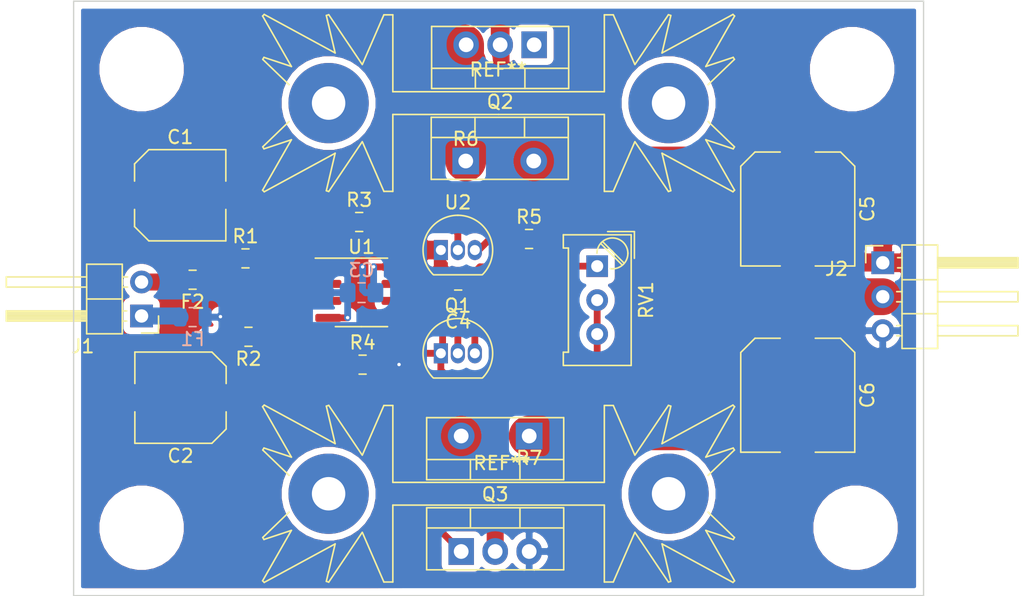
<source format=kicad_pcb>
(kicad_pcb (version 20171130) (host pcbnew 5.1.7-1.fc32)

  (general
    (thickness 1.6)
    (drawings 8)
    (tracks 115)
    (zones 0)
    (modules 29)
    (nets 14)
  )

  (page A4)
  (layers
    (0 F.Cu signal)
    (31 B.Cu signal)
    (33 F.Adhes user)
    (35 F.Paste user)
    (37 F.SilkS user)
    (39 F.Mask user)
    (40 Dwgs.User user)
    (41 Cmts.User user)
    (42 Eco1.User user)
    (43 Eco2.User user)
    (44 Edge.Cuts user)
    (45 Margin user)
    (46 B.CrtYd user)
    (47 F.CrtYd user)
    (49 F.Fab user)
  )

  (setup
    (last_trace_width 0.508)
    (user_trace_width 0.2032)
    (user_trace_width 0.508)
    (user_trace_width 1.27)
    (user_trace_width 2.54)
    (user_trace_width 3.048)
    (trace_clearance 0.254)
    (zone_clearance 0.508)
    (zone_45_only no)
    (trace_min 0.1524)
    (via_size 0.508)
    (via_drill 0.254)
    (via_min_size 0.508)
    (via_min_drill 0.254)
    (uvia_size 0.3)
    (uvia_drill 0.1)
    (uvias_allowed no)
    (uvia_min_size 0.2)
    (uvia_min_drill 0.1)
    (edge_width 0.1)
    (segment_width 0.2)
    (pcb_text_width 0.3)
    (pcb_text_size 1.5 1.5)
    (mod_edge_width 0.15)
    (mod_text_size 1 1)
    (mod_text_width 0.15)
    (pad_size 6.000001 6.000001)
    (pad_drill 2.5)
    (pad_to_mask_clearance 0)
    (solder_mask_min_width 0.25)
    (aux_axis_origin 0 0)
    (visible_elements FFFFFF7F)
    (pcbplotparams
      (layerselection 0x010fc_ffffffff)
      (usegerberextensions false)
      (usegerberattributes false)
      (usegerberadvancedattributes false)
      (creategerberjobfile false)
      (excludeedgelayer true)
      (linewidth 0.100000)
      (plotframeref false)
      (viasonmask false)
      (mode 1)
      (useauxorigin false)
      (hpglpennumber 1)
      (hpglpenspeed 20)
      (hpglpendiameter 15.000000)
      (psnegative false)
      (psa4output false)
      (plotreference true)
      (plotvalue true)
      (plotinvisibletext false)
      (padsonsilk false)
      (subtractmaskfromsilk false)
      (outputformat 1)
      (mirror false)
      (drillshape 1)
      (scaleselection 1)
      (outputdirectory ""))
  )

  (net 0 "")
  (net 1 "Net-(C1-Pad2)")
  (net 2 +9V)
  (net 3 -9V)
  (net 4 "Net-(C4-Pad1)")
  (net 5 "Net-(C4-Pad2)")
  (net 6 GND)
  (net 7 "Net-(Q1-Pad2)")
  (net 8 "Net-(Q2-Pad3)")
  (net 9 "Net-(Q3-Pad2)")
  (net 10 "Net-(R3-Pad2)")
  (net 11 "Net-(U1-Pad6)")
  (net 12 "Net-(F1-Pad1)")
  (net 13 "Net-(F2-Pad2)")

  (net_class Default "This is the default net class."
    (clearance 0.254)
    (trace_width 0.254)
    (via_dia 0.508)
    (via_drill 0.254)
    (uvia_dia 0.3)
    (uvia_drill 0.1)
    (add_net +9V)
    (add_net -9V)
    (add_net GND)
    (add_net "Net-(C1-Pad2)")
    (add_net "Net-(C4-Pad1)")
    (add_net "Net-(C4-Pad2)")
    (add_net "Net-(F1-Pad1)")
    (add_net "Net-(F2-Pad2)")
    (add_net "Net-(Q1-Pad2)")
    (add_net "Net-(Q2-Pad3)")
    (add_net "Net-(Q3-Pad2)")
    (add_net "Net-(R3-Pad2)")
    (add_net "Net-(U1-Pad6)")
  )

  (net_class Power ""
    (clearance 0.381)
    (trace_width 0.381)
    (via_dia 0.762)
    (via_drill 0.381)
    (uvia_dia 0.3)
    (uvia_drill 0.1)
  )

  (module Fuse:Fuse_0805_2012Metric (layer F.Cu) (tedit 5F68FEF1) (tstamp 5F99796C)
    (at 85.09 71.628 180)
    (descr "Fuse SMD 0805 (2012 Metric), square (rectangular) end terminal, IPC_7351 nominal, (Body size source: https://docs.google.com/spreadsheets/d/1BsfQQcO9C6DZCsRaXUlFlo91Tg2WpOkGARC1WS5S8t0/edit?usp=sharing), generated with kicad-footprint-generator")
    (tags fuse)
    (path /5F9D455F)
    (attr smd)
    (fp_text reference F2 (at 0 -1.65) (layer F.SilkS)
      (effects (font (size 1 1) (thickness 0.15)))
    )
    (fp_text value MF-PSML250/6-2 (at 0 1.65) (layer F.Fab)
      (effects (font (size 1 1) (thickness 0.15)))
    )
    (fp_text user %R (at 0 0 180) (layer F.Fab)
      (effects (font (size 0.5 0.5) (thickness 0.08)))
    )
    (fp_line (start -1 0.6) (end -1 -0.6) (layer F.Fab) (width 0.1))
    (fp_line (start -1 -0.6) (end 1 -0.6) (layer F.Fab) (width 0.1))
    (fp_line (start 1 -0.6) (end 1 0.6) (layer F.Fab) (width 0.1))
    (fp_line (start 1 0.6) (end -1 0.6) (layer F.Fab) (width 0.1))
    (fp_line (start -0.258578 -0.71) (end 0.258578 -0.71) (layer F.SilkS) (width 0.12))
    (fp_line (start -0.258578 0.71) (end 0.258578 0.71) (layer F.SilkS) (width 0.12))
    (fp_line (start -1.68 0.95) (end -1.68 -0.95) (layer F.CrtYd) (width 0.05))
    (fp_line (start -1.68 -0.95) (end 1.68 -0.95) (layer F.CrtYd) (width 0.05))
    (fp_line (start 1.68 -0.95) (end 1.68 0.95) (layer F.CrtYd) (width 0.05))
    (fp_line (start 1.68 0.95) (end -1.68 0.95) (layer F.CrtYd) (width 0.05))
    (pad 2 smd roundrect (at 0.9375 0 180) (size 0.975 1.4) (layers F.Cu F.Paste F.Mask) (roundrect_rratio 0.25)
      (net 13 "Net-(F2-Pad2)"))
    (pad 1 smd roundrect (at -0.9375 0 180) (size 0.975 1.4) (layers F.Cu F.Paste F.Mask) (roundrect_rratio 0.25)
      (net 2 +9V))
    (model ${KISYS3DMOD}/Fuse.3dshapes/Fuse_0805_2012Metric.wrl
      (at (xyz 0 0 0))
      (scale (xyz 1 1 1))
      (rotate (xyz 0 0 0))
    )
  )

  (module Fuse:Fuse_0805_2012Metric (layer B.Cu) (tedit 5F68FEF1) (tstamp 5F99795B)
    (at 85.09 74.422)
    (descr "Fuse SMD 0805 (2012 Metric), square (rectangular) end terminal, IPC_7351 nominal, (Body size source: https://docs.google.com/spreadsheets/d/1BsfQQcO9C6DZCsRaXUlFlo91Tg2WpOkGARC1WS5S8t0/edit?usp=sharing), generated with kicad-footprint-generator")
    (tags fuse)
    (path /5F995ED8)
    (attr smd)
    (fp_text reference F1 (at 0 1.65) (layer B.SilkS)
      (effects (font (size 1 1) (thickness 0.15)) (justify mirror))
    )
    (fp_text value MF-PSML250/6-2 (at 0 -1.65) (layer B.Fab)
      (effects (font (size 1 1) (thickness 0.15)) (justify mirror))
    )
    (fp_text user %R (at 0 0) (layer B.Fab)
      (effects (font (size 0.5 0.5) (thickness 0.08)) (justify mirror))
    )
    (fp_line (start -1 -0.6) (end -1 0.6) (layer B.Fab) (width 0.1))
    (fp_line (start -1 0.6) (end 1 0.6) (layer B.Fab) (width 0.1))
    (fp_line (start 1 0.6) (end 1 -0.6) (layer B.Fab) (width 0.1))
    (fp_line (start 1 -0.6) (end -1 -0.6) (layer B.Fab) (width 0.1))
    (fp_line (start -0.258578 0.71) (end 0.258578 0.71) (layer B.SilkS) (width 0.12))
    (fp_line (start -0.258578 -0.71) (end 0.258578 -0.71) (layer B.SilkS) (width 0.12))
    (fp_line (start -1.68 -0.95) (end -1.68 0.95) (layer B.CrtYd) (width 0.05))
    (fp_line (start -1.68 0.95) (end 1.68 0.95) (layer B.CrtYd) (width 0.05))
    (fp_line (start 1.68 0.95) (end 1.68 -0.95) (layer B.CrtYd) (width 0.05))
    (fp_line (start 1.68 -0.95) (end -1.68 -0.95) (layer B.CrtYd) (width 0.05))
    (pad 2 smd roundrect (at 0.9375 0) (size 0.975 1.4) (layers B.Cu B.Paste B.Mask) (roundrect_rratio 0.25)
      (net 3 -9V))
    (pad 1 smd roundrect (at -0.9375 0) (size 0.975 1.4) (layers B.Cu B.Paste B.Mask) (roundrect_rratio 0.25)
      (net 12 "Net-(F1-Pad1)"))
    (model ${KISYS3DMOD}/Fuse.3dshapes/Fuse_0805_2012Metric.wrl
      (at (xyz 0 0 0))
      (scale (xyz 1 1 1))
      (rotate (xyz 0 0 0))
    )
  )

  (module Package_TO_SOT_THT:TO-220-2_Vertical (layer F.Cu) (tedit 5AC8BA0D) (tstamp 5D853B5D)
    (at 105.49636 62.7507)
    (descr "TO-220-2, Vertical, RM 5.08mm, see https://www.centralsemi.com/PDFS/CASE/TO-220-2PD.PDF")
    (tags "TO-220-2 Vertical RM 5.08mm")
    (path /5D47F938)
    (fp_text reference R6 (at 0 -1.65) (layer F.SilkS)
      (effects (font (size 1 1) (thickness 0.15)))
    )
    (fp_text value 1R (at 0 1.65) (layer F.Fab)
      (effects (font (size 1 1) (thickness 0.15)))
    )
    (fp_line (start 7.79 -3.4) (end -2.71 -3.4) (layer F.CrtYd) (width 0.05))
    (fp_line (start 7.79 1.51) (end 7.79 -3.4) (layer F.CrtYd) (width 0.05))
    (fp_line (start -2.71 1.51) (end 7.79 1.51) (layer F.CrtYd) (width 0.05))
    (fp_line (start -2.71 -3.4) (end -2.71 1.51) (layer F.CrtYd) (width 0.05))
    (fp_line (start 4.391 -3.27) (end 4.391 -1.76) (layer F.SilkS) (width 0.12))
    (fp_line (start 0.69 -3.27) (end 0.69 -1.76) (layer F.SilkS) (width 0.12))
    (fp_line (start -2.58 -1.76) (end 7.66 -1.76) (layer F.SilkS) (width 0.12))
    (fp_line (start 7.66 -3.27) (end 7.66 1.371) (layer F.SilkS) (width 0.12))
    (fp_line (start -2.58 -3.27) (end -2.58 1.371) (layer F.SilkS) (width 0.12))
    (fp_line (start -2.58 1.371) (end 7.66 1.371) (layer F.SilkS) (width 0.12))
    (fp_line (start -2.58 -3.27) (end 7.66 -3.27) (layer F.SilkS) (width 0.12))
    (fp_line (start 4.39 -3.15) (end 4.39 -1.88) (layer F.Fab) (width 0.1))
    (fp_line (start 0.69 -3.15) (end 0.69 -1.88) (layer F.Fab) (width 0.1))
    (fp_line (start -2.46 -1.88) (end 7.54 -1.88) (layer F.Fab) (width 0.1))
    (fp_line (start 7.54 -3.15) (end -2.46 -3.15) (layer F.Fab) (width 0.1))
    (fp_line (start 7.54 1.25) (end 7.54 -3.15) (layer F.Fab) (width 0.1))
    (fp_line (start -2.46 1.25) (end 7.54 1.25) (layer F.Fab) (width 0.1))
    (fp_line (start -2.46 -3.15) (end -2.46 1.25) (layer F.Fab) (width 0.1))
    (fp_text user %R (at 0 0) (layer F.Fab)
      (effects (font (size 0.5 0.5) (thickness 0.08)))
    )
    (pad 2 thru_hole oval (at 5.08 0) (size 2 2) (drill 1.1) (layers *.Cu *.Mask)
      (net 6 GND))
    (pad 1 thru_hole rect (at 0 0) (size 2 2) (drill 1.1) (layers *.Cu *.Mask)
      (net 8 "Net-(Q2-Pad3)"))
    (model ${KISYS3DMOD}/Package_TO_SOT_THT.3dshapes/TO-220-2_Vertical.wrl
      (at (xyz 0 0 0))
      (scale (xyz 1 1 1))
      (rotate (xyz 0 0 0))
    )
  )

  (module Package_TO_SOT_THT:TO-220-2_Vertical (layer F.Cu) (tedit 5AC8BA0D) (tstamp 5D853B6E)
    (at 110.236 83.312 180)
    (descr "TO-220-2, Vertical, RM 5.08mm, see https://www.centralsemi.com/PDFS/CASE/TO-220-2PD.PDF")
    (tags "TO-220-2 Vertical RM 5.08mm")
    (path /5D47F9AC)
    (fp_text reference R7 (at 0 -1.65 180) (layer F.SilkS)
      (effects (font (size 1 1) (thickness 0.15)))
    )
    (fp_text value 1R (at 0 1.65 180) (layer F.Fab)
      (effects (font (size 1 1) (thickness 0.15)))
    )
    (fp_line (start 7.79 -3.4) (end -2.71 -3.4) (layer F.CrtYd) (width 0.05))
    (fp_line (start 7.79 1.51) (end 7.79 -3.4) (layer F.CrtYd) (width 0.05))
    (fp_line (start -2.71 1.51) (end 7.79 1.51) (layer F.CrtYd) (width 0.05))
    (fp_line (start -2.71 -3.4) (end -2.71 1.51) (layer F.CrtYd) (width 0.05))
    (fp_line (start 4.391 -3.27) (end 4.391 -1.76) (layer F.SilkS) (width 0.12))
    (fp_line (start 0.69 -3.27) (end 0.69 -1.76) (layer F.SilkS) (width 0.12))
    (fp_line (start -2.58 -1.76) (end 7.66 -1.76) (layer F.SilkS) (width 0.12))
    (fp_line (start 7.66 -3.27) (end 7.66 1.371) (layer F.SilkS) (width 0.12))
    (fp_line (start -2.58 -3.27) (end -2.58 1.371) (layer F.SilkS) (width 0.12))
    (fp_line (start -2.58 1.371) (end 7.66 1.371) (layer F.SilkS) (width 0.12))
    (fp_line (start -2.58 -3.27) (end 7.66 -3.27) (layer F.SilkS) (width 0.12))
    (fp_line (start 4.39 -3.15) (end 4.39 -1.88) (layer F.Fab) (width 0.1))
    (fp_line (start 0.69 -3.15) (end 0.69 -1.88) (layer F.Fab) (width 0.1))
    (fp_line (start -2.46 -1.88) (end 7.54 -1.88) (layer F.Fab) (width 0.1))
    (fp_line (start 7.54 -3.15) (end -2.46 -3.15) (layer F.Fab) (width 0.1))
    (fp_line (start 7.54 1.25) (end 7.54 -3.15) (layer F.Fab) (width 0.1))
    (fp_line (start -2.46 1.25) (end 7.54 1.25) (layer F.Fab) (width 0.1))
    (fp_line (start -2.46 -3.15) (end -2.46 1.25) (layer F.Fab) (width 0.1))
    (fp_text user %R (at 0 0 180) (layer F.Fab)
      (effects (font (size 0.5 0.5) (thickness 0.08)))
    )
    (pad 2 thru_hole oval (at 5.08 0 180) (size 2 2) (drill 1.1) (layers *.Cu *.Mask)
      (net 9 "Net-(Q3-Pad2)"))
    (pad 1 thru_hole rect (at 0 0 180) (size 2 2) (drill 1.1) (layers *.Cu *.Mask)
      (net 6 GND))
    (model ${KISYS3DMOD}/Package_TO_SOT_THT.3dshapes/TO-220-2_Vertical.wrl
      (at (xyz 0 0 0))
      (scale (xyz 1 1 1))
      (rotate (xyz 0 0 0))
    )
  )

  (module MountingHole:MountingHole_5.3mm_M5_ISO14580 (layer F.Cu) (tedit 56D1B4CB) (tstamp 5F996BD3)
    (at 81.28 90.17)
    (descr "Mounting Hole 5.3mm, no annular, M5, ISO14580")
    (tags "mounting hole 5.3mm no annular m5 iso14580")
    (attr virtual)
    (fp_text reference REF** (at 0 -5.25) (layer F.SilkS) hide
      (effects (font (size 1 1) (thickness 0.15)))
    )
    (fp_text value MountingHole_5.3mm_M5_ISO14580 (at 0 5.25) (layer F.Fab) hide
      (effects (font (size 1 1) (thickness 0.15)))
    )
    (fp_circle (center 0 0) (end 4.25 0) (layer Cmts.User) (width 0.15))
    (fp_circle (center 0 0) (end 4.5 0) (layer F.CrtYd) (width 0.05))
    (fp_text user %R (at 0.3 0) (layer F.Fab)
      (effects (font (size 1 1) (thickness 0.15)))
    )
    (pad 1 np_thru_hole circle (at 0 0) (size 5.3 5.3) (drill 5.3) (layers *.Cu *.Mask))
  )

  (module MountingHole:MountingHole_5.3mm_M5_ISO14580 (layer F.Cu) (tedit 56D1B4CB) (tstamp 5F996BB5)
    (at 134.62 90.17)
    (descr "Mounting Hole 5.3mm, no annular, M5, ISO14580")
    (tags "mounting hole 5.3mm no annular m5 iso14580")
    (attr virtual)
    (fp_text reference REF** (at 0 -5.25) (layer F.SilkS) hide
      (effects (font (size 1 1) (thickness 0.15)))
    )
    (fp_text value MountingHole_5.3mm_M5_ISO14580 (at 0 5.25) (layer F.Fab) hide
      (effects (font (size 1 1) (thickness 0.15)))
    )
    (fp_circle (center 0 0) (end 4.5 0) (layer F.CrtYd) (width 0.05))
    (fp_circle (center 0 0) (end 4.25 0) (layer Cmts.User) (width 0.15))
    (fp_text user %R (at 0.3 0) (layer F.Fab)
      (effects (font (size 1 1) (thickness 0.15)))
    )
    (pad 1 np_thru_hole circle (at 0 0) (size 5.3 5.3) (drill 5.3) (layers *.Cu *.Mask))
  )

  (module MountingHole:MountingHole_5.3mm_M5_ISO14580 (layer F.Cu) (tedit 56D1B4CB) (tstamp 5F996BA7)
    (at 134.366 55.88)
    (descr "Mounting Hole 5.3mm, no annular, M5, ISO14580")
    (tags "mounting hole 5.3mm no annular m5 iso14580")
    (attr virtual)
    (fp_text reference REF** (at 0 -5.25) (layer F.SilkS) hide
      (effects (font (size 1 1) (thickness 0.15)))
    )
    (fp_text value MountingHole_5.3mm_M5_ISO14580 (at 0 5.25) (layer F.Fab) hide
      (effects (font (size 1 1) (thickness 0.15)))
    )
    (fp_circle (center 0 0) (end 4.25 0) (layer Cmts.User) (width 0.15))
    (fp_circle (center 0 0) (end 4.5 0) (layer F.CrtYd) (width 0.05))
    (fp_text user %R (at 0.3 0) (layer F.Fab)
      (effects (font (size 1 1) (thickness 0.15)))
    )
    (pad 1 np_thru_hole circle (at 0 0) (size 5.3 5.3) (drill 5.3) (layers *.Cu *.Mask))
  )

  (module MountingHole:MountingHole_5.3mm_M5_ISO14580 (layer F.Cu) (tedit 56D1B4CB) (tstamp 5F996B9E)
    (at 81.28 55.88)
    (descr "Mounting Hole 5.3mm, no annular, M5, ISO14580")
    (tags "mounting hole 5.3mm no annular m5 iso14580")
    (attr virtual)
    (fp_text reference REF** (at 0 -5.25) (layer F.SilkS) hide
      (effects (font (size 1 1) (thickness 0.15)))
    )
    (fp_text value MountingHole_5.3mm_M5_ISO14580 (at 0 5.25) (layer F.Fab) hide
      (effects (font (size 1 1) (thickness 0.15)))
    )
    (fp_circle (center 0 0) (end 4.5 0) (layer F.CrtYd) (width 0.05))
    (fp_circle (center 0 0) (end 4.25 0) (layer Cmts.User) (width 0.15))
    (fp_text user %R (at 0.3 0) (layer F.Fab)
      (effects (font (size 1 1) (thickness 0.15)))
    )
    (pad 1 np_thru_hole circle (at 0 0) (size 5.3 5.3) (drill 5.3) (layers *.Cu *.Mask))
  )

  (module Heatsink:Heatsink_Fischer_SK104-STC-STIC_35x13mm_2xDrill2.5mm (layer F.Cu) (tedit 5A1FFA20) (tstamp 5F99545B)
    (at 107.95 87.63)
    (descr "Heatsink, 35mm x 13mm, 2x Fixation 2,5mm Drill, Soldering, Fischer SK104-STC-STIC,")
    (tags "Heatsink fischer TO-220")
    (fp_text reference REF** (at 0.254 -2.286) (layer F.SilkS)
      (effects (font (size 1 1) (thickness 0.15)))
    )
    (fp_text value Heatsink_Fischer_SK104-STC-STIC_35x13mm_2xDrill2.5mm (at 0.65 9.075) (layer F.Fab) hide
      (effects (font (size 1 1) (thickness 0.15)))
    )
    (fp_line (start 17.62 3.27) (end 15.66 1.38) (layer F.SilkS) (width 0.12))
    (fp_line (start 17.53 3.42) (end 17.62 3.27) (layer F.SilkS) (width 0.12))
    (fp_line (start 15.48 2.74) (end 17.53 3.42) (layer F.SilkS) (width 0.12))
    (fp_line (start 17.63 6.51) (end 15.48 2.74) (layer F.SilkS) (width 0.12))
    (fp_line (start 17.51 6.63) (end 17.63 6.51) (layer F.SilkS) (width 0.12))
    (fp_line (start 12.21 3.75) (end 17.51 6.63) (layer F.SilkS) (width 0.12))
    (fp_line (start 12.87 6.55) (end 12.21 3.75) (layer F.SilkS) (width 0.12))
    (fp_line (start 12.69 6.61) (end 12.87 6.55) (layer F.SilkS) (width 0.12))
    (fp_line (start 10.19 2.89) (end 12.69 6.61) (layer F.SilkS) (width 0.12))
    (fp_line (start 17.5 3.3) (end 15 0.9) (layer F.Fab) (width 0.1))
    (fp_line (start 8.57 6.6) (end 10.18 2.89) (layer F.SilkS) (width 0.12))
    (fp_line (start 7.9 6.6) (end 8.57 6.6) (layer F.SilkS) (width 0.12))
    (fp_line (start 7.9 0.85) (end 7.9 6.6) (layer F.SilkS) (width 0.12))
    (fp_line (start 0 0.85) (end 7.9 0.85) (layer F.SilkS) (width 0.12))
    (fp_line (start 1.778 -0.762) (end 1.778 0.762) (layer F.Fab) (width 0.1))
    (fp_line (start 17.5 6.5) (end 12.065 3.556) (layer F.Fab) (width 0.1))
    (fp_line (start 12.065 3.556) (end 12.75 6.5) (layer F.Fab) (width 0.1))
    (fp_line (start 8 6.5) (end 8.5 6.5) (layer F.Fab) (width 0.1))
    (fp_line (start 15.24 2.54) (end 17.5 3.3) (layer F.Fab) (width 0.1))
    (fp_line (start 17.5 6.5) (end 15.24 2.54) (layer F.Fab) (width 0.1))
    (fp_line (start 10.16 2.667) (end 12.75 6.5) (layer F.Fab) (width 0.1))
    (fp_line (start 8.5 6.5) (end 10.16 2.667) (layer F.Fab) (width 0.1))
    (fp_line (start 0 0.762) (end 8.001 0.762) (layer F.Fab) (width 0.1))
    (fp_line (start 8.001 0.762) (end 8 6.5) (layer F.Fab) (width 0.1))
    (fp_line (start -17.75 -6.75) (end 17.75 -6.75) (layer F.CrtYd) (width 0.05))
    (fp_line (start -17.75 -6.75) (end -17.75 6.75) (layer F.CrtYd) (width 0.05))
    (fp_line (start 17.75 6.75) (end 17.75 -6.75) (layer F.CrtYd) (width 0.05))
    (fp_line (start 17.75 6.75) (end -17.75 6.75) (layer F.CrtYd) (width 0.05))
    (fp_line (start 17.5 -3.3) (end 15 -0.9) (layer F.Fab) (width 0.1))
    (fp_line (start 15.24 -2.54) (end 17.5 -3.3) (layer F.Fab) (width 0.1))
    (fp_line (start 17.5 -6.5) (end 15.24 -2.54) (layer F.Fab) (width 0.1))
    (fp_line (start 17.5 -6.5) (end 12.065 -3.556) (layer F.Fab) (width 0.1))
    (fp_line (start 12.065 -3.556) (end 12.75 -6.5) (layer F.Fab) (width 0.1))
    (fp_line (start 10.16 -2.667) (end 12.75 -6.5) (layer F.Fab) (width 0.1))
    (fp_line (start 8.5 -6.5) (end 10.16 -2.667) (layer F.Fab) (width 0.1))
    (fp_line (start 8 -6.5) (end 8.5 -6.5) (layer F.Fab) (width 0.1))
    (fp_line (start 8.001 -0.762) (end 8 -6.5) (layer F.Fab) (width 0.1))
    (fp_line (start 0 -0.762) (end 8.001 -0.762) (layer F.Fab) (width 0.1))
    (fp_line (start 7.9 -6.6) (end 8.57 -6.6) (layer F.SilkS) (width 0.12))
    (fp_line (start 7.9 -0.85) (end 7.9 -6.6) (layer F.SilkS) (width 0.12))
    (fp_line (start 0 -0.85) (end 7.9 -0.85) (layer F.SilkS) (width 0.12))
    (fp_line (start 8.57 -6.6) (end 10.18 -2.89) (layer F.SilkS) (width 0.12))
    (fp_line (start 17.53 -3.42) (end 17.62 -3.27) (layer F.SilkS) (width 0.12))
    (fp_line (start 17.51 -6.63) (end 17.63 -6.51) (layer F.SilkS) (width 0.12))
    (fp_line (start 17.63 -6.51) (end 15.48 -2.74) (layer F.SilkS) (width 0.12))
    (fp_line (start 15.48 -2.74) (end 17.53 -3.42) (layer F.SilkS) (width 0.12))
    (fp_line (start 17.62 -3.27) (end 15.66 -1.38) (layer F.SilkS) (width 0.12))
    (fp_line (start 12.21 -3.75) (end 17.51 -6.63) (layer F.SilkS) (width 0.12))
    (fp_line (start 10.19 -2.89) (end 12.69 -6.61) (layer F.SilkS) (width 0.12))
    (fp_line (start 12.69 -6.61) (end 12.87 -6.55) (layer F.SilkS) (width 0.12))
    (fp_line (start 12.87 -6.55) (end 12.21 -3.75) (layer F.SilkS) (width 0.12))
    (fp_line (start -17.5 3.3) (end -15 0.9) (layer F.Fab) (width 0.1))
    (fp_line (start -17.5 -3.3) (end -15 -0.9) (layer F.Fab) (width 0.1))
    (fp_line (start -15.24 2.54) (end -17.5 3.3) (layer F.Fab) (width 0.1))
    (fp_line (start -17.5 -6.5) (end -15.24 -2.54) (layer F.Fab) (width 0.1))
    (fp_line (start -15.24 -2.54) (end -17.5 -3.3) (layer F.Fab) (width 0.1))
    (fp_line (start -17.5 -6.5) (end -12.065 -3.556) (layer F.Fab) (width 0.1))
    (fp_line (start -10.16 2.667) (end -12.75 6.5) (layer F.Fab) (width 0.1))
    (fp_line (start -12.065 3.556) (end -12.75 6.5) (layer F.Fab) (width 0.1))
    (fp_line (start -8 6.5) (end -8.5 6.5) (layer F.Fab) (width 0.1))
    (fp_line (start -8.001 0.762) (end -8 6.5) (layer F.Fab) (width 0.1))
    (fp_line (start -8.5 6.5) (end -10.16 2.667) (layer F.Fab) (width 0.1))
    (fp_line (start -17.5 6.5) (end -15.24 2.54) (layer F.Fab) (width 0.1))
    (fp_line (start -17.5 6.5) (end -12.065 3.556) (layer F.Fab) (width 0.1))
    (fp_line (start 0 0.762) (end -8.001 0.762) (layer F.Fab) (width 0.1))
    (fp_line (start 0 -0.762) (end -8.001 -0.762) (layer F.Fab) (width 0.1))
    (fp_line (start -1.778 0.762) (end -1.778 -0.762) (layer F.Fab) (width 0.1))
    (fp_line (start -8.001 -0.762) (end -8 -6.5) (layer F.Fab) (width 0.1))
    (fp_line (start -8 -6.5) (end -8.5 -6.5) (layer F.Fab) (width 0.1))
    (fp_line (start -8.5 -6.5) (end -10.16 -2.667) (layer F.Fab) (width 0.1))
    (fp_line (start -12.065 -3.556) (end -12.75 -6.5) (layer F.Fab) (width 0.1))
    (fp_line (start -10.16 -2.667) (end -12.75 -6.5) (layer F.Fab) (width 0.1))
    (fp_line (start 0 0.85) (end -7.9 0.85) (layer F.SilkS) (width 0.12))
    (fp_line (start -8.57 6.6) (end -10.18 2.89) (layer F.SilkS) (width 0.12))
    (fp_line (start -7.9 6.6) (end -8.57 6.6) (layer F.SilkS) (width 0.12))
    (fp_line (start -7.9 0.85) (end -7.9 6.6) (layer F.SilkS) (width 0.12))
    (fp_line (start 0 -0.85) (end -7.9 -0.85) (layer F.SilkS) (width 0.12))
    (fp_line (start -15.48 -2.74) (end -17.53 -3.42) (layer F.SilkS) (width 0.12))
    (fp_line (start -17.51 -6.63) (end -17.63 -6.51) (layer F.SilkS) (width 0.12))
    (fp_line (start -17.53 -3.42) (end -17.62 -3.27) (layer F.SilkS) (width 0.12))
    (fp_line (start -17.63 -6.51) (end -15.48 -2.74) (layer F.SilkS) (width 0.12))
    (fp_line (start -17.62 -3.27) (end -15.66 -1.38) (layer F.SilkS) (width 0.12))
    (fp_line (start -10.19 -2.89) (end -12.69 -6.61) (layer F.SilkS) (width 0.12))
    (fp_line (start -12.87 -6.55) (end -12.21 -3.75) (layer F.SilkS) (width 0.12))
    (fp_line (start -12.69 -6.61) (end -12.87 -6.55) (layer F.SilkS) (width 0.12))
    (fp_line (start -12.21 -3.75) (end -17.51 -6.63) (layer F.SilkS) (width 0.12))
    (fp_line (start -7.9 -6.6) (end -8.57 -6.6) (layer F.SilkS) (width 0.12))
    (fp_line (start -7.9 -0.85) (end -7.9 -6.6) (layer F.SilkS) (width 0.12))
    (fp_line (start -8.57 -6.6) (end -10.18 -2.89) (layer F.SilkS) (width 0.12))
    (fp_line (start -17.51 6.63) (end -17.63 6.51) (layer F.SilkS) (width 0.12))
    (fp_line (start -17.62 3.27) (end -15.66 1.38) (layer F.SilkS) (width 0.12))
    (fp_line (start -15.48 2.74) (end -17.53 3.42) (layer F.SilkS) (width 0.12))
    (fp_line (start -17.53 3.42) (end -17.62 3.27) (layer F.SilkS) (width 0.12))
    (fp_line (start -17.63 6.51) (end -15.48 2.74) (layer F.SilkS) (width 0.12))
    (fp_line (start -12.21 3.75) (end -17.51 6.63) (layer F.SilkS) (width 0.12))
    (fp_line (start -12.87 6.55) (end -12.21 3.75) (layer F.SilkS) (width 0.12))
    (fp_line (start -12.69 6.61) (end -12.87 6.55) (layer F.SilkS) (width 0.12))
    (fp_line (start -10.19 2.89) (end -12.69 6.61) (layer F.SilkS) (width 0.12))
    (fp_text user %R (at 0 0) (layer F.Fab)
      (effects (font (size 1 1) (thickness 0.15)))
    )
    (fp_arc (start 12.7 0) (end 15 -0.9) (angle -316.8) (layer F.Fab) (width 0.1))
    (fp_arc (start -12.7 0) (end -15 0.9) (angle -316.8) (layer F.Fab) (width 0.1))
    (pad 1 thru_hole circle (at 12.7 0) (size 6 6) (drill 2.5) (layers *.Cu *.Mask))
    (pad 1 thru_hole circle (at -12.7 0 180) (size 6 6) (drill 2.5) (layers *.Cu *.Mask))
    (model ${KISYS3DMOD}/Heatsink.3dshapes/Heatsink_Fischer_SK104-STC-STIC_35x13mm_2xDrill2.5mm.wrl
      (at (xyz 0 0 0))
      (scale (xyz 1 1 1))
      (rotate (xyz 0 0 0))
    )
  )

  (module Heatsink:Heatsink_Fischer_SK104-STC-STIC_35x13mm_2xDrill2.5mm (layer F.Cu) (tedit 5A1FFA20) (tstamp 5F99531A)
    (at 107.95 58.42)
    (descr "Heatsink, 35mm x 13mm, 2x Fixation 2,5mm Drill, Soldering, Fischer SK104-STC-STIC,")
    (tags "Heatsink fischer TO-220")
    (fp_text reference REF** (at -0.025 -2.5) (layer F.SilkS)
      (effects (font (size 1 1) (thickness 0.15)))
    )
    (fp_text value Heatsink_Fischer_SK104-STC-STIC_35x13mm_2xDrill2.5mm (at 0.65 9.075) (layer F.Fab)
      (effects (font (size 1 1) (thickness 0.15)))
    )
    (fp_line (start -10.19 2.89) (end -12.69 6.61) (layer F.SilkS) (width 0.12))
    (fp_line (start -12.69 6.61) (end -12.87 6.55) (layer F.SilkS) (width 0.12))
    (fp_line (start -12.87 6.55) (end -12.21 3.75) (layer F.SilkS) (width 0.12))
    (fp_line (start -12.21 3.75) (end -17.51 6.63) (layer F.SilkS) (width 0.12))
    (fp_line (start -17.63 6.51) (end -15.48 2.74) (layer F.SilkS) (width 0.12))
    (fp_line (start -17.53 3.42) (end -17.62 3.27) (layer F.SilkS) (width 0.12))
    (fp_line (start -15.48 2.74) (end -17.53 3.42) (layer F.SilkS) (width 0.12))
    (fp_line (start -17.62 3.27) (end -15.66 1.38) (layer F.SilkS) (width 0.12))
    (fp_line (start -17.51 6.63) (end -17.63 6.51) (layer F.SilkS) (width 0.12))
    (fp_line (start -8.57 -6.6) (end -10.18 -2.89) (layer F.SilkS) (width 0.12))
    (fp_line (start -7.9 -0.85) (end -7.9 -6.6) (layer F.SilkS) (width 0.12))
    (fp_line (start -7.9 -6.6) (end -8.57 -6.6) (layer F.SilkS) (width 0.12))
    (fp_line (start -12.21 -3.75) (end -17.51 -6.63) (layer F.SilkS) (width 0.12))
    (fp_line (start -12.69 -6.61) (end -12.87 -6.55) (layer F.SilkS) (width 0.12))
    (fp_line (start -12.87 -6.55) (end -12.21 -3.75) (layer F.SilkS) (width 0.12))
    (fp_line (start -10.19 -2.89) (end -12.69 -6.61) (layer F.SilkS) (width 0.12))
    (fp_line (start -17.62 -3.27) (end -15.66 -1.38) (layer F.SilkS) (width 0.12))
    (fp_line (start -17.63 -6.51) (end -15.48 -2.74) (layer F.SilkS) (width 0.12))
    (fp_line (start -17.53 -3.42) (end -17.62 -3.27) (layer F.SilkS) (width 0.12))
    (fp_line (start -17.51 -6.63) (end -17.63 -6.51) (layer F.SilkS) (width 0.12))
    (fp_line (start -15.48 -2.74) (end -17.53 -3.42) (layer F.SilkS) (width 0.12))
    (fp_line (start 0 -0.85) (end -7.9 -0.85) (layer F.SilkS) (width 0.12))
    (fp_line (start -7.9 0.85) (end -7.9 6.6) (layer F.SilkS) (width 0.12))
    (fp_line (start -7.9 6.6) (end -8.57 6.6) (layer F.SilkS) (width 0.12))
    (fp_line (start -8.57 6.6) (end -10.18 2.89) (layer F.SilkS) (width 0.12))
    (fp_line (start 0 0.85) (end -7.9 0.85) (layer F.SilkS) (width 0.12))
    (fp_line (start -10.16 -2.667) (end -12.75 -6.5) (layer F.Fab) (width 0.1))
    (fp_line (start -12.065 -3.556) (end -12.75 -6.5) (layer F.Fab) (width 0.1))
    (fp_line (start -8.5 -6.5) (end -10.16 -2.667) (layer F.Fab) (width 0.1))
    (fp_line (start -8 -6.5) (end -8.5 -6.5) (layer F.Fab) (width 0.1))
    (fp_line (start -8.001 -0.762) (end -8 -6.5) (layer F.Fab) (width 0.1))
    (fp_line (start -1.778 0.762) (end -1.778 -0.762) (layer F.Fab) (width 0.1))
    (fp_line (start 0 -0.762) (end -8.001 -0.762) (layer F.Fab) (width 0.1))
    (fp_line (start 0 0.762) (end -8.001 0.762) (layer F.Fab) (width 0.1))
    (fp_line (start -17.5 6.5) (end -12.065 3.556) (layer F.Fab) (width 0.1))
    (fp_line (start -17.5 6.5) (end -15.24 2.54) (layer F.Fab) (width 0.1))
    (fp_line (start -8.5 6.5) (end -10.16 2.667) (layer F.Fab) (width 0.1))
    (fp_line (start -8.001 0.762) (end -8 6.5) (layer F.Fab) (width 0.1))
    (fp_line (start -8 6.5) (end -8.5 6.5) (layer F.Fab) (width 0.1))
    (fp_line (start -12.065 3.556) (end -12.75 6.5) (layer F.Fab) (width 0.1))
    (fp_line (start -10.16 2.667) (end -12.75 6.5) (layer F.Fab) (width 0.1))
    (fp_line (start -17.5 -6.5) (end -12.065 -3.556) (layer F.Fab) (width 0.1))
    (fp_line (start -15.24 -2.54) (end -17.5 -3.3) (layer F.Fab) (width 0.1))
    (fp_line (start -17.5 -6.5) (end -15.24 -2.54) (layer F.Fab) (width 0.1))
    (fp_line (start -15.24 2.54) (end -17.5 3.3) (layer F.Fab) (width 0.1))
    (fp_line (start -17.5 -3.3) (end -15 -0.9) (layer F.Fab) (width 0.1))
    (fp_line (start -17.5 3.3) (end -15 0.9) (layer F.Fab) (width 0.1))
    (fp_line (start 12.87 -6.55) (end 12.21 -3.75) (layer F.SilkS) (width 0.12))
    (fp_line (start 12.69 -6.61) (end 12.87 -6.55) (layer F.SilkS) (width 0.12))
    (fp_line (start 10.19 -2.89) (end 12.69 -6.61) (layer F.SilkS) (width 0.12))
    (fp_line (start 12.21 -3.75) (end 17.51 -6.63) (layer F.SilkS) (width 0.12))
    (fp_line (start 17.62 -3.27) (end 15.66 -1.38) (layer F.SilkS) (width 0.12))
    (fp_line (start 15.48 -2.74) (end 17.53 -3.42) (layer F.SilkS) (width 0.12))
    (fp_line (start 17.63 -6.51) (end 15.48 -2.74) (layer F.SilkS) (width 0.12))
    (fp_line (start 17.51 -6.63) (end 17.63 -6.51) (layer F.SilkS) (width 0.12))
    (fp_line (start 17.53 -3.42) (end 17.62 -3.27) (layer F.SilkS) (width 0.12))
    (fp_line (start 8.57 -6.6) (end 10.18 -2.89) (layer F.SilkS) (width 0.12))
    (fp_line (start 0 -0.85) (end 7.9 -0.85) (layer F.SilkS) (width 0.12))
    (fp_line (start 7.9 -0.85) (end 7.9 -6.6) (layer F.SilkS) (width 0.12))
    (fp_line (start 7.9 -6.6) (end 8.57 -6.6) (layer F.SilkS) (width 0.12))
    (fp_line (start 0 -0.762) (end 8.001 -0.762) (layer F.Fab) (width 0.1))
    (fp_line (start 8.001 -0.762) (end 8 -6.5) (layer F.Fab) (width 0.1))
    (fp_line (start 8 -6.5) (end 8.5 -6.5) (layer F.Fab) (width 0.1))
    (fp_line (start 8.5 -6.5) (end 10.16 -2.667) (layer F.Fab) (width 0.1))
    (fp_line (start 10.16 -2.667) (end 12.75 -6.5) (layer F.Fab) (width 0.1))
    (fp_line (start 12.065 -3.556) (end 12.75 -6.5) (layer F.Fab) (width 0.1))
    (fp_line (start 17.5 -6.5) (end 12.065 -3.556) (layer F.Fab) (width 0.1))
    (fp_line (start 17.5 -6.5) (end 15.24 -2.54) (layer F.Fab) (width 0.1))
    (fp_line (start 15.24 -2.54) (end 17.5 -3.3) (layer F.Fab) (width 0.1))
    (fp_line (start 17.5 -3.3) (end 15 -0.9) (layer F.Fab) (width 0.1))
    (fp_line (start 17.75 6.75) (end -17.75 6.75) (layer F.CrtYd) (width 0.05))
    (fp_line (start 17.75 6.75) (end 17.75 -6.75) (layer F.CrtYd) (width 0.05))
    (fp_line (start -17.75 -6.75) (end -17.75 6.75) (layer F.CrtYd) (width 0.05))
    (fp_line (start -17.75 -6.75) (end 17.75 -6.75) (layer F.CrtYd) (width 0.05))
    (fp_line (start 8.001 0.762) (end 8 6.5) (layer F.Fab) (width 0.1))
    (fp_line (start 0 0.762) (end 8.001 0.762) (layer F.Fab) (width 0.1))
    (fp_line (start 8.5 6.5) (end 10.16 2.667) (layer F.Fab) (width 0.1))
    (fp_line (start 10.16 2.667) (end 12.75 6.5) (layer F.Fab) (width 0.1))
    (fp_line (start 17.5 6.5) (end 15.24 2.54) (layer F.Fab) (width 0.1))
    (fp_line (start 15.24 2.54) (end 17.5 3.3) (layer F.Fab) (width 0.1))
    (fp_line (start 8 6.5) (end 8.5 6.5) (layer F.Fab) (width 0.1))
    (fp_line (start 12.065 3.556) (end 12.75 6.5) (layer F.Fab) (width 0.1))
    (fp_line (start 17.5 6.5) (end 12.065 3.556) (layer F.Fab) (width 0.1))
    (fp_line (start 1.778 -0.762) (end 1.778 0.762) (layer F.Fab) (width 0.1))
    (fp_line (start 0 0.85) (end 7.9 0.85) (layer F.SilkS) (width 0.12))
    (fp_line (start 7.9 0.85) (end 7.9 6.6) (layer F.SilkS) (width 0.12))
    (fp_line (start 7.9 6.6) (end 8.57 6.6) (layer F.SilkS) (width 0.12))
    (fp_line (start 8.57 6.6) (end 10.18 2.89) (layer F.SilkS) (width 0.12))
    (fp_line (start 17.5 3.3) (end 15 0.9) (layer F.Fab) (width 0.1))
    (fp_line (start 10.19 2.89) (end 12.69 6.61) (layer F.SilkS) (width 0.12))
    (fp_line (start 12.69 6.61) (end 12.87 6.55) (layer F.SilkS) (width 0.12))
    (fp_line (start 12.87 6.55) (end 12.21 3.75) (layer F.SilkS) (width 0.12))
    (fp_line (start 12.21 3.75) (end 17.51 6.63) (layer F.SilkS) (width 0.12))
    (fp_line (start 17.51 6.63) (end 17.63 6.51) (layer F.SilkS) (width 0.12))
    (fp_line (start 17.63 6.51) (end 15.48 2.74) (layer F.SilkS) (width 0.12))
    (fp_line (start 15.48 2.74) (end 17.53 3.42) (layer F.SilkS) (width 0.12))
    (fp_line (start 17.53 3.42) (end 17.62 3.27) (layer F.SilkS) (width 0.12))
    (fp_line (start 17.62 3.27) (end 15.66 1.38) (layer F.SilkS) (width 0.12))
    (fp_arc (start -12.7 0) (end -15 0.9) (angle -316.8) (layer F.Fab) (width 0.1))
    (fp_arc (start 12.7 0) (end 15 -0.9) (angle -316.8) (layer F.Fab) (width 0.1))
    (fp_text user %R (at 0 0) (layer F.Fab)
      (effects (font (size 1 1) (thickness 0.15)))
    )
    (pad 1 thru_hole circle (at -12.7 0 180) (size 6 6) (drill 2.5) (layers *.Cu *.Mask))
    (pad 1 thru_hole circle (at 12.7 0) (size 6 6) (drill 2.5) (layers *.Cu *.Mask))
    (model ${KISYS3DMOD}/Heatsink.3dshapes/Heatsink_Fischer_SK104-STC-STIC_35x13mm_2xDrill2.5mm.wrl
      (at (xyz 0 0 0))
      (scale (xyz 1 1 1))
      (rotate (xyz 0 0 0))
    )
  )

  (module Capacitor_SMD:C_Elec_6.3x5.8 (layer F.Cu) (tedit 5BC8D926) (tstamp 5F996FE0)
    (at 84.18576 80.44688 180)
    (descr "SMD capacitor, aluminum electrolytic nonpolar, 6.3x5.8mm")
    (tags "capacitor electrolyic nonpolar")
    (path /5D47EBE2)
    (attr smd)
    (fp_text reference C2 (at 0 -4.35) (layer F.SilkS)
      (effects (font (size 1 1) (thickness 0.15)))
    )
    (fp_text value 10uF (at 0 4.35) (layer F.Fab)
      (effects (font (size 1 1) (thickness 0.15)))
    )
    (fp_line (start -4.45 1.05) (end -3.55 1.05) (layer F.CrtYd) (width 0.05))
    (fp_line (start -4.45 -1.05) (end -4.45 1.05) (layer F.CrtYd) (width 0.05))
    (fp_line (start -3.55 -1.05) (end -4.45 -1.05) (layer F.CrtYd) (width 0.05))
    (fp_line (start -3.55 1.05) (end -3.55 2.4) (layer F.CrtYd) (width 0.05))
    (fp_line (start -3.55 -2.4) (end -3.55 -1.05) (layer F.CrtYd) (width 0.05))
    (fp_line (start -3.55 -2.4) (end -2.4 -3.55) (layer F.CrtYd) (width 0.05))
    (fp_line (start -3.55 2.4) (end -2.4 3.55) (layer F.CrtYd) (width 0.05))
    (fp_line (start -2.4 -3.55) (end 3.55 -3.55) (layer F.CrtYd) (width 0.05))
    (fp_line (start -2.4 3.55) (end 3.55 3.55) (layer F.CrtYd) (width 0.05))
    (fp_line (start 3.55 1.05) (end 3.55 3.55) (layer F.CrtYd) (width 0.05))
    (fp_line (start 4.45 1.05) (end 3.55 1.05) (layer F.CrtYd) (width 0.05))
    (fp_line (start 4.45 -1.05) (end 4.45 1.05) (layer F.CrtYd) (width 0.05))
    (fp_line (start 3.55 -1.05) (end 4.45 -1.05) (layer F.CrtYd) (width 0.05))
    (fp_line (start 3.55 -3.55) (end 3.55 -1.05) (layer F.CrtYd) (width 0.05))
    (fp_line (start -3.41 2.345563) (end -2.345563 3.41) (layer F.SilkS) (width 0.12))
    (fp_line (start -3.41 -2.345563) (end -2.345563 -3.41) (layer F.SilkS) (width 0.12))
    (fp_line (start -3.41 -2.345563) (end -3.41 -1.06) (layer F.SilkS) (width 0.12))
    (fp_line (start -3.41 2.345563) (end -3.41 1.06) (layer F.SilkS) (width 0.12))
    (fp_line (start -2.345563 3.41) (end 3.41 3.41) (layer F.SilkS) (width 0.12))
    (fp_line (start -2.345563 -3.41) (end 3.41 -3.41) (layer F.SilkS) (width 0.12))
    (fp_line (start 3.41 -3.41) (end 3.41 -1.06) (layer F.SilkS) (width 0.12))
    (fp_line (start 3.41 3.41) (end 3.41 1.06) (layer F.SilkS) (width 0.12))
    (fp_line (start -3.3 2.3) (end -2.3 3.3) (layer F.Fab) (width 0.1))
    (fp_line (start -3.3 -2.3) (end -2.3 -3.3) (layer F.Fab) (width 0.1))
    (fp_line (start -3.3 -2.3) (end -3.3 2.3) (layer F.Fab) (width 0.1))
    (fp_line (start -2.3 3.3) (end 3.3 3.3) (layer F.Fab) (width 0.1))
    (fp_line (start -2.3 -3.3) (end 3.3 -3.3) (layer F.Fab) (width 0.1))
    (fp_line (start 3.3 -3.3) (end 3.3 3.3) (layer F.Fab) (width 0.1))
    (fp_circle (center 0 0) (end 3.15 0) (layer F.Fab) (width 0.1))
    (fp_text user %R (at 0 0) (layer F.Fab)
      (effects (font (size 1 1) (thickness 0.15)))
    )
    (pad 1 smd roundrect (at -2.5375 0 180) (size 3.325 1.6) (layers F.Cu F.Paste F.Mask) (roundrect_rratio 0.15625)
      (net 1 "Net-(C1-Pad2)"))
    (pad 2 smd roundrect (at 2.5375 0 180) (size 3.325 1.6) (layers F.Cu F.Paste F.Mask) (roundrect_rratio 0.15625)
      (net 3 -9V))
    (model ${KISYS3DMOD}/Capacitor_SMD.3dshapes/C_Elec_6.3x5.8.wrl
      (at (xyz 0 0 0))
      (scale (xyz 1 1 1))
      (rotate (xyz 0 0 0))
    )
  )

  (module Capacitor_SMD:C_Elec_8x10.2 (layer F.Cu) (tedit 5BC8D926) (tstamp 5D853A1A)
    (at 130.302 66.338 270)
    (descr "SMD capacitor, aluminum electrolytic nonpolar, 8.0x10.2mm")
    (tags "capacitor electrolyic nonpolar")
    (path /5D47FA1A)
    (attr smd)
    (fp_text reference C5 (at 0 -5.2 270) (layer F.SilkS)
      (effects (font (size 1 1) (thickness 0.15)))
    )
    (fp_text value 220uF (at 0 5.2 270) (layer F.Fab)
      (effects (font (size 1 1) (thickness 0.15)))
    )
    (fp_line (start -6.1 1.3) (end -4.4 1.3) (layer F.CrtYd) (width 0.05))
    (fp_line (start -6.1 -1.3) (end -6.1 1.3) (layer F.CrtYd) (width 0.05))
    (fp_line (start -4.4 -1.3) (end -6.1 -1.3) (layer F.CrtYd) (width 0.05))
    (fp_line (start -4.4 1.3) (end -4.4 3.25) (layer F.CrtYd) (width 0.05))
    (fp_line (start -4.4 -3.25) (end -4.4 -1.3) (layer F.CrtYd) (width 0.05))
    (fp_line (start -4.4 -3.25) (end -3.25 -4.4) (layer F.CrtYd) (width 0.05))
    (fp_line (start -4.4 3.25) (end -3.25 4.4) (layer F.CrtYd) (width 0.05))
    (fp_line (start -3.25 -4.4) (end 4.4 -4.4) (layer F.CrtYd) (width 0.05))
    (fp_line (start -3.25 4.4) (end 4.4 4.4) (layer F.CrtYd) (width 0.05))
    (fp_line (start 4.4 1.3) (end 4.4 4.4) (layer F.CrtYd) (width 0.05))
    (fp_line (start 6.1 1.3) (end 4.4 1.3) (layer F.CrtYd) (width 0.05))
    (fp_line (start 6.1 -1.3) (end 6.1 1.3) (layer F.CrtYd) (width 0.05))
    (fp_line (start 4.4 -1.3) (end 6.1 -1.3) (layer F.CrtYd) (width 0.05))
    (fp_line (start 4.4 -4.4) (end 4.4 -1.3) (layer F.CrtYd) (width 0.05))
    (fp_line (start -4.26 3.195563) (end -3.195563 4.26) (layer F.SilkS) (width 0.12))
    (fp_line (start -4.26 -3.195563) (end -3.195563 -4.26) (layer F.SilkS) (width 0.12))
    (fp_line (start -4.26 -3.195563) (end -4.26 -1.31) (layer F.SilkS) (width 0.12))
    (fp_line (start -4.26 3.195563) (end -4.26 1.31) (layer F.SilkS) (width 0.12))
    (fp_line (start -3.195563 4.26) (end 4.26 4.26) (layer F.SilkS) (width 0.12))
    (fp_line (start -3.195563 -4.26) (end 4.26 -4.26) (layer F.SilkS) (width 0.12))
    (fp_line (start 4.26 -4.26) (end 4.26 -1.31) (layer F.SilkS) (width 0.12))
    (fp_line (start 4.26 4.26) (end 4.26 1.31) (layer F.SilkS) (width 0.12))
    (fp_line (start -4.15 3.15) (end -3.15 4.15) (layer F.Fab) (width 0.1))
    (fp_line (start -4.15 -3.15) (end -3.15 -4.15) (layer F.Fab) (width 0.1))
    (fp_line (start -4.15 -3.15) (end -4.15 3.15) (layer F.Fab) (width 0.1))
    (fp_line (start -3.15 4.15) (end 4.15 4.15) (layer F.Fab) (width 0.1))
    (fp_line (start -3.15 -4.15) (end 4.15 -4.15) (layer F.Fab) (width 0.1))
    (fp_line (start 4.15 -4.15) (end 4.15 4.15) (layer F.Fab) (width 0.1))
    (fp_circle (center 0 0) (end 4 0) (layer F.Fab) (width 0.1))
    (fp_text user %R (at 0 0 270) (layer F.Fab)
      (effects (font (size 1 1) (thickness 0.15)))
    )
    (pad 1 smd roundrect (at -3.6 0 270) (size 4.5 2.1) (layers F.Cu F.Paste F.Mask) (roundrect_rratio 0.119048)
      (net 2 +9V))
    (pad 2 smd roundrect (at 3.6 0 270) (size 4.5 2.1) (layers F.Cu F.Paste F.Mask) (roundrect_rratio 0.119048)
      (net 6 GND))
    (model ${KISYS3DMOD}/Capacitor_SMD.3dshapes/C_Elec_8x10.2.wrl
      (at (xyz 0 0 0))
      (scale (xyz 1 1 1))
      (rotate (xyz 0 0 0))
    )
  )

  (module Resistor_SMD:R_0805_2012Metric_Pad1.15x1.40mm_HandSolder (layer F.Cu) (tedit 5B36C52B) (tstamp 5D853B3B)
    (at 97.79 77.978)
    (descr "Resistor SMD 0805 (2012 Metric), square (rectangular) end terminal, IPC_7351 nominal with elongated pad for handsoldering. (Body size source: https://docs.google.com/spreadsheets/d/1BsfQQcO9C6DZCsRaXUlFlo91Tg2WpOkGARC1WS5S8t0/edit?usp=sharing), generated with kicad-footprint-generator")
    (tags "resistor handsolder")
    (path /5D4BD3EF)
    (attr smd)
    (fp_text reference R4 (at 0 -1.65 180) (layer F.SilkS)
      (effects (font (size 1 1) (thickness 0.15)))
    )
    (fp_text value 5.6K (at 0 1.65 180) (layer F.Fab)
      (effects (font (size 1 1) (thickness 0.15)))
    )
    (fp_line (start -1 0.6) (end -1 -0.6) (layer F.Fab) (width 0.1))
    (fp_line (start -1 -0.6) (end 1 -0.6) (layer F.Fab) (width 0.1))
    (fp_line (start 1 -0.6) (end 1 0.6) (layer F.Fab) (width 0.1))
    (fp_line (start 1 0.6) (end -1 0.6) (layer F.Fab) (width 0.1))
    (fp_line (start -0.261252 -0.71) (end 0.261252 -0.71) (layer F.SilkS) (width 0.12))
    (fp_line (start -0.261252 0.71) (end 0.261252 0.71) (layer F.SilkS) (width 0.12))
    (fp_line (start -1.85 0.95) (end -1.85 -0.95) (layer F.CrtYd) (width 0.05))
    (fp_line (start -1.85 -0.95) (end 1.85 -0.95) (layer F.CrtYd) (width 0.05))
    (fp_line (start 1.85 -0.95) (end 1.85 0.95) (layer F.CrtYd) (width 0.05))
    (fp_line (start 1.85 0.95) (end -1.85 0.95) (layer F.CrtYd) (width 0.05))
    (fp_text user %R (at 0 0 180) (layer F.Fab)
      (effects (font (size 0.5 0.5) (thickness 0.08)))
    )
    (pad 2 smd roundrect (at 1.025 0) (size 1.15 1.4) (layers F.Cu F.Paste F.Mask) (roundrect_rratio 0.217391)
      (net 3 -9V))
    (pad 1 smd roundrect (at -1.025 0) (size 1.15 1.4) (layers F.Cu F.Paste F.Mask) (roundrect_rratio 0.217391)
      (net 5 "Net-(C4-Pad2)"))
    (model ${KISYS3DMOD}/Resistor_SMD.3dshapes/R_0805_2012Metric.wrl
      (at (xyz 0 0 0))
      (scale (xyz 1 1 1))
      (rotate (xyz 0 0 0))
    )
  )

  (module Capacitor_SMD:C_Elec_6.3x5.8 (layer F.Cu) (tedit 5BC8D926) (tstamp 5D8539B0)
    (at 84.1629 65.31102)
    (descr "SMD capacitor, aluminum electrolytic nonpolar, 6.3x5.8mm")
    (tags "capacitor electrolyic nonpolar")
    (path /5D47EAE2)
    (attr smd)
    (fp_text reference C1 (at 0 -4.35) (layer F.SilkS)
      (effects (font (size 1 1) (thickness 0.15)))
    )
    (fp_text value 10uF (at 0 4.35) (layer F.Fab)
      (effects (font (size 1 1) (thickness 0.15)))
    )
    (fp_circle (center 0 0) (end 3.15 0) (layer F.Fab) (width 0.1))
    (fp_line (start 3.3 -3.3) (end 3.3 3.3) (layer F.Fab) (width 0.1))
    (fp_line (start -2.3 -3.3) (end 3.3 -3.3) (layer F.Fab) (width 0.1))
    (fp_line (start -2.3 3.3) (end 3.3 3.3) (layer F.Fab) (width 0.1))
    (fp_line (start -3.3 -2.3) (end -3.3 2.3) (layer F.Fab) (width 0.1))
    (fp_line (start -3.3 -2.3) (end -2.3 -3.3) (layer F.Fab) (width 0.1))
    (fp_line (start -3.3 2.3) (end -2.3 3.3) (layer F.Fab) (width 0.1))
    (fp_line (start 3.41 3.41) (end 3.41 1.06) (layer F.SilkS) (width 0.12))
    (fp_line (start 3.41 -3.41) (end 3.41 -1.06) (layer F.SilkS) (width 0.12))
    (fp_line (start -2.345563 -3.41) (end 3.41 -3.41) (layer F.SilkS) (width 0.12))
    (fp_line (start -2.345563 3.41) (end 3.41 3.41) (layer F.SilkS) (width 0.12))
    (fp_line (start -3.41 2.345563) (end -3.41 1.06) (layer F.SilkS) (width 0.12))
    (fp_line (start -3.41 -2.345563) (end -3.41 -1.06) (layer F.SilkS) (width 0.12))
    (fp_line (start -3.41 -2.345563) (end -2.345563 -3.41) (layer F.SilkS) (width 0.12))
    (fp_line (start -3.41 2.345563) (end -2.345563 3.41) (layer F.SilkS) (width 0.12))
    (fp_line (start 3.55 -3.55) (end 3.55 -1.05) (layer F.CrtYd) (width 0.05))
    (fp_line (start 3.55 -1.05) (end 4.45 -1.05) (layer F.CrtYd) (width 0.05))
    (fp_line (start 4.45 -1.05) (end 4.45 1.05) (layer F.CrtYd) (width 0.05))
    (fp_line (start 4.45 1.05) (end 3.55 1.05) (layer F.CrtYd) (width 0.05))
    (fp_line (start 3.55 1.05) (end 3.55 3.55) (layer F.CrtYd) (width 0.05))
    (fp_line (start -2.4 3.55) (end 3.55 3.55) (layer F.CrtYd) (width 0.05))
    (fp_line (start -2.4 -3.55) (end 3.55 -3.55) (layer F.CrtYd) (width 0.05))
    (fp_line (start -3.55 2.4) (end -2.4 3.55) (layer F.CrtYd) (width 0.05))
    (fp_line (start -3.55 -2.4) (end -2.4 -3.55) (layer F.CrtYd) (width 0.05))
    (fp_line (start -3.55 -2.4) (end -3.55 -1.05) (layer F.CrtYd) (width 0.05))
    (fp_line (start -3.55 1.05) (end -3.55 2.4) (layer F.CrtYd) (width 0.05))
    (fp_line (start -3.55 -1.05) (end -4.45 -1.05) (layer F.CrtYd) (width 0.05))
    (fp_line (start -4.45 -1.05) (end -4.45 1.05) (layer F.CrtYd) (width 0.05))
    (fp_line (start -4.45 1.05) (end -3.55 1.05) (layer F.CrtYd) (width 0.05))
    (fp_text user %R (at 0 0) (layer F.Fab)
      (effects (font (size 1 1) (thickness 0.15)))
    )
    (pad 2 smd roundrect (at 2.5375 0) (size 3.325 1.6) (layers F.Cu F.Paste F.Mask) (roundrect_rratio 0.15625)
      (net 1 "Net-(C1-Pad2)"))
    (pad 1 smd roundrect (at -2.5375 0) (size 3.325 1.6) (layers F.Cu F.Paste F.Mask) (roundrect_rratio 0.15625)
      (net 2 +9V))
    (model ${KISYS3DMOD}/Capacitor_SMD.3dshapes/C_Elec_6.3x5.8.wrl
      (at (xyz 0 0 0))
      (scale (xyz 1 1 1))
      (rotate (xyz 0 0 0))
    )
  )

  (module Capacitor_SMD:C_0805_2012Metric_Pad1.15x1.40mm_HandSolder (layer F.Cu) (tedit 5D83D831) (tstamp 5D8539F6)
    (at 104.93248 73.10882 180)
    (descr "Capacitor SMD 0805 (2012 Metric), square (rectangular) end terminal, IPC_7351 nominal with elongated pad for handsoldering. (Body size source: https://docs.google.com/spreadsheets/d/1BsfQQcO9C6DZCsRaXUlFlo91Tg2WpOkGARC1WS5S8t0/edit?usp=sharing), generated with kicad-footprint-generator")
    (tags "capacitor handsolder")
    (path /5D4BD3F0)
    (attr smd)
    (fp_text reference C4 (at 0 -1.65) (layer F.SilkS)
      (effects (font (size 1 1) (thickness 0.15)))
    )
    (fp_text value 10nF (at 0 1.65) (layer F.Fab)
      (effects (font (size 1 1) (thickness 0.15)))
    )
    (fp_line (start 1.85 0.95) (end -1.85 0.95) (layer F.CrtYd) (width 0.05))
    (fp_line (start 1.85 -0.95) (end 1.85 0.95) (layer F.CrtYd) (width 0.05))
    (fp_line (start -1.85 -0.95) (end 1.85 -0.95) (layer F.CrtYd) (width 0.05))
    (fp_line (start -1.85 0.95) (end -1.85 -0.95) (layer F.CrtYd) (width 0.05))
    (fp_line (start -0.261252 0.71) (end 0.261252 0.71) (layer F.SilkS) (width 0.12))
    (fp_line (start -0.261252 -0.71) (end 0.261252 -0.71) (layer F.SilkS) (width 0.12))
    (fp_line (start 1 0.6) (end -1 0.6) (layer F.Fab) (width 0.1))
    (fp_line (start 1 -0.6) (end 1 0.6) (layer F.Fab) (width 0.1))
    (fp_line (start -1 -0.6) (end 1 -0.6) (layer F.Fab) (width 0.1))
    (fp_line (start -1 0.6) (end -1 -0.6) (layer F.Fab) (width 0.1))
    (fp_text user %R (at 0 0) (layer F.Fab)
      (effects (font (size 0.5 0.5) (thickness 0.08)))
    )
    (pad 1 smd roundrect (at -1.025 0 180) (size 1.15 1.4) (layers F.Cu F.Paste F.Mask) (roundrect_rratio 0.217391)
      (net 4 "Net-(C4-Pad1)"))
    (pad 2 smd roundrect (at 1.025 0 180) (size 1.15 1.4) (layers F.Cu F.Paste F.Mask) (roundrect_rratio 0.217391)
      (net 5 "Net-(C4-Pad2)"))
    (model ${KISYS3DMOD}/Capacitor_SMD.3dshapes/C_0805_2012Metric.wrl
      (at (xyz 0 0 0))
      (scale (xyz 1 1 1))
      (rotate (xyz 0 0 0))
    )
  )

  (module Capacitor_SMD:C_Elec_8x10.2 (layer F.Cu) (tedit 5BC8D926) (tstamp 5D853A3E)
    (at 130.302 80.264 270)
    (descr "SMD capacitor, aluminum electrolytic nonpolar, 8.0x10.2mm")
    (tags "capacitor electrolyic nonpolar")
    (path /5D4BD3F6)
    (attr smd)
    (fp_text reference C6 (at 0 -5.2 90) (layer F.SilkS)
      (effects (font (size 1 1) (thickness 0.15)))
    )
    (fp_text value 220uF (at 0 5.2 90) (layer F.Fab)
      (effects (font (size 1 1) (thickness 0.15)))
    )
    (fp_circle (center 0 0) (end 4 0) (layer F.Fab) (width 0.1))
    (fp_line (start 4.15 -4.15) (end 4.15 4.15) (layer F.Fab) (width 0.1))
    (fp_line (start -3.15 -4.15) (end 4.15 -4.15) (layer F.Fab) (width 0.1))
    (fp_line (start -3.15 4.15) (end 4.15 4.15) (layer F.Fab) (width 0.1))
    (fp_line (start -4.15 -3.15) (end -4.15 3.15) (layer F.Fab) (width 0.1))
    (fp_line (start -4.15 -3.15) (end -3.15 -4.15) (layer F.Fab) (width 0.1))
    (fp_line (start -4.15 3.15) (end -3.15 4.15) (layer F.Fab) (width 0.1))
    (fp_line (start 4.26 4.26) (end 4.26 1.31) (layer F.SilkS) (width 0.12))
    (fp_line (start 4.26 -4.26) (end 4.26 -1.31) (layer F.SilkS) (width 0.12))
    (fp_line (start -3.195563 -4.26) (end 4.26 -4.26) (layer F.SilkS) (width 0.12))
    (fp_line (start -3.195563 4.26) (end 4.26 4.26) (layer F.SilkS) (width 0.12))
    (fp_line (start -4.26 3.195563) (end -4.26 1.31) (layer F.SilkS) (width 0.12))
    (fp_line (start -4.26 -3.195563) (end -4.26 -1.31) (layer F.SilkS) (width 0.12))
    (fp_line (start -4.26 -3.195563) (end -3.195563 -4.26) (layer F.SilkS) (width 0.12))
    (fp_line (start -4.26 3.195563) (end -3.195563 4.26) (layer F.SilkS) (width 0.12))
    (fp_line (start 4.4 -4.4) (end 4.4 -1.3) (layer F.CrtYd) (width 0.05))
    (fp_line (start 4.4 -1.3) (end 6.1 -1.3) (layer F.CrtYd) (width 0.05))
    (fp_line (start 6.1 -1.3) (end 6.1 1.3) (layer F.CrtYd) (width 0.05))
    (fp_line (start 6.1 1.3) (end 4.4 1.3) (layer F.CrtYd) (width 0.05))
    (fp_line (start 4.4 1.3) (end 4.4 4.4) (layer F.CrtYd) (width 0.05))
    (fp_line (start -3.25 4.4) (end 4.4 4.4) (layer F.CrtYd) (width 0.05))
    (fp_line (start -3.25 -4.4) (end 4.4 -4.4) (layer F.CrtYd) (width 0.05))
    (fp_line (start -4.4 3.25) (end -3.25 4.4) (layer F.CrtYd) (width 0.05))
    (fp_line (start -4.4 -3.25) (end -3.25 -4.4) (layer F.CrtYd) (width 0.05))
    (fp_line (start -4.4 -3.25) (end -4.4 -1.3) (layer F.CrtYd) (width 0.05))
    (fp_line (start -4.4 1.3) (end -4.4 3.25) (layer F.CrtYd) (width 0.05))
    (fp_line (start -4.4 -1.3) (end -6.1 -1.3) (layer F.CrtYd) (width 0.05))
    (fp_line (start -6.1 -1.3) (end -6.1 1.3) (layer F.CrtYd) (width 0.05))
    (fp_line (start -6.1 1.3) (end -4.4 1.3) (layer F.CrtYd) (width 0.05))
    (fp_text user %R (at 0 0 90) (layer F.Fab)
      (effects (font (size 1 1) (thickness 0.15)))
    )
    (pad 2 smd roundrect (at 3.6 0 270) (size 4.5 2.1) (layers F.Cu F.Paste F.Mask) (roundrect_rratio 0.119048)
      (net 3 -9V))
    (pad 1 smd roundrect (at -3.6 0 270) (size 4.5 2.1) (layers F.Cu F.Paste F.Mask) (roundrect_rratio 0.119048)
      (net 6 GND))
    (model ${KISYS3DMOD}/Capacitor_SMD.3dshapes/C_Elec_8x10.2.wrl
      (at (xyz 0 0 0))
      (scale (xyz 1 1 1))
      (rotate (xyz 0 0 0))
    )
  )

  (module Connector_PinHeader_2.54mm:PinHeader_1x02_P2.54mm_Horizontal (layer F.Cu) (tedit 59FED5CB) (tstamp 5D853A71)
    (at 81.27492 74.33818 180)
    (descr "Through hole angled pin header, 1x02, 2.54mm pitch, 6mm pin length, single row")
    (tags "Through hole angled pin header THT 1x02 2.54mm single row")
    (path /5D81C5C1)
    (fp_text reference J1 (at 4.385 -2.27 180) (layer F.SilkS)
      (effects (font (size 1 1) (thickness 0.15)))
    )
    (fp_text value Conn_01x02 (at 0.24892 4.99618 180) (layer F.Fab) hide
      (effects (font (size 1 1) (thickness 0.15)))
    )
    (fp_line (start 10.55 -1.8) (end -1.8 -1.8) (layer F.CrtYd) (width 0.05))
    (fp_line (start 10.55 4.35) (end 10.55 -1.8) (layer F.CrtYd) (width 0.05))
    (fp_line (start -1.8 4.35) (end 10.55 4.35) (layer F.CrtYd) (width 0.05))
    (fp_line (start -1.8 -1.8) (end -1.8 4.35) (layer F.CrtYd) (width 0.05))
    (fp_line (start -1.27 -1.27) (end 0 -1.27) (layer F.SilkS) (width 0.12))
    (fp_line (start -1.27 0) (end -1.27 -1.27) (layer F.SilkS) (width 0.12))
    (fp_line (start 1.042929 2.92) (end 1.44 2.92) (layer F.SilkS) (width 0.12))
    (fp_line (start 1.042929 2.16) (end 1.44 2.16) (layer F.SilkS) (width 0.12))
    (fp_line (start 10.1 2.92) (end 4.1 2.92) (layer F.SilkS) (width 0.12))
    (fp_line (start 10.1 2.16) (end 10.1 2.92) (layer F.SilkS) (width 0.12))
    (fp_line (start 4.1 2.16) (end 10.1 2.16) (layer F.SilkS) (width 0.12))
    (fp_line (start 1.44 1.27) (end 4.1 1.27) (layer F.SilkS) (width 0.12))
    (fp_line (start 1.11 0.38) (end 1.44 0.38) (layer F.SilkS) (width 0.12))
    (fp_line (start 1.11 -0.38) (end 1.44 -0.38) (layer F.SilkS) (width 0.12))
    (fp_line (start 4.1 0.28) (end 10.1 0.28) (layer F.SilkS) (width 0.12))
    (fp_line (start 4.1 0.16) (end 10.1 0.16) (layer F.SilkS) (width 0.12))
    (fp_line (start 4.1 0.04) (end 10.1 0.04) (layer F.SilkS) (width 0.12))
    (fp_line (start 4.1 -0.08) (end 10.1 -0.08) (layer F.SilkS) (width 0.12))
    (fp_line (start 4.1 -0.2) (end 10.1 -0.2) (layer F.SilkS) (width 0.12))
    (fp_line (start 4.1 -0.32) (end 10.1 -0.32) (layer F.SilkS) (width 0.12))
    (fp_line (start 10.1 0.38) (end 4.1 0.38) (layer F.SilkS) (width 0.12))
    (fp_line (start 10.1 -0.38) (end 10.1 0.38) (layer F.SilkS) (width 0.12))
    (fp_line (start 4.1 -0.38) (end 10.1 -0.38) (layer F.SilkS) (width 0.12))
    (fp_line (start 4.1 -1.33) (end 1.44 -1.33) (layer F.SilkS) (width 0.12))
    (fp_line (start 4.1 3.87) (end 4.1 -1.33) (layer F.SilkS) (width 0.12))
    (fp_line (start 1.44 3.87) (end 4.1 3.87) (layer F.SilkS) (width 0.12))
    (fp_line (start 1.44 -1.33) (end 1.44 3.87) (layer F.SilkS) (width 0.12))
    (fp_line (start 4.04 2.86) (end 10.04 2.86) (layer F.Fab) (width 0.1))
    (fp_line (start 10.04 2.22) (end 10.04 2.86) (layer F.Fab) (width 0.1))
    (fp_line (start 4.04 2.22) (end 10.04 2.22) (layer F.Fab) (width 0.1))
    (fp_line (start -0.32 2.86) (end 1.5 2.86) (layer F.Fab) (width 0.1))
    (fp_line (start -0.32 2.22) (end -0.32 2.86) (layer F.Fab) (width 0.1))
    (fp_line (start -0.32 2.22) (end 1.5 2.22) (layer F.Fab) (width 0.1))
    (fp_line (start 4.04 0.32) (end 10.04 0.32) (layer F.Fab) (width 0.1))
    (fp_line (start 10.04 -0.32) (end 10.04 0.32) (layer F.Fab) (width 0.1))
    (fp_line (start 4.04 -0.32) (end 10.04 -0.32) (layer F.Fab) (width 0.1))
    (fp_line (start -0.32 0.32) (end 1.5 0.32) (layer F.Fab) (width 0.1))
    (fp_line (start -0.32 -0.32) (end -0.32 0.32) (layer F.Fab) (width 0.1))
    (fp_line (start -0.32 -0.32) (end 1.5 -0.32) (layer F.Fab) (width 0.1))
    (fp_line (start 1.5 -0.635) (end 2.135 -1.27) (layer F.Fab) (width 0.1))
    (fp_line (start 1.5 3.81) (end 1.5 -0.635) (layer F.Fab) (width 0.1))
    (fp_line (start 4.04 3.81) (end 1.5 3.81) (layer F.Fab) (width 0.1))
    (fp_line (start 4.04 -1.27) (end 4.04 3.81) (layer F.Fab) (width 0.1))
    (fp_line (start 2.135 -1.27) (end 4.04 -1.27) (layer F.Fab) (width 0.1))
    (fp_text user %R (at 2.77 1.27 270) (layer F.Fab)
      (effects (font (size 1 1) (thickness 0.15)))
    )
    (pad 1 thru_hole rect (at 0 0 180) (size 1.7 1.7) (drill 1) (layers *.Cu *.Mask)
      (net 12 "Net-(F1-Pad1)"))
    (pad 2 thru_hole oval (at 0 2.54 180) (size 1.7 1.7) (drill 1) (layers *.Cu *.Mask)
      (net 13 "Net-(F2-Pad2)"))
    (model ${KISYS3DMOD}/Connector_PinHeader_2.54mm.3dshapes/PinHeader_1x02_P2.54mm_Horizontal.wrl
      (at (xyz 0 0 0))
      (scale (xyz 1 1 1))
      (rotate (xyz 0 0 0))
    )
  )

  (module Connector_PinHeader_2.54mm:PinHeader_1x03_P2.54mm_Horizontal (layer F.Cu) (tedit 59FED5CB) (tstamp 5D853AB1)
    (at 136.652 70.358)
    (descr "Through hole angled pin header, 1x03, 2.54mm pitch, 6mm pin length, single row")
    (tags "Through hole angled pin header THT 1x03 2.54mm single row")
    (path /5D750925)
    (fp_text reference J2 (at -3.4544 0.45974) (layer F.SilkS)
      (effects (font (size 1 1) (thickness 0.15)))
    )
    (fp_text value Power_Header (at -5.7404 4.01574) (layer F.Fab)
      (effects (font (size 1 1) (thickness 0.15)))
    )
    (fp_line (start 10.55 -1.8) (end -1.8 -1.8) (layer F.CrtYd) (width 0.05))
    (fp_line (start 10.55 6.85) (end 10.55 -1.8) (layer F.CrtYd) (width 0.05))
    (fp_line (start -1.8 6.85) (end 10.55 6.85) (layer F.CrtYd) (width 0.05))
    (fp_line (start -1.8 -1.8) (end -1.8 6.85) (layer F.CrtYd) (width 0.05))
    (fp_line (start -1.27 -1.27) (end 0 -1.27) (layer F.SilkS) (width 0.12))
    (fp_line (start -1.27 0) (end -1.27 -1.27) (layer F.SilkS) (width 0.12))
    (fp_line (start 1.042929 5.46) (end 1.44 5.46) (layer F.SilkS) (width 0.12))
    (fp_line (start 1.042929 4.7) (end 1.44 4.7) (layer F.SilkS) (width 0.12))
    (fp_line (start 10.1 5.46) (end 4.1 5.46) (layer F.SilkS) (width 0.12))
    (fp_line (start 10.1 4.7) (end 10.1 5.46) (layer F.SilkS) (width 0.12))
    (fp_line (start 4.1 4.7) (end 10.1 4.7) (layer F.SilkS) (width 0.12))
    (fp_line (start 1.44 3.81) (end 4.1 3.81) (layer F.SilkS) (width 0.12))
    (fp_line (start 1.042929 2.92) (end 1.44 2.92) (layer F.SilkS) (width 0.12))
    (fp_line (start 1.042929 2.16) (end 1.44 2.16) (layer F.SilkS) (width 0.12))
    (fp_line (start 10.1 2.92) (end 4.1 2.92) (layer F.SilkS) (width 0.12))
    (fp_line (start 10.1 2.16) (end 10.1 2.92) (layer F.SilkS) (width 0.12))
    (fp_line (start 4.1 2.16) (end 10.1 2.16) (layer F.SilkS) (width 0.12))
    (fp_line (start 1.44 1.27) (end 4.1 1.27) (layer F.SilkS) (width 0.12))
    (fp_line (start 1.11 0.38) (end 1.44 0.38) (layer F.SilkS) (width 0.12))
    (fp_line (start 1.11 -0.38) (end 1.44 -0.38) (layer F.SilkS) (width 0.12))
    (fp_line (start 4.1 0.28) (end 10.1 0.28) (layer F.SilkS) (width 0.12))
    (fp_line (start 4.1 0.16) (end 10.1 0.16) (layer F.SilkS) (width 0.12))
    (fp_line (start 4.1 0.04) (end 10.1 0.04) (layer F.SilkS) (width 0.12))
    (fp_line (start 4.1 -0.08) (end 10.1 -0.08) (layer F.SilkS) (width 0.12))
    (fp_line (start 4.1 -0.2) (end 10.1 -0.2) (layer F.SilkS) (width 0.12))
    (fp_line (start 4.1 -0.32) (end 10.1 -0.32) (layer F.SilkS) (width 0.12))
    (fp_line (start 10.1 0.38) (end 4.1 0.38) (layer F.SilkS) (width 0.12))
    (fp_line (start 10.1 -0.38) (end 10.1 0.38) (layer F.SilkS) (width 0.12))
    (fp_line (start 4.1 -0.38) (end 10.1 -0.38) (layer F.SilkS) (width 0.12))
    (fp_line (start 4.1 -1.33) (end 1.44 -1.33) (layer F.SilkS) (width 0.12))
    (fp_line (start 4.1 6.41) (end 4.1 -1.33) (layer F.SilkS) (width 0.12))
    (fp_line (start 1.44 6.41) (end 4.1 6.41) (layer F.SilkS) (width 0.12))
    (fp_line (start 1.44 -1.33) (end 1.44 6.41) (layer F.SilkS) (width 0.12))
    (fp_line (start 4.04 5.4) (end 10.04 5.4) (layer F.Fab) (width 0.1))
    (fp_line (start 10.04 4.76) (end 10.04 5.4) (layer F.Fab) (width 0.1))
    (fp_line (start 4.04 4.76) (end 10.04 4.76) (layer F.Fab) (width 0.1))
    (fp_line (start -0.32 5.4) (end 1.5 5.4) (layer F.Fab) (width 0.1))
    (fp_line (start -0.32 4.76) (end -0.32 5.4) (layer F.Fab) (width 0.1))
    (fp_line (start -0.32 4.76) (end 1.5 4.76) (layer F.Fab) (width 0.1))
    (fp_line (start 4.04 2.86) (end 10.04 2.86) (layer F.Fab) (width 0.1))
    (fp_line (start 10.04 2.22) (end 10.04 2.86) (layer F.Fab) (width 0.1))
    (fp_line (start 4.04 2.22) (end 10.04 2.22) (layer F.Fab) (width 0.1))
    (fp_line (start -0.32 2.86) (end 1.5 2.86) (layer F.Fab) (width 0.1))
    (fp_line (start -0.32 2.22) (end -0.32 2.86) (layer F.Fab) (width 0.1))
    (fp_line (start -0.32 2.22) (end 1.5 2.22) (layer F.Fab) (width 0.1))
    (fp_line (start 4.04 0.32) (end 10.04 0.32) (layer F.Fab) (width 0.1))
    (fp_line (start 10.04 -0.32) (end 10.04 0.32) (layer F.Fab) (width 0.1))
    (fp_line (start 4.04 -0.32) (end 10.04 -0.32) (layer F.Fab) (width 0.1))
    (fp_line (start -0.32 0.32) (end 1.5 0.32) (layer F.Fab) (width 0.1))
    (fp_line (start -0.32 -0.32) (end -0.32 0.32) (layer F.Fab) (width 0.1))
    (fp_line (start -0.32 -0.32) (end 1.5 -0.32) (layer F.Fab) (width 0.1))
    (fp_line (start 1.5 -0.635) (end 2.135 -1.27) (layer F.Fab) (width 0.1))
    (fp_line (start 1.5 6.35) (end 1.5 -0.635) (layer F.Fab) (width 0.1))
    (fp_line (start 4.04 6.35) (end 1.5 6.35) (layer F.Fab) (width 0.1))
    (fp_line (start 4.04 -1.27) (end 4.04 6.35) (layer F.Fab) (width 0.1))
    (fp_line (start 2.135 -1.27) (end 4.04 -1.27) (layer F.Fab) (width 0.1))
    (fp_text user %R (at 2.77 2.54 90) (layer F.Fab)
      (effects (font (size 1 1) (thickness 0.15)))
    )
    (pad 1 thru_hole rect (at 0 0) (size 1.7 1.7) (drill 1) (layers *.Cu *.Mask)
      (net 2 +9V))
    (pad 2 thru_hole oval (at 0 2.54) (size 1.7 1.7) (drill 1) (layers *.Cu *.Mask)
      (net 6 GND))
    (pad 3 thru_hole oval (at 0 5.08) (size 1.7 1.7) (drill 1) (layers *.Cu *.Mask)
      (net 3 -9V))
    (model ${KISYS3DMOD}/Connector_PinHeader_2.54mm.3dshapes/PinHeader_1x03_P2.54mm_Horizontal.wrl
      (at (xyz 0 0 0))
      (scale (xyz 1 1 1))
      (rotate (xyz 0 0 0))
    )
  )

  (module Package_TO_SOT_THT:TO-92_Inline (layer F.Cu) (tedit 5A1DD157) (tstamp 5D853AC3)
    (at 103.63708 77.12964)
    (descr "TO-92 leads in-line, narrow, oval pads, drill 0.75mm (see NXP sot054_po.pdf)")
    (tags "to-92 sc-43 sc-43a sot54 PA33 transistor")
    (path /5D47F2E1)
    (fp_text reference Q1 (at 1.27 -3.56) (layer F.SilkS)
      (effects (font (size 1 1) (thickness 0.15)))
    )
    (fp_text value 2N2222 (at 1.27 2.79) (layer F.Fab)
      (effects (font (size 1 1) (thickness 0.15)))
    )
    (fp_line (start 4 2.01) (end -1.46 2.01) (layer F.CrtYd) (width 0.05))
    (fp_line (start 4 2.01) (end 4 -2.73) (layer F.CrtYd) (width 0.05))
    (fp_line (start -1.46 -2.73) (end -1.46 2.01) (layer F.CrtYd) (width 0.05))
    (fp_line (start -1.46 -2.73) (end 4 -2.73) (layer F.CrtYd) (width 0.05))
    (fp_line (start -0.5 1.75) (end 3 1.75) (layer F.Fab) (width 0.1))
    (fp_line (start -0.53 1.85) (end 3.07 1.85) (layer F.SilkS) (width 0.12))
    (fp_text user %R (at 1.27 -3.56) (layer F.Fab)
      (effects (font (size 1 1) (thickness 0.15)))
    )
    (fp_arc (start 1.27 0) (end 1.27 -2.48) (angle 135) (layer F.Fab) (width 0.1))
    (fp_arc (start 1.27 0) (end 1.27 -2.6) (angle -135) (layer F.SilkS) (width 0.12))
    (fp_arc (start 1.27 0) (end 1.27 -2.48) (angle -135) (layer F.Fab) (width 0.1))
    (fp_arc (start 1.27 0) (end 1.27 -2.6) (angle 135) (layer F.SilkS) (width 0.12))
    (pad 2 thru_hole oval (at 1.27 0) (size 1.05 1.5) (drill 0.75) (layers *.Cu *.Mask)
      (net 7 "Net-(Q1-Pad2)"))
    (pad 3 thru_hole oval (at 2.54 0) (size 1.05 1.5) (drill 0.75) (layers *.Cu *.Mask)
      (net 4 "Net-(C4-Pad1)"))
    (pad 1 thru_hole rect (at 0 0) (size 1.05 1.5) (drill 0.75) (layers *.Cu *.Mask)
      (net 5 "Net-(C4-Pad2)"))
    (model ${KISYS3DMOD}/Package_TO_SOT_THT.3dshapes/TO-92_Inline.wrl
      (at (xyz 0 0 0))
      (scale (xyz 1 1 1))
      (rotate (xyz 0 0 0))
    )
  )

  (module Package_TO_SOT_THT:TO-220-3_Vertical (layer F.Cu) (tedit 5AC8BA0D) (tstamp 5D853ADD)
    (at 110.60684 54.05882 180)
    (descr "TO-220-3, Vertical, RM 2.54mm, see https://www.vishay.com/docs/66542/to-220-1.pdf")
    (tags "TO-220-3 Vertical RM 2.54mm")
    (path /5D4BD3F1)
    (fp_text reference Q2 (at 2.54 -4.27) (layer F.SilkS)
      (effects (font (size 1 1) (thickness 0.15)))
    )
    (fp_text value TIP122 (at 2.54 2.5) (layer F.Fab)
      (effects (font (size 1 1) (thickness 0.15)))
    )
    (fp_line (start 7.79 -3.4) (end -2.71 -3.4) (layer F.CrtYd) (width 0.05))
    (fp_line (start 7.79 1.51) (end 7.79 -3.4) (layer F.CrtYd) (width 0.05))
    (fp_line (start -2.71 1.51) (end 7.79 1.51) (layer F.CrtYd) (width 0.05))
    (fp_line (start -2.71 -3.4) (end -2.71 1.51) (layer F.CrtYd) (width 0.05))
    (fp_line (start 4.391 -3.27) (end 4.391 -1.76) (layer F.SilkS) (width 0.12))
    (fp_line (start 0.69 -3.27) (end 0.69 -1.76) (layer F.SilkS) (width 0.12))
    (fp_line (start -2.58 -1.76) (end 7.66 -1.76) (layer F.SilkS) (width 0.12))
    (fp_line (start 7.66 -3.27) (end 7.66 1.371) (layer F.SilkS) (width 0.12))
    (fp_line (start -2.58 -3.27) (end -2.58 1.371) (layer F.SilkS) (width 0.12))
    (fp_line (start -2.58 1.371) (end 7.66 1.371) (layer F.SilkS) (width 0.12))
    (fp_line (start -2.58 -3.27) (end 7.66 -3.27) (layer F.SilkS) (width 0.12))
    (fp_line (start 4.39 -3.15) (end 4.39 -1.88) (layer F.Fab) (width 0.1))
    (fp_line (start 0.69 -3.15) (end 0.69 -1.88) (layer F.Fab) (width 0.1))
    (fp_line (start -2.46 -1.88) (end 7.54 -1.88) (layer F.Fab) (width 0.1))
    (fp_line (start 7.54 -3.15) (end -2.46 -3.15) (layer F.Fab) (width 0.1))
    (fp_line (start 7.54 1.25) (end 7.54 -3.15) (layer F.Fab) (width 0.1))
    (fp_line (start -2.46 1.25) (end 7.54 1.25) (layer F.Fab) (width 0.1))
    (fp_line (start -2.46 -3.15) (end -2.46 1.25) (layer F.Fab) (width 0.1))
    (fp_text user %R (at 2.54 -4.27) (layer F.Fab)
      (effects (font (size 1 1) (thickness 0.15)))
    )
    (pad 1 thru_hole rect (at 0 0 180) (size 1.905 2) (drill 1.1) (layers *.Cu *.Mask)
      (net 4 "Net-(C4-Pad1)"))
    (pad 2 thru_hole oval (at 2.54 0 180) (size 1.905 2) (drill 1.1) (layers *.Cu *.Mask)
      (net 2 +9V))
    (pad 3 thru_hole oval (at 5.08 0 180) (size 1.905 2) (drill 1.1) (layers *.Cu *.Mask)
      (net 8 "Net-(Q2-Pad3)"))
    (model ${KISYS3DMOD}/Package_TO_SOT_THT.3dshapes/TO-220-3_Vertical.wrl
      (at (xyz 0 0 0))
      (scale (xyz 1 1 1))
      (rotate (xyz 0 0 0))
    )
  )

  (module Package_TO_SOT_THT:TO-220-3_Vertical (layer F.Cu) (tedit 5AC8BA0D) (tstamp 5D853AF7)
    (at 105.156 91.948)
    (descr "TO-220-3, Vertical, RM 2.54mm, see https://www.vishay.com/docs/66542/to-220-1.pdf")
    (tags "TO-220-3 Vertical RM 2.54mm")
    (path /5D47F898)
    (fp_text reference Q3 (at 2.54 -4.27) (layer F.SilkS)
      (effects (font (size 1 1) (thickness 0.15)))
    )
    (fp_text value TIP127 (at 2.54 2.5) (layer F.Fab)
      (effects (font (size 1 1) (thickness 0.15)))
    )
    (fp_line (start -2.46 -3.15) (end -2.46 1.25) (layer F.Fab) (width 0.1))
    (fp_line (start -2.46 1.25) (end 7.54 1.25) (layer F.Fab) (width 0.1))
    (fp_line (start 7.54 1.25) (end 7.54 -3.15) (layer F.Fab) (width 0.1))
    (fp_line (start 7.54 -3.15) (end -2.46 -3.15) (layer F.Fab) (width 0.1))
    (fp_line (start -2.46 -1.88) (end 7.54 -1.88) (layer F.Fab) (width 0.1))
    (fp_line (start 0.69 -3.15) (end 0.69 -1.88) (layer F.Fab) (width 0.1))
    (fp_line (start 4.39 -3.15) (end 4.39 -1.88) (layer F.Fab) (width 0.1))
    (fp_line (start -2.58 -3.27) (end 7.66 -3.27) (layer F.SilkS) (width 0.12))
    (fp_line (start -2.58 1.371) (end 7.66 1.371) (layer F.SilkS) (width 0.12))
    (fp_line (start -2.58 -3.27) (end -2.58 1.371) (layer F.SilkS) (width 0.12))
    (fp_line (start 7.66 -3.27) (end 7.66 1.371) (layer F.SilkS) (width 0.12))
    (fp_line (start -2.58 -1.76) (end 7.66 -1.76) (layer F.SilkS) (width 0.12))
    (fp_line (start 0.69 -3.27) (end 0.69 -1.76) (layer F.SilkS) (width 0.12))
    (fp_line (start 4.391 -3.27) (end 4.391 -1.76) (layer F.SilkS) (width 0.12))
    (fp_line (start -2.71 -3.4) (end -2.71 1.51) (layer F.CrtYd) (width 0.05))
    (fp_line (start -2.71 1.51) (end 7.79 1.51) (layer F.CrtYd) (width 0.05))
    (fp_line (start 7.79 1.51) (end 7.79 -3.4) (layer F.CrtYd) (width 0.05))
    (fp_line (start 7.79 -3.4) (end -2.71 -3.4) (layer F.CrtYd) (width 0.05))
    (fp_text user %R (at 2.54 -4.27) (layer F.Fab)
      (effects (font (size 1 1) (thickness 0.15)))
    )
    (pad 3 thru_hole oval (at 5.08 0) (size 1.905 2) (drill 1.1) (layers *.Cu *.Mask)
      (net 3 -9V))
    (pad 2 thru_hole oval (at 2.54 0) (size 1.905 2) (drill 1.1) (layers *.Cu *.Mask)
      (net 9 "Net-(Q3-Pad2)"))
    (pad 1 thru_hole rect (at 0 0) (size 1.905 2) (drill 1.1) (layers *.Cu *.Mask)
      (net 5 "Net-(C4-Pad2)"))
    (model ${KISYS3DMOD}/Package_TO_SOT_THT.3dshapes/TO-220-3_Vertical.wrl
      (at (xyz 0 0 0))
      (scale (xyz 1 1 1))
      (rotate (xyz 0 0 0))
    )
  )

  (module Resistor_SMD:R_0805_2012Metric_Pad1.15x1.40mm_HandSolder (layer F.Cu) (tedit 5B36C52B) (tstamp 5D8561E1)
    (at 89.0397 70.03034)
    (descr "Resistor SMD 0805 (2012 Metric), square (rectangular) end terminal, IPC_7351 nominal with elongated pad for handsoldering. (Body size source: https://docs.google.com/spreadsheets/d/1BsfQQcO9C6DZCsRaXUlFlo91Tg2WpOkGARC1WS5S8t0/edit?usp=sharing), generated with kicad-footprint-generator")
    (tags "resistor handsolder")
    (path /5D4BD3E6)
    (attr smd)
    (fp_text reference R1 (at 0 -1.65) (layer F.SilkS)
      (effects (font (size 1 1) (thickness 0.15)))
    )
    (fp_text value 10K (at 0 1.65) (layer F.Fab)
      (effects (font (size 1 1) (thickness 0.15)))
    )
    (fp_line (start -1 0.6) (end -1 -0.6) (layer F.Fab) (width 0.1))
    (fp_line (start -1 -0.6) (end 1 -0.6) (layer F.Fab) (width 0.1))
    (fp_line (start 1 -0.6) (end 1 0.6) (layer F.Fab) (width 0.1))
    (fp_line (start 1 0.6) (end -1 0.6) (layer F.Fab) (width 0.1))
    (fp_line (start -0.261252 -0.71) (end 0.261252 -0.71) (layer F.SilkS) (width 0.12))
    (fp_line (start -0.261252 0.71) (end 0.261252 0.71) (layer F.SilkS) (width 0.12))
    (fp_line (start -1.85 0.95) (end -1.85 -0.95) (layer F.CrtYd) (width 0.05))
    (fp_line (start -1.85 -0.95) (end 1.85 -0.95) (layer F.CrtYd) (width 0.05))
    (fp_line (start 1.85 -0.95) (end 1.85 0.95) (layer F.CrtYd) (width 0.05))
    (fp_line (start 1.85 0.95) (end -1.85 0.95) (layer F.CrtYd) (width 0.05))
    (fp_text user %R (at -0.78994 -1.83896) (layer F.Fab)
      (effects (font (size 0.5 0.5) (thickness 0.08)))
    )
    (pad 2 smd roundrect (at 1.025 0) (size 1.15 1.4) (layers F.Cu F.Paste F.Mask) (roundrect_rratio 0.217391)
      (net 1 "Net-(C1-Pad2)"))
    (pad 1 smd roundrect (at -1.025 0) (size 1.15 1.4) (layers F.Cu F.Paste F.Mask) (roundrect_rratio 0.217391)
      (net 2 +9V))
    (model ${KISYS3DMOD}/Resistor_SMD.3dshapes/R_0805_2012Metric.wrl
      (at (xyz 0 0 0))
      (scale (xyz 1 1 1))
      (rotate (xyz 0 0 0))
    )
  )

  (module Resistor_SMD:R_0805_2012Metric_Pad1.15x1.40mm_HandSolder (layer F.Cu) (tedit 5B36C52B) (tstamp 5D853B19)
    (at 89.26438 75.89266 180)
    (descr "Resistor SMD 0805 (2012 Metric), square (rectangular) end terminal, IPC_7351 nominal with elongated pad for handsoldering. (Body size source: https://docs.google.com/spreadsheets/d/1BsfQQcO9C6DZCsRaXUlFlo91Tg2WpOkGARC1WS5S8t0/edit?usp=sharing), generated with kicad-footprint-generator")
    (tags "resistor handsolder")
    (path /5D47EA98)
    (attr smd)
    (fp_text reference R2 (at 0 -1.65) (layer F.SilkS)
      (effects (font (size 1 1) (thickness 0.15)))
    )
    (fp_text value 10K (at 0 1.65) (layer F.Fab)
      (effects (font (size 1 1) (thickness 0.15)))
    )
    (fp_line (start 1.85 0.95) (end -1.85 0.95) (layer F.CrtYd) (width 0.05))
    (fp_line (start 1.85 -0.95) (end 1.85 0.95) (layer F.CrtYd) (width 0.05))
    (fp_line (start -1.85 -0.95) (end 1.85 -0.95) (layer F.CrtYd) (width 0.05))
    (fp_line (start -1.85 0.95) (end -1.85 -0.95) (layer F.CrtYd) (width 0.05))
    (fp_line (start -0.261252 0.71) (end 0.261252 0.71) (layer F.SilkS) (width 0.12))
    (fp_line (start -0.261252 -0.71) (end 0.261252 -0.71) (layer F.SilkS) (width 0.12))
    (fp_line (start 1 0.6) (end -1 0.6) (layer F.Fab) (width 0.1))
    (fp_line (start 1 -0.6) (end 1 0.6) (layer F.Fab) (width 0.1))
    (fp_line (start -1 -0.6) (end 1 -0.6) (layer F.Fab) (width 0.1))
    (fp_line (start -1 0.6) (end -1 -0.6) (layer F.Fab) (width 0.1))
    (fp_text user %R (at 0 0) (layer F.Fab)
      (effects (font (size 0.5 0.5) (thickness 0.08)))
    )
    (pad 1 smd roundrect (at -1.025 0 180) (size 1.15 1.4) (layers F.Cu F.Paste F.Mask) (roundrect_rratio 0.217391)
      (net 1 "Net-(C1-Pad2)"))
    (pad 2 smd roundrect (at 1.025 0 180) (size 1.15 1.4) (layers F.Cu F.Paste F.Mask) (roundrect_rratio 0.217391)
      (net 3 -9V))
    (model ${KISYS3DMOD}/Resistor_SMD.3dshapes/R_0805_2012Metric.wrl
      (at (xyz 0 0 0))
      (scale (xyz 1 1 1))
      (rotate (xyz 0 0 0))
    )
  )

  (module Resistor_SMD:R_0805_2012Metric_Pad1.15x1.40mm_HandSolder (layer F.Cu) (tedit 5B36C52B) (tstamp 5D853B2A)
    (at 97.536 67.31)
    (descr "Resistor SMD 0805 (2012 Metric), square (rectangular) end terminal, IPC_7351 nominal with elongated pad for handsoldering. (Body size source: https://docs.google.com/spreadsheets/d/1BsfQQcO9C6DZCsRaXUlFlo91Tg2WpOkGARC1WS5S8t0/edit?usp=sharing), generated with kicad-footprint-generator")
    (tags "resistor handsolder")
    (path /5D4BD3F7)
    (attr smd)
    (fp_text reference R3 (at 0 -1.65 180) (layer F.SilkS)
      (effects (font (size 1 1) (thickness 0.15)))
    )
    (fp_text value 14R (at 0 1.65 180) (layer F.Fab)
      (effects (font (size 1 1) (thickness 0.15)))
    )
    (fp_line (start 1.85 0.95) (end -1.85 0.95) (layer F.CrtYd) (width 0.05))
    (fp_line (start 1.85 -0.95) (end 1.85 0.95) (layer F.CrtYd) (width 0.05))
    (fp_line (start -1.85 -0.95) (end 1.85 -0.95) (layer F.CrtYd) (width 0.05))
    (fp_line (start -1.85 0.95) (end -1.85 -0.95) (layer F.CrtYd) (width 0.05))
    (fp_line (start -0.261252 0.71) (end 0.261252 0.71) (layer F.SilkS) (width 0.12))
    (fp_line (start -0.261252 -0.71) (end 0.261252 -0.71) (layer F.SilkS) (width 0.12))
    (fp_line (start 1 0.6) (end -1 0.6) (layer F.Fab) (width 0.1))
    (fp_line (start 1 -0.6) (end 1 0.6) (layer F.Fab) (width 0.1))
    (fp_line (start -1 -0.6) (end 1 -0.6) (layer F.Fab) (width 0.1))
    (fp_line (start -1 0.6) (end -1 -0.6) (layer F.Fab) (width 0.1))
    (fp_text user %R (at 0 0 180) (layer F.Fab)
      (effects (font (size 0.5 0.5) (thickness 0.08)))
    )
    (pad 1 smd roundrect (at -1.025 0) (size 1.15 1.4) (layers F.Cu F.Paste F.Mask) (roundrect_rratio 0.217391)
      (net 2 +9V))
    (pad 2 smd roundrect (at 1.025 0) (size 1.15 1.4) (layers F.Cu F.Paste F.Mask) (roundrect_rratio 0.217391)
      (net 10 "Net-(R3-Pad2)"))
    (model ${KISYS3DMOD}/Resistor_SMD.3dshapes/R_0805_2012Metric.wrl
      (at (xyz 0 0 0))
      (scale (xyz 1 1 1))
      (rotate (xyz 0 0 0))
    )
  )

  (module Resistor_SMD:R_0805_2012Metric_Pad1.15x1.40mm_HandSolder (layer F.Cu) (tedit 5B36C52B) (tstamp 5D853B4C)
    (at 110.227 68.58)
    (descr "Resistor SMD 0805 (2012 Metric), square (rectangular) end terminal, IPC_7351 nominal with elongated pad for handsoldering. (Body size source: https://docs.google.com/spreadsheets/d/1BsfQQcO9C6DZCsRaXUlFlo91Tg2WpOkGARC1WS5S8t0/edit?usp=sharing), generated with kicad-footprint-generator")
    (tags "resistor handsolder")
    (path /5D47F39B)
    (attr smd)
    (fp_text reference R5 (at 0 -1.65) (layer F.SilkS)
      (effects (font (size 1 1) (thickness 0.15)))
    )
    (fp_text value 1.1K (at 0 1.65) (layer F.Fab)
      (effects (font (size 1 1) (thickness 0.15)))
    )
    (fp_line (start 1.85 0.95) (end -1.85 0.95) (layer F.CrtYd) (width 0.05))
    (fp_line (start 1.85 -0.95) (end 1.85 0.95) (layer F.CrtYd) (width 0.05))
    (fp_line (start -1.85 -0.95) (end 1.85 -0.95) (layer F.CrtYd) (width 0.05))
    (fp_line (start -1.85 0.95) (end -1.85 -0.95) (layer F.CrtYd) (width 0.05))
    (fp_line (start -0.261252 0.71) (end 0.261252 0.71) (layer F.SilkS) (width 0.12))
    (fp_line (start -0.261252 -0.71) (end 0.261252 -0.71) (layer F.SilkS) (width 0.12))
    (fp_line (start 1 0.6) (end -1 0.6) (layer F.Fab) (width 0.1))
    (fp_line (start 1 -0.6) (end 1 0.6) (layer F.Fab) (width 0.1))
    (fp_line (start -1 -0.6) (end 1 -0.6) (layer F.Fab) (width 0.1))
    (fp_line (start -1 0.6) (end -1 -0.6) (layer F.Fab) (width 0.1))
    (fp_text user %R (at 0 0) (layer F.Fab)
      (effects (font (size 0.5 0.5) (thickness 0.08)))
    )
    (pad 1 smd roundrect (at -1.025 0) (size 1.15 1.4) (layers F.Cu F.Paste F.Mask) (roundrect_rratio 0.217391)
      (net 4 "Net-(C4-Pad1)"))
    (pad 2 smd roundrect (at 1.025 0) (size 1.15 1.4) (layers F.Cu F.Paste F.Mask) (roundrect_rratio 0.217391)
      (net 7 "Net-(Q1-Pad2)"))
    (model ${KISYS3DMOD}/Resistor_SMD.3dshapes/R_0805_2012Metric.wrl
      (at (xyz 0 0 0))
      (scale (xyz 1 1 1))
      (rotate (xyz 0 0 0))
    )
  )

  (module Potentiometers:Potentiometer_Trimmer_Bourns_PV36W (layer F.Cu) (tedit 5991F6F4) (tstamp 5D853B96)
    (at 115.316 70.612 270)
    (descr "Spindle Trimmer Potentiometer, Bourns PV36W, http://www.bourns.com/docs/Product-Datasheets/pv36.pdf")
    (tags "Spindle Trimmer Potentiometer Bourns PV36W")
    (path /5D4BD3EE)
    (fp_text reference RV1 (at 2.54 -3.66 270) (layer F.SilkS)
      (effects (font (size 1 1) (thickness 0.15)))
    )
    (fp_text value 1K (at 2.54 3.67 270) (layer F.Fab)
      (effects (font (size 1 1) (thickness 0.15)))
    )
    (fp_line (start -2.48 2.66) (end 7.56 2.66) (layer F.CrtYd) (width 0.05))
    (fp_line (start -2.48 -2.67) (end -2.48 2.66) (layer F.CrtYd) (width 0.05))
    (fp_line (start 7.56 -2.67) (end -2.48 -2.67) (layer F.CrtYd) (width 0.05))
    (fp_line (start 7.56 2.66) (end 7.56 -2.67) (layer F.CrtYd) (width 0.05))
    (fp_line (start -2.585 -2.78) (end -0.585 -2.78) (layer F.SilkS) (width 0.12))
    (fp_line (start -2.585 -0.78) (end -2.585 -2.78) (layer F.SilkS) (width 0.12))
    (fp_line (start -0.958 -0.998) (end -0.079 -1.875) (layer F.SilkS) (width 0.12))
    (fp_line (start -1.691 -0.265) (end -0.998 -0.957) (layer F.SilkS) (width 0.12))
    (fp_line (start -1.831 -0.406) (end -0.22 -2.016) (layer F.SilkS) (width 0.12))
    (fp_line (start 7.425 -2.54) (end -2.345 -2.54) (layer F.SilkS) (width 0.12))
    (fp_line (start 7.425 2.53) (end 7.425 -2.54) (layer F.SilkS) (width 0.12))
    (fp_line (start 6.435 2.53) (end 7.425 2.53) (layer F.SilkS) (width 0.12))
    (fp_line (start 6.435 2.15) (end 6.435 2.53) (layer F.SilkS) (width 0.12))
    (fp_line (start -1.355 2.15) (end 6.435 2.15) (layer F.SilkS) (width 0.12))
    (fp_line (start -1.355 2.53) (end -1.355 2.15) (layer F.SilkS) (width 0.12))
    (fp_line (start -2.345 2.53) (end -1.355 2.53) (layer F.SilkS) (width 0.12))
    (fp_line (start -2.345 -2.54) (end -2.345 2.53) (layer F.SilkS) (width 0.12))
    (fp_line (start -2.585 -2.78) (end -0.585 -2.78) (layer F.Fab) (width 0.1))
    (fp_line (start -2.585 -0.78) (end -2.585 -2.78) (layer F.Fab) (width 0.1))
    (fp_line (start -1.652 -0.31) (end -0.125 -1.837) (layer F.Fab) (width 0.1))
    (fp_line (start -1.786 -0.444) (end -0.259 -1.971) (layer F.Fab) (width 0.1))
    (fp_line (start 7.305 -2.42) (end -2.225 -2.42) (layer F.Fab) (width 0.1))
    (fp_line (start 7.305 2.41) (end 7.305 -2.42) (layer F.Fab) (width 0.1))
    (fp_line (start 6.555 2.41) (end 7.305 2.41) (layer F.Fab) (width 0.1))
    (fp_line (start 6.555 2.03) (end 6.555 2.41) (layer F.Fab) (width 0.1))
    (fp_line (start -1.475 2.03) (end 6.555 2.03) (layer F.Fab) (width 0.1))
    (fp_line (start -1.475 2.41) (end -1.475 2.03) (layer F.Fab) (width 0.1))
    (fp_line (start -2.225 2.41) (end -1.475 2.41) (layer F.Fab) (width 0.1))
    (fp_line (start -2.225 -2.42) (end -2.225 2.41) (layer F.Fab) (width 0.1))
    (fp_circle (center -0.955 -1.14) (end 0.14 -1.14) (layer F.Fab) (width 0.1))
    (fp_arc (start -0.955 -1.14) (end -0.955 -2.295) (angle -179) (layer F.SilkS) (width 0.12))
    (fp_arc (start -0.955 -1.14) (end 0.188 -0.98) (angle -99) (layer F.SilkS) (width 0.12))
    (fp_text user %R (at 2.54 0 270) (layer F.Fab)
      (effects (font (size 1 1) (thickness 0.15)))
    )
    (pad 1 thru_hole rect (at 0 0 90) (size 1.62 1.62) (drill 0.9) (layers *.Cu *.Mask)
      (net 7 "Net-(Q1-Pad2)"))
    (pad 2 thru_hole circle (at 2.54 0 90) (size 1.62 1.62) (drill 0.9) (layers *.Cu *.Mask)
      (net 5 "Net-(C4-Pad2)"))
    (pad 3 thru_hole circle (at 5.08 0 90) (size 1.62 1.62) (drill 0.9) (layers *.Cu *.Mask)
      (net 5 "Net-(C4-Pad2)"))
    (model ${KISYS3DMOD}/Potentiometers.3dshapes/Potentiometer_Trimmer_Bourns_PV36W.wrl
      (at (xyz 0 0 0))
      (scale (xyz 1 1 1))
      (rotate (xyz 0 0 0))
    )
  )

  (module Capacitor_SMD:C_0805_2012Metric_Pad1.18x1.45mm_HandSolder (layer B.Cu) (tedit 5F68FEEF) (tstamp 5F98F6A2)
    (at 97.71126 72.59574 180)
    (descr "Capacitor SMD 0805 (2012 Metric), square (rectangular) end terminal, IPC_7351 nominal with elongated pad for handsoldering. (Body size source: IPC-SM-782 page 76, https://www.pcb-3d.com/wordpress/wp-content/uploads/ipc-sm-782a_amendment_1_and_2.pdf, https://docs.google.com/spreadsheets/d/1BsfQQcO9C6DZCsRaXUlFlo91Tg2WpOkGARC1WS5S8t0/edit?usp=sharing), generated with kicad-footprint-generator")
    (tags "capacitor handsolder")
    (path /5D4CC228)
    (attr smd)
    (fp_text reference C3 (at 0 1.68) (layer B.SilkS)
      (effects (font (size 1 1) (thickness 0.15)) (justify mirror))
    )
    (fp_text value 100nF (at 0 -1.68) (layer B.Fab)
      (effects (font (size 1 1) (thickness 0.15)) (justify mirror))
    )
    (fp_line (start -1 -0.625) (end -1 0.625) (layer B.Fab) (width 0.1))
    (fp_line (start -1 0.625) (end 1 0.625) (layer B.Fab) (width 0.1))
    (fp_line (start 1 0.625) (end 1 -0.625) (layer B.Fab) (width 0.1))
    (fp_line (start 1 -0.625) (end -1 -0.625) (layer B.Fab) (width 0.1))
    (fp_line (start -0.261252 0.735) (end 0.261252 0.735) (layer B.SilkS) (width 0.12))
    (fp_line (start -0.261252 -0.735) (end 0.261252 -0.735) (layer B.SilkS) (width 0.12))
    (fp_line (start -1.88 -0.98) (end -1.88 0.98) (layer B.CrtYd) (width 0.05))
    (fp_line (start -1.88 0.98) (end 1.88 0.98) (layer B.CrtYd) (width 0.05))
    (fp_line (start 1.88 0.98) (end 1.88 -0.98) (layer B.CrtYd) (width 0.05))
    (fp_line (start 1.88 -0.98) (end -1.88 -0.98) (layer B.CrtYd) (width 0.05))
    (fp_text user %R (at 0 0) (layer B.Fab)
      (effects (font (size 0.5 0.5) (thickness 0.08)) (justify mirror))
    )
    (pad 1 smd roundrect (at -1.0375 0 180) (size 1.175 1.45) (layers B.Cu B.Paste B.Mask) (roundrect_rratio 0.212766)
      (net 2 +9V))
    (pad 2 smd roundrect (at 1.0375 0 180) (size 1.175 1.45) (layers B.Cu B.Paste B.Mask) (roundrect_rratio 0.212766)
      (net 3 -9V))
    (model ${KISYS3DMOD}/Capacitor_SMD.3dshapes/C_0805_2012Metric.wrl
      (at (xyz 0 0 0))
      (scale (xyz 1 1 1))
      (rotate (xyz 0 0 0))
    )
  )

  (module Package_SO:SOIC-8_3.9x4.9mm_P1.27mm (layer F.Cu) (tedit 5D9F72B1) (tstamp 5F98F6BC)
    (at 97.705001 72.575001)
    (descr "SOIC, 8 Pin (JEDEC MS-012AA, https://www.analog.com/media/en/package-pcb-resources/package/pkg_pdf/soic_narrow-r/r_8.pdf), generated with kicad-footprint-generator ipc_gullwing_generator.py")
    (tags "SOIC SO")
    (path /5D4BD3F8)
    (attr smd)
    (fp_text reference U1 (at 0 -3.4) (layer F.SilkS)
      (effects (font (size 1 1) (thickness 0.15)))
    )
    (fp_text value NE5532 (at 0 3.4) (layer F.Fab)
      (effects (font (size 1 1) (thickness 0.15)))
    )
    (fp_line (start 0 2.56) (end 1.95 2.56) (layer F.SilkS) (width 0.12))
    (fp_line (start 0 2.56) (end -1.95 2.56) (layer F.SilkS) (width 0.12))
    (fp_line (start 0 -2.56) (end 1.95 -2.56) (layer F.SilkS) (width 0.12))
    (fp_line (start 0 -2.56) (end -3.45 -2.56) (layer F.SilkS) (width 0.12))
    (fp_line (start -0.975 -2.45) (end 1.95 -2.45) (layer F.Fab) (width 0.1))
    (fp_line (start 1.95 -2.45) (end 1.95 2.45) (layer F.Fab) (width 0.1))
    (fp_line (start 1.95 2.45) (end -1.95 2.45) (layer F.Fab) (width 0.1))
    (fp_line (start -1.95 2.45) (end -1.95 -1.475) (layer F.Fab) (width 0.1))
    (fp_line (start -1.95 -1.475) (end -0.975 -2.45) (layer F.Fab) (width 0.1))
    (fp_line (start -3.7 -2.7) (end -3.7 2.7) (layer F.CrtYd) (width 0.05))
    (fp_line (start -3.7 2.7) (end 3.7 2.7) (layer F.CrtYd) (width 0.05))
    (fp_line (start 3.7 2.7) (end 3.7 -2.7) (layer F.CrtYd) (width 0.05))
    (fp_line (start 3.7 -2.7) (end -3.7 -2.7) (layer F.CrtYd) (width 0.05))
    (fp_text user %R (at 0 0) (layer F.Fab)
      (effects (font (size 0.98 0.98) (thickness 0.15)))
    )
    (pad 1 smd roundrect (at -2.475 -1.905) (size 1.95 0.6) (layers F.Cu F.Paste F.Mask) (roundrect_rratio 0.25)
      (net 5 "Net-(C4-Pad2)"))
    (pad 2 smd roundrect (at -2.475 -0.635) (size 1.95 0.6) (layers F.Cu F.Paste F.Mask) (roundrect_rratio 0.25)
      (net 6 GND))
    (pad 3 smd roundrect (at -2.475 0.635) (size 1.95 0.6) (layers F.Cu F.Paste F.Mask) (roundrect_rratio 0.25)
      (net 1 "Net-(C1-Pad2)"))
    (pad 4 smd roundrect (at -2.475 1.905) (size 1.95 0.6) (layers F.Cu F.Paste F.Mask) (roundrect_rratio 0.25)
      (net 3 -9V))
    (pad 5 smd roundrect (at 2.475 1.905) (size 1.95 0.6) (layers F.Cu F.Paste F.Mask) (roundrect_rratio 0.25)
      (net 6 GND))
    (pad 6 smd roundrect (at 2.475 0.635) (size 1.95 0.6) (layers F.Cu F.Paste F.Mask) (roundrect_rratio 0.25)
      (net 11 "Net-(U1-Pad6)"))
    (pad 7 smd roundrect (at 2.475 -0.635) (size 1.95 0.6) (layers F.Cu F.Paste F.Mask) (roundrect_rratio 0.25)
      (net 11 "Net-(U1-Pad6)"))
    (pad 8 smd roundrect (at 2.475 -1.905) (size 1.95 0.6) (layers F.Cu F.Paste F.Mask) (roundrect_rratio 0.25)
      (net 2 +9V))
    (model ${KISYS3DMOD}/Package_SO.3dshapes/SOIC-8_3.9x4.9mm_P1.27mm.wrl
      (at (xyz 0 0 0))
      (scale (xyz 1 1 1))
      (rotate (xyz 0 0 0))
    )
  )

  (module Package_TO_SOT_THT:TO-92_Inline (layer F.Cu) (tedit 5A1DD157) (tstamp 5F98F6BD)
    (at 103.63708 69.40804)
    (descr "TO-92 leads in-line, narrow, oval pads, drill 0.75mm (see NXP sot054_po.pdf)")
    (tags "to-92 sc-43 sc-43a sot54 PA33 transistor")
    (path /5D47F162)
    (fp_text reference U2 (at 1.27 -3.56) (layer F.SilkS)
      (effects (font (size 1 1) (thickness 0.15)))
    )
    (fp_text value LM334 (at 1.27 2.79) (layer F.Fab)
      (effects (font (size 1 1) (thickness 0.15)))
    )
    (fp_line (start -0.53 1.85) (end 3.07 1.85) (layer F.SilkS) (width 0.12))
    (fp_line (start -0.5 1.75) (end 3 1.75) (layer F.Fab) (width 0.1))
    (fp_line (start -1.46 -2.73) (end 4 -2.73) (layer F.CrtYd) (width 0.05))
    (fp_line (start -1.46 -2.73) (end -1.46 2.01) (layer F.CrtYd) (width 0.05))
    (fp_line (start 4 2.01) (end 4 -2.73) (layer F.CrtYd) (width 0.05))
    (fp_line (start 4 2.01) (end -1.46 2.01) (layer F.CrtYd) (width 0.05))
    (fp_text user %R (at 1.27 0) (layer F.Fab)
      (effects (font (size 1 1) (thickness 0.15)))
    )
    (fp_arc (start 1.27 0) (end 1.27 -2.48) (angle 135) (layer F.Fab) (width 0.1))
    (fp_arc (start 1.27 0) (end 1.27 -2.6) (angle -135) (layer F.SilkS) (width 0.12))
    (fp_arc (start 1.27 0) (end 1.27 -2.48) (angle -135) (layer F.Fab) (width 0.1))
    (fp_arc (start 1.27 0) (end 1.27 -2.6) (angle 135) (layer F.SilkS) (width 0.12))
    (pad 2 thru_hole oval (at 1.27 0) (size 1.05 1.5) (drill 0.75) (layers *.Cu *.Mask)
      (net 10 "Net-(R3-Pad2)"))
    (pad 3 thru_hole oval (at 2.54 0) (size 1.05 1.5) (drill 0.75) (layers *.Cu *.Mask)
      (net 4 "Net-(C4-Pad1)"))
    (pad 1 thru_hole rect (at 0 0) (size 1.05 1.5) (drill 0.75) (layers *.Cu *.Mask)
      (net 2 +9V))
    (model ${KISYS3DMOD}/Package_TO_SOT_THT.3dshapes/TO-92_Inline.wrl
      (at (xyz 0 0 0))
      (scale (xyz 1 1 1))
      (rotate (xyz 0 0 0))
    )
  )

  (gr_poly (pts (xy 125.476 76.708) (xy 123.444 76.708) (xy 123.444 70.612) (xy 125.476 70.612)) (layer F.Mask) (width 0.1))
  (gr_text 2020 (at 124.46 73.66 90) (layer F.Cu)
    (effects (font (size 1.5 1.5) (thickness 0.3)))
  )
  (gr_poly (pts (xy 123.19 80.01) (xy 120.904 80.01) (xy 120.904 68.326) (xy 123.19 68.326)) (layer F.Mask) (width 0.1))
  (gr_text "MAGI Labs" (at 122.174 74.168 90) (layer F.Cu)
    (effects (font (size 1.5 1.5) (thickness 0.3)))
  )
  (gr_line (start 76.2 50.8) (end 76.2 95.25) (layer Edge.Cuts) (width 0.1))
  (gr_line (start 76.2 50.8) (end 139.7 50.8) (layer Edge.Cuts) (width 0.1))
  (gr_line (start 139.7 50.8) (end 139.7 95.25) (layer Edge.Cuts) (width 0.1))
  (gr_line (start 76.2 95.25) (end 139.7 95.25) (layer Edge.Cuts) (width 0.1))

  (segment (start 95.230001 73.210001) (end 90.355001 73.210001) (width 0.508) (layer F.Cu) (net 1))
  (segment (start 90.355001 73.210001) (end 90.28938 73.14438) (width 0.508) (layer F.Cu) (net 1))
  (segment (start 90.28938 73.14438) (end 90.28938 70.3834) (width 0.508) (layer F.Cu) (net 1))
  (segment (start 90.28938 75.89266) (end 90.28938 73.14438) (width 0.508) (layer F.Cu) (net 1))
  (segment (start 86.72326 79.45878) (end 90.28938 75.89266) (width 0.508) (layer F.Cu) (net 1))
  (segment (start 86.72326 80.44688) (end 86.72326 79.45878) (width 0.508) (layer F.Cu) (net 1))
  (segment (start 86.7004 66.79442) (end 90.28938 70.3834) (width 0.508) (layer F.Cu) (net 1))
  (segment (start 86.7004 65.31102) (end 86.7004 66.79442) (width 0.508) (layer F.Cu) (net 1))
  (segment (start 85.99678 71.59728) (end 86.0275 71.628) (width 0.508) (layer F.Cu) (net 2))
  (segment (start 86.12378 71.53172) (end 86.0275 71.628) (width 0.508) (layer F.Cu) (net 2))
  (segment (start 88.0147 70.03034) (end 88.0147 71.14678) (width 0.508) (layer F.Cu) (net 2))
  (segment (start 87.53348 71.628) (end 86.0275 71.628) (width 0.508) (layer F.Cu) (net 2))
  (segment (start 88.0147 71.14678) (end 87.53348 71.628) (width 0.508) (layer F.Cu) (net 2))
  (segment (start 81.6254 65.31102) (end 86.32948 70.0151) (width 0.508) (layer F.Cu) (net 2))
  (segment (start 87.99946 70.0151) (end 88.0147 70.03034) (width 0.508) (layer F.Cu) (net 2))
  (segment (start 86.32948 70.0151) (end 87.99946 70.0151) (width 0.508) (layer F.Cu) (net 2))
  (via (at 98.61296 70.65772) (size 0.508) (drill 0.254) (layers F.Cu B.Cu) (net 2))
  (segment (start 98.625241 70.670001) (end 98.61296 70.65772) (width 0.508) (layer F.Cu) (net 2))
  (segment (start 100.180001 70.670001) (end 98.625241 70.670001) (width 0.508) (layer F.Cu) (net 2))
  (segment (start 98.61296 72.45994) (end 98.74876 72.59574) (width 0.508) (layer B.Cu) (net 2))
  (segment (start 98.61296 70.65772) (end 98.61296 72.45994) (width 0.508) (layer B.Cu) (net 2))
  (via (at 87.17026 74.38898) (size 0.508) (drill 0.254) (layers F.Cu B.Cu) (net 3))
  (via (at 100.51288 77.96784) (size 0.508) (drill 0.254) (layers F.Cu B.Cu) (net 3))
  (segment (start 100.50272 77.978) (end 100.51288 77.96784) (width 0.508) (layer F.Cu) (net 3))
  (segment (start 98.815 77.978) (end 100.50272 77.978) (width 0.508) (layer F.Cu) (net 3))
  (segment (start 86.0275 76.06764) (end 81.64826 80.44688) (width 0.508) (layer F.Cu) (net 3))
  (segment (start 86.20248 75.89266) (end 86.0275 76.06764) (width 0.508) (layer F.Cu) (net 3))
  (segment (start 88.23938 75.89266) (end 86.20248 75.89266) (width 0.508) (layer F.Cu) (net 3))
  (segment (start 87.13724 74.422) (end 87.17026 74.38898) (width 0.508) (layer B.Cu) (net 3))
  (segment (start 86.0275 74.422) (end 87.13724 74.422) (width 0.508) (layer B.Cu) (net 3))
  (segment (start 87.17026 74.38898) (end 87.77224 74.38898) (width 0.508) (layer F.Cu) (net 3))
  (segment (start 88.23938 74.85612) (end 88.23938 75.89266) (width 0.508) (layer F.Cu) (net 3))
  (segment (start 87.77224 74.38898) (end 88.23938 74.85612) (width 0.508) (layer F.Cu) (net 3))
  (via (at 96.66986 74.46264) (size 0.508) (drill 0.254) (layers F.Cu B.Cu) (net 3))
  (segment (start 96.652499 74.480001) (end 96.66986 74.46264) (width 0.508) (layer F.Cu) (net 3))
  (segment (start 95.230001 74.480001) (end 96.652499 74.480001) (width 0.508) (layer F.Cu) (net 3))
  (segment (start 96.67376 74.45874) (end 96.66986 74.46264) (width 0.508) (layer B.Cu) (net 3))
  (segment (start 96.67376 72.59574) (end 96.67376 74.45874) (width 0.508) (layer B.Cu) (net 3))
  (via (at 97.79254 70.66534) (size 0.508) (drill 0.254) (layers F.Cu B.Cu) (net 2))
  (segment (start 97.79254 70.66534) (end 97.79254 72.3773) (width 0.508) (layer B.Cu) (net 2))
  (segment (start 98.01098 72.59574) (end 98.74876 72.59574) (width 0.508) (layer B.Cu) (net 2))
  (segment (start 97.79254 72.3773) (end 98.01098 72.59574) (width 0.508) (layer B.Cu) (net 2))
  (segment (start 106.17708 69.40804) (end 106.46664 69.40804) (width 0.508) (layer F.Cu) (net 4))
  (segment (start 107.29468 68.58) (end 109.202 68.58) (width 0.508) (layer F.Cu) (net 4))
  (segment (start 106.46664 69.40804) (end 107.29468 68.58) (width 0.508) (layer F.Cu) (net 4))
  (segment (start 106.17708 73.40462) (end 106.17708 77.12964) (width 0.508) (layer F.Cu) (net 4))
  (segment (start 105.81778 73.04532) (end 106.17708 73.40462) (width 0.508) (layer F.Cu) (net 4))
  (segment (start 103.63708 77.12964) (end 103.63708 77.545536) (width 0.508) (layer F.Cu) (net 5))
  (segment (start 115.316 75.692) (end 115.316 73.152) (width 0.508) (layer F.Cu) (net 5))
  (segment (start 103.76778 76.99894) (end 103.63708 77.12964) (width 0.508) (layer F.Cu) (net 5))
  (segment (start 103.76778 73.04532) (end 103.76778 76.99894) (width 0.508) (layer F.Cu) (net 5))
  (segment (start 115.316 75.692) (end 115.316 77.26172) (width 0.508) (layer F.Cu) (net 5))
  (segment (start 115.316 77.26172) (end 112.93602 79.6417) (width 0.508) (layer F.Cu) (net 5))
  (segment (start 104.89114 79.6417) (end 103.63708 78.38764) (width 0.508) (layer F.Cu) (net 5))
  (segment (start 112.93602 79.6417) (end 104.89114 79.6417) (width 0.508) (layer F.Cu) (net 5))
  (segment (start 103.63708 78.38764) (end 103.63708 77.12964) (width 0.508) (layer F.Cu) (net 5))
  (segment (start 101.8921 77.12964) (end 103.63708 77.12964) (width 0.508) (layer F.Cu) (net 5))
  (segment (start 100.89134 79.73314) (end 101.8921 77.12964) (width 0.508) (layer F.Cu) (net 5))
  (segment (start 100.99548 87.78748) (end 100.89134 79.73314) (width 0.508) (layer F.Cu) (net 5))
  (segment (start 105.156 91.948) (end 100.99548 87.78748) (width 0.508) (layer F.Cu) (net 5))
  (segment (start 100.34421 79.18601) (end 100.89134 79.73314) (width 0.508) (layer F.Cu) (net 5))
  (segment (start 97.97301 79.18601) (end 100.34421 79.18601) (width 0.508) (layer F.Cu) (net 5))
  (segment (start 96.765 77.978) (end 97.97301 79.18601) (width 0.508) (layer F.Cu) (net 5))
  (segment (start 103.90748 72.491912) (end 103.90748 73.10882) (width 0.508) (layer F.Cu) (net 5))
  (segment (start 101.277559 69.861991) (end 103.90748 72.491912) (width 0.508) (layer F.Cu) (net 5))
  (segment (start 96.038011 69.861991) (end 101.277559 69.861991) (width 0.508) (layer F.Cu) (net 5))
  (segment (start 95.230001 70.670001) (end 96.038011 69.861991) (width 0.508) (layer F.Cu) (net 5))
  (segment (start 136.652 72.898) (end 134.50316 72.898) (width 2.75) (layer F.Cu) (net 6))
  (segment (start 95.2228 71.9328) (end 95.230001 71.940001) (width 0.508) (layer F.Cu) (net 6))
  (segment (start 124.114001 82.851999) (end 116.924081 82.851999) (width 3.048) (layer F.Cu) (net 6))
  (segment (start 130.302 76.664) (end 124.114001 82.851999) (width 3.048) (layer F.Cu) (net 6))
  (segment (start 116.46408 83.312) (end 110.236 83.312) (width 3.048) (layer F.Cu) (net 6))
  (segment (start 116.924081 82.851999) (end 116.46408 83.312) (width 3.048) (layer F.Cu) (net 6))
  (segment (start 116.83492 62.7507) (end 110.57636 62.7507) (width 3.048) (layer F.Cu) (net 6))
  (segment (start 117.282221 63.198001) (end 116.83492 62.7507) (width 3.048) (layer F.Cu) (net 6))
  (segment (start 122.943441 63.198001) (end 117.282221 63.198001) (width 3.048) (layer F.Cu) (net 6))
  (segment (start 123.187542 62.9539) (end 122.943441 63.198001) (width 3.048) (layer F.Cu) (net 6))
  (segment (start 123.3179 62.9539) (end 123.187542 62.9539) (width 3.048) (layer F.Cu) (net 6))
  (segment (start 130.302 69.938) (end 123.3179 62.9539) (width 3.048) (layer F.Cu) (net 6))
  (segment (start 94.255001 71.940001) (end 94.221562 71.97344) (width 0.2032) (layer F.Cu) (net 6))
  (segment (start 95.230001 71.940001) (end 94.255001 71.940001) (width 0.2032) (layer F.Cu) (net 6))
  (segment (start 94.221562 71.97344) (end 92.92082 71.97344) (width 0.2032) (layer F.Cu) (net 6))
  (segment (start 92.92082 71.97344) (end 92.33916 71.39178) (width 0.2032) (layer F.Cu) (net 6))
  (segment (start 92.33916 71.39178) (end 92.33916 66.9417) (width 0.2032) (layer F.Cu) (net 6))
  (segment (start 92.33916 66.9417) (end 94.0562 65.22466) (width 0.2032) (layer F.Cu) (net 6))
  (segment (start 94.0562 65.22466) (end 115.03914 65.22466) (width 0.2032) (layer F.Cu) (net 6))
  (segment (start 115.03914 65.22466) (end 122.20448 65.22466) (width 0.2032) (layer F.Cu) (net 6))
  (segment (start 122.20448 65.22466) (end 128.24714 71.26732) (width 0.2032) (layer F.Cu) (net 6))
  (segment (start 128.24714 71.26732) (end 128.24714 72.3646) (width 0.2032) (layer F.Cu) (net 6))
  (segment (start 128.24714 72.3646) (end 129.11074 73.2282) (width 0.2032) (layer F.Cu) (net 6))
  (segment (start 113.284 70.612) (end 111.252 68.58) (width 0.508) (layer F.Cu) (net 7))
  (segment (start 115.316 70.612) (end 113.284 70.612) (width 0.508) (layer F.Cu) (net 7))
  (segment (start 104.90708 77.12964) (end 104.90708 73.95621) (width 0.508) (layer F.Cu) (net 7))
  (segment (start 104.90708 72.8218) (end 104.90454 72.81926) (width 0.254) (layer F.Cu) (net 7))
  (segment (start 104.90708 73.95621) (end 104.90708 72.8218) (width 0.254) (layer F.Cu) (net 7))
  (segment (start 104.90454 72.81926) (end 104.90454 72.1995) (width 0.254) (layer F.Cu) (net 7))
  (segment (start 109.16595 70.66605) (end 111.252 68.58) (width 0.508) (layer F.Cu) (net 7))
  (segment (start 106.55326 70.66605) (end 109.16595 70.66605) (width 0.508) (layer F.Cu) (net 7))
  (segment (start 105.01981 72.1995) (end 106.55326 70.66605) (width 0.508) (layer F.Cu) (net 7))
  (segment (start 104.90454 72.1995) (end 105.01981 72.1995) (width 0.508) (layer F.Cu) (net 7))
  (segment (start 105.33633 55.237334) (end 105.33633 54.05882) (width 3.048) (layer F.Cu) (net 8))
  (segment (start 105.49636 55.397364) (end 105.33633 55.237334) (width 3.048) (layer F.Cu) (net 8))
  (segment (start 105.49636 62.7507) (end 105.49636 55.397364) (width 3.048) (layer F.Cu) (net 8))
  (segment (start 105.156 83.312) (end 105.156 86.01456) (width 3.048) (layer F.Cu) (net 9))
  (segment (start 105.156 86.01456) (end 107.68584 88.5444) (width 3.048) (layer F.Cu) (net 9))
  (segment (start 107.696 88.55456) (end 107.68584 88.5444) (width 1.27) (layer F.Cu) (net 9))
  (segment (start 107.696 91.948) (end 107.696 88.55456) (width 1.27) (layer F.Cu) (net 9))
  (segment (start 104.90708 68.15004) (end 104.90708 69.40804) (width 0.508) (layer F.Cu) (net 10))
  (segment (start 104.06704 67.31) (end 104.90708 68.15004) (width 0.508) (layer F.Cu) (net 10))
  (segment (start 98.561 67.31) (end 104.06704 67.31) (width 0.508) (layer F.Cu) (net 10))
  (segment (start 100.180001 71.940001) (end 100.180001 73.210001) (width 0.508) (layer F.Cu) (net 11))
  (segment (start 84.06868 74.33818) (end 84.1525 74.422) (width 1.27) (layer B.Cu) (net 12))
  (segment (start 81.27492 74.33818) (end 84.06868 74.33818) (width 1.27) (layer B.Cu) (net 12))
  (segment (start 83.98232 71.79818) (end 84.1525 71.628) (width 1.27) (layer F.Cu) (net 13))
  (segment (start 81.27492 71.79818) (end 83.98232 71.79818) (width 1.27) (layer F.Cu) (net 13))

  (zone (net 3) (net_name -9V) (layer B.Cu) (tstamp 0) (hatch edge 0.508)
    (connect_pads (clearance 0.508))
    (min_thickness 0.254)
    (fill yes (arc_segments 16) (thermal_gap 0.508) (thermal_bridge_width 0.508))
    (polygon
      (pts
        (xy 76.23556 50.86096) (xy 139.62888 50.85334) (xy 139.74826 95.2627) (xy 76.2381 95.19158)
      )
    )
    (filled_polygon
      (pts
        (xy 139.015001 94.565) (xy 76.885 94.565) (xy 76.885 89.846456) (xy 77.995 89.846456) (xy 77.995 90.493544)
        (xy 78.12124 91.128199) (xy 78.368871 91.726031) (xy 78.728374 92.264066) (xy 79.185934 92.721626) (xy 79.723969 93.081129)
        (xy 80.321801 93.32876) (xy 80.956456 93.455) (xy 81.603544 93.455) (xy 82.238199 93.32876) (xy 82.836031 93.081129)
        (xy 83.374066 92.721626) (xy 83.831626 92.264066) (xy 84.191129 91.726031) (xy 84.43876 91.128199) (xy 84.565 90.493544)
        (xy 84.565 89.846456) (xy 84.43876 89.211801) (xy 84.191129 88.613969) (xy 83.831626 88.075934) (xy 83.374066 87.618374)
        (xy 82.855657 87.271984) (xy 91.615 87.271984) (xy 91.615 87.988016) (xy 91.754691 88.69029) (xy 92.028705 89.351818)
        (xy 92.426511 89.947177) (xy 92.932823 90.453489) (xy 93.528182 90.851295) (xy 94.18971 91.125309) (xy 94.891984 91.265)
        (xy 95.608016 91.265) (xy 96.31029 91.125309) (xy 96.738351 90.948) (xy 103.565428 90.948) (xy 103.565428 92.948)
        (xy 103.577688 93.072482) (xy 103.613998 93.19218) (xy 103.672963 93.302494) (xy 103.752315 93.399185) (xy 103.849006 93.478537)
        (xy 103.95932 93.537502) (xy 104.079018 93.573812) (xy 104.2035 93.586072) (xy 106.1085 93.586072) (xy 106.232982 93.573812)
        (xy 106.35268 93.537502) (xy 106.462994 93.478537) (xy 106.559685 93.399185) (xy 106.639037 93.302494) (xy 106.683905 93.218553)
        (xy 106.809766 93.321845) (xy 107.085552 93.469255) (xy 107.384797 93.56003) (xy 107.696 93.590681) (xy 108.007204 93.56003)
        (xy 108.306449 93.469255) (xy 108.582235 93.321845) (xy 108.823963 93.123463) (xy 108.971162 92.9441) (xy 109.126563 93.129315)
        (xy 109.369077 93.323969) (xy 109.644906 93.467571) (xy 109.86302 93.538563) (xy 110.109 93.418594) (xy 110.109 92.075)
        (xy 110.363 92.075) (xy 110.363 93.418594) (xy 110.60898 93.538563) (xy 110.827094 93.467571) (xy 111.102923 93.323969)
        (xy 111.345437 93.129315) (xy 111.545316 92.891089) (xy 111.694879 92.618446) (xy 111.788378 92.321863) (xy 111.66157 92.075)
        (xy 110.363 92.075) (xy 110.109 92.075) (xy 110.089 92.075) (xy 110.089 91.821) (xy 110.109 91.821)
        (xy 110.109 90.477406) (xy 110.363 90.477406) (xy 110.363 91.821) (xy 111.66157 91.821) (xy 111.788378 91.574137)
        (xy 111.694879 91.277554) (xy 111.545316 91.004911) (xy 111.345437 90.766685) (xy 111.102923 90.572031) (xy 110.827094 90.428429)
        (xy 110.60898 90.357437) (xy 110.363 90.477406) (xy 110.109 90.477406) (xy 109.86302 90.357437) (xy 109.644906 90.428429)
        (xy 109.369077 90.572031) (xy 109.126563 90.766685) (xy 108.971163 90.951899) (xy 108.823963 90.772537) (xy 108.582234 90.574155)
        (xy 108.306448 90.426745) (xy 108.007203 90.33597) (xy 107.696 90.305319) (xy 107.384796 90.33597) (xy 107.085551 90.426745)
        (xy 106.809765 90.574155) (xy 106.683905 90.677446) (xy 106.639037 90.593506) (xy 106.559685 90.496815) (xy 106.462994 90.417463)
        (xy 106.35268 90.358498) (xy 106.232982 90.322188) (xy 106.1085 90.309928) (xy 104.2035 90.309928) (xy 104.079018 90.322188)
        (xy 103.95932 90.358498) (xy 103.849006 90.417463) (xy 103.752315 90.496815) (xy 103.672963 90.593506) (xy 103.613998 90.70382)
        (xy 103.577688 90.823518) (xy 103.565428 90.948) (xy 96.738351 90.948) (xy 96.971818 90.851295) (xy 97.567177 90.453489)
        (xy 98.073489 89.947177) (xy 98.471295 89.351818) (xy 98.745309 88.69029) (xy 98.885 87.988016) (xy 98.885 87.271984)
        (xy 117.015 87.271984) (xy 117.015 87.988016) (xy 117.154691 88.69029) (xy 117.428705 89.351818) (xy 117.826511 89.947177)
        (xy 118.332823 90.453489) (xy 118.928182 90.851295) (xy 119.58971 91.125309) (xy 120.291984 91.265) (xy 121.008016 91.265)
        (xy 121.71029 91.125309) (xy 122.371818 90.851295) (xy 122.967177 90.453489) (xy 123.473489 89.947177) (xy 123.540788 89.846456)
        (xy 131.335 89.846456) (xy 131.335 90.493544) (xy 131.46124 91.128199) (xy 131.708871 91.726031) (xy 132.068374 92.264066)
        (xy 132.525934 92.721626) (xy 133.063969 93.081129) (xy 133.661801 93.32876) (xy 134.296456 93.455) (xy 134.943544 93.455)
        (xy 135.578199 93.32876) (xy 136.176031 93.081129) (xy 136.714066 92.721626) (xy 137.171626 92.264066) (xy 137.531129 91.726031)
        (xy 137.77876 91.128199) (xy 137.905 90.493544) (xy 137.905 89.846456) (xy 137.77876 89.211801) (xy 137.531129 88.613969)
        (xy 137.171626 88.075934) (xy 136.714066 87.618374) (xy 136.176031 87.258871) (xy 135.578199 87.01124) (xy 134.943544 86.885)
        (xy 134.296456 86.885) (xy 133.661801 87.01124) (xy 133.063969 87.258871) (xy 132.525934 87.618374) (xy 132.068374 88.075934)
        (xy 131.708871 88.613969) (xy 131.46124 89.211801) (xy 131.335 89.846456) (xy 123.540788 89.846456) (xy 123.871295 89.351818)
        (xy 124.145309 88.69029) (xy 124.285 87.988016) (xy 124.285 87.271984) (xy 124.145309 86.56971) (xy 123.871295 85.908182)
        (xy 123.473489 85.312823) (xy 122.967177 84.806511) (xy 122.371818 84.408705) (xy 121.71029 84.134691) (xy 121.008016 83.995)
        (xy 120.291984 83.995) (xy 119.58971 84.134691) (xy 118.928182 84.408705) (xy 118.332823 84.806511) (xy 117.826511 85.312823)
        (xy 117.428705 85.908182) (xy 117.154691 86.56971) (xy 117.015 87.271984) (xy 98.885 87.271984) (xy 98.745309 86.56971)
        (xy 98.471295 85.908182) (xy 98.073489 85.312823) (xy 97.567177 84.806511) (xy 96.971818 84.408705) (xy 96.31029 84.134691)
        (xy 95.608016 83.995) (xy 94.891984 83.995) (xy 94.18971 84.134691) (xy 93.528182 84.408705) (xy 92.932823 84.806511)
        (xy 92.426511 85.312823) (xy 92.028705 85.908182) (xy 91.754691 86.56971) (xy 91.615 87.271984) (xy 82.855657 87.271984)
        (xy 82.836031 87.258871) (xy 82.238199 87.01124) (xy 81.603544 86.885) (xy 80.956456 86.885) (xy 80.321801 87.01124)
        (xy 79.723969 87.258871) (xy 79.185934 87.618374) (xy 78.728374 88.075934) (xy 78.368871 88.613969) (xy 78.12124 89.211801)
        (xy 77.995 89.846456) (xy 76.885 89.846456) (xy 76.885 83.150967) (xy 103.521 83.150967) (xy 103.521 83.473033)
        (xy 103.583832 83.788912) (xy 103.707082 84.086463) (xy 103.886013 84.354252) (xy 104.113748 84.581987) (xy 104.381537 84.760918)
        (xy 104.679088 84.884168) (xy 104.994967 84.947) (xy 105.317033 84.947) (xy 105.632912 84.884168) (xy 105.930463 84.760918)
        (xy 106.198252 84.581987) (xy 106.425987 84.354252) (xy 106.604918 84.086463) (xy 106.728168 83.788912) (xy 106.791 83.473033)
        (xy 106.791 83.150967) (xy 106.728168 82.835088) (xy 106.604918 82.537537) (xy 106.454219 82.312) (xy 108.597928 82.312)
        (xy 108.597928 84.312) (xy 108.610188 84.436482) (xy 108.646498 84.55618) (xy 108.705463 84.666494) (xy 108.784815 84.763185)
        (xy 108.881506 84.842537) (xy 108.99182 84.901502) (xy 109.111518 84.937812) (xy 109.236 84.950072) (xy 111.236 84.950072)
        (xy 111.360482 84.937812) (xy 111.48018 84.901502) (xy 111.590494 84.842537) (xy 111.687185 84.763185) (xy 111.766537 84.666494)
        (xy 111.825502 84.55618) (xy 111.861812 84.436482) (xy 111.874072 84.312) (xy 111.874072 82.312) (xy 111.861812 82.187518)
        (xy 111.825502 82.06782) (xy 111.766537 81.957506) (xy 111.687185 81.860815) (xy 111.590494 81.781463) (xy 111.48018 81.722498)
        (xy 111.360482 81.686188) (xy 111.236 81.673928) (xy 109.236 81.673928) (xy 109.111518 81.686188) (xy 108.99182 81.722498)
        (xy 108.881506 81.781463) (xy 108.784815 81.860815) (xy 108.705463 81.957506) (xy 108.646498 82.06782) (xy 108.610188 82.187518)
        (xy 108.597928 82.312) (xy 106.454219 82.312) (xy 106.425987 82.269748) (xy 106.198252 82.042013) (xy 105.930463 81.863082)
        (xy 105.632912 81.739832) (xy 105.317033 81.677) (xy 104.994967 81.677) (xy 104.679088 81.739832) (xy 104.381537 81.863082)
        (xy 104.113748 82.042013) (xy 103.886013 82.269748) (xy 103.707082 82.537537) (xy 103.583832 82.835088) (xy 103.521 83.150967)
        (xy 76.885 83.150967) (xy 76.885 76.37964) (xy 102.474008 76.37964) (xy 102.474008 77.87964) (xy 102.486268 78.004122)
        (xy 102.522578 78.12382) (xy 102.581543 78.234134) (xy 102.660895 78.330825) (xy 102.757586 78.410177) (xy 102.8679 78.469142)
        (xy 102.987598 78.505452) (xy 103.11208 78.517712) (xy 104.16208 78.517712) (xy 104.286562 78.505452) (xy 104.40626 78.469142)
        (xy 104.470982 78.434547) (xy 104.679681 78.497855) (xy 104.90708 78.520252) (xy 105.13448 78.497855) (xy 105.35314 78.431525)
        (xy 105.542081 78.330534) (xy 105.731021 78.431525) (xy 105.949681 78.497855) (xy 106.17708 78.520252) (xy 106.40448 78.497855)
        (xy 106.62314 78.431525) (xy 106.824659 78.323811) (xy 107.001292 78.178852) (xy 107.146251 78.002219) (xy 107.253965 77.800699)
        (xy 107.320295 77.582039) (xy 107.33708 77.411618) (xy 107.33708 76.847661) (xy 107.320295 76.67724) (xy 107.253965 76.45858)
        (xy 107.146251 76.257061) (xy 107.001292 76.080428) (xy 106.824658 75.935469) (xy 106.623139 75.827755) (xy 106.404479 75.761425)
        (xy 106.17708 75.739028) (xy 105.94968 75.761425) (xy 105.73102 75.827755) (xy 105.54208 75.928746) (xy 105.353139 75.827755)
        (xy 105.134479 75.761425) (xy 104.90708 75.739028) (xy 104.67968 75.761425) (xy 104.470982 75.824733) (xy 104.40626 75.790138)
        (xy 104.286562 75.753828) (xy 104.16208 75.741568) (xy 103.11208 75.741568) (xy 102.987598 75.753828) (xy 102.8679 75.790138)
        (xy 102.757586 75.849103) (xy 102.660895 75.928455) (xy 102.581543 76.025146) (xy 102.522578 76.13546) (xy 102.486268 76.255158)
        (xy 102.474008 76.37964) (xy 76.885 76.37964) (xy 76.885 73.48818) (xy 79.786848 73.48818) (xy 79.786848 75.18818)
        (xy 79.799108 75.312662) (xy 79.834152 75.428187) (xy 79.837292 75.653133) (xy 79.839634 75.675698) (xy 79.846777 75.699548)
        (xy 79.858436 75.721546) (xy 79.874162 75.740846) (xy 79.893352 75.756708) (xy 79.915267 75.768521) (xy 79.939066 75.775832)
        (xy 79.963833 75.778359) (xy 80.185543 75.779139) (xy 80.300438 75.813992) (xy 80.42492 75.826252) (xy 82.12492 75.826252)
        (xy 82.249402 75.813992) (xy 82.339322 75.786715) (xy 85.018433 75.796139) (xy 85.044396 75.79355) (xy 85.068177 75.786182)
        (xy 85.090063 75.774316) (xy 85.109214 75.758408) (xy 85.124894 75.739069) (xy 85.136499 75.717043) (xy 85.143585 75.693176)
        (xy 85.145878 75.668386) (xy 85.145589 75.619778) (xy 85.185506 75.652537) (xy 85.29582 75.711502) (xy 85.415518 75.747812)
        (xy 85.54 75.760072) (xy 85.74175 75.757) (xy 85.9005 75.59825) (xy 85.9005 74.549) (xy 86.1545 74.549)
        (xy 86.1545 75.59825) (xy 86.31325 75.757) (xy 86.515 75.760072) (xy 86.639482 75.747812) (xy 86.75918 75.711502)
        (xy 86.869494 75.652537) (xy 86.966185 75.573185) (xy 87.045537 75.476494) (xy 87.104502 75.36618) (xy 87.140812 75.246482)
        (xy 87.153072 75.122) (xy 87.150608 74.78961) (xy 93.949522 74.78961) (xy 93.951903 74.814784) (xy 93.959074 74.838626)
        (xy 93.970758 74.86061) (xy 93.986507 74.879892) (xy 94.005715 74.895731) (xy 94.027644 74.907518) (xy 94.051452 74.914801)
        (xy 94.076222 74.9173) (xy 97.327422 74.92492) (xy 97.353116 74.922355) (xy 97.376904 74.915009) (xy 97.398802 74.903164)
        (xy 97.417968 74.887275) (xy 97.433666 74.867951) (xy 97.445293 74.845936) (xy 97.452401 74.822076) (xy 97.454718 74.797288)
        (xy 97.450388 73.926942) (xy 97.50544 73.910242) (xy 97.615754 73.851277) (xy 97.712445 73.771925) (xy 97.777918 73.692146)
        (xy 97.783298 73.698702) (xy 97.917874 73.809145) (xy 98.07141 73.891212) (xy 98.238006 73.941748) (xy 98.41126 73.958812)
        (xy 99.08626 73.958812) (xy 99.259514 73.941748) (xy 99.42611 73.891212) (xy 99.579646 73.809145) (xy 99.714222 73.698702)
        (xy 99.824665 73.564126) (xy 99.906732 73.41059) (xy 99.957268 73.243994) (xy 99.974332 73.07074) (xy 99.974332 72.12074)
        (xy 99.957268 71.947486) (xy 99.906732 71.78089) (xy 99.824665 71.627354) (xy 99.714222 71.492778) (xy 99.579646 71.382335)
        (xy 99.50196 71.340811) (xy 99.50196 70.570161) (xy 99.493397 70.527111) (xy 99.489096 70.483446) (xy 99.476359 70.441457)
        (xy 99.467796 70.398408) (xy 99.451001 70.357863) (xy 99.438263 70.315869) (xy 99.417574 70.277163) (xy 99.400781 70.236621)
        (xy 99.376402 70.200135) (xy 99.355713 70.161429) (xy 99.327872 70.127505) (xy 99.303491 70.091016) (xy 99.272459 70.059984)
        (xy 99.244619 70.026061) (xy 99.210697 69.998222) (xy 99.179664 69.967189) (xy 99.143171 69.942805) (xy 99.10925 69.914967)
        (xy 99.070549 69.894281) (xy 99.034059 69.869899) (xy 98.993512 69.853104) (xy 98.95481 69.832417) (xy 98.91282 69.81968)
        (xy 98.872272 69.802884) (xy 98.82922 69.79432) (xy 98.787233 69.781584) (xy 98.74357 69.777283) (xy 98.700519 69.76872)
        (xy 98.656627 69.76872) (xy 98.61296 69.764419) (xy 98.569293 69.76872) (xy 98.525401 69.76872) (xy 98.482351 69.777283)
        (xy 98.438686 69.781584) (xy 98.396697 69.794321) (xy 98.353648 69.802884) (xy 98.313103 69.819679) (xy 98.271109 69.832417)
        (xy 98.232403 69.853106) (xy 98.193552 69.869199) (xy 98.173092 69.860724) (xy 98.13439 69.840037) (xy 98.0924 69.8273)
        (xy 98.051852 69.810504) (xy 98.0088 69.80194) (xy 97.966813 69.789204) (xy 97.92315 69.784903) (xy 97.880099 69.77634)
        (xy 97.836207 69.77634) (xy 97.79254 69.772039) (xy 97.748873 69.77634) (xy 97.704981 69.77634) (xy 97.661931 69.784903)
        (xy 97.618266 69.789204) (xy 97.576277 69.801941) (xy 97.533228 69.810504) (xy 97.492683 69.827299) (xy 97.450689 69.840037)
        (xy 97.411983 69.860726) (xy 97.371441 69.877519) (xy 97.334955 69.901898) (xy 97.296249 69.922587) (xy 97.262325 69.950428)
        (xy 97.225836 69.974809) (xy 97.194804 70.005841) (xy 97.160881 70.033681) (xy 97.133042 70.067603) (xy 97.102009 70.098636)
        (xy 97.077625 70.135129) (xy 97.049787 70.16905) (xy 97.029101 70.207751) (xy 97.004719 70.244241) (xy 96.987924 70.284788)
        (xy 96.967237 70.32349) (xy 96.9545 70.36548) (xy 96.937704 70.406028) (xy 96.92914 70.44908) (xy 96.916404 70.491067)
        (xy 96.912103 70.53473) (xy 96.90354 70.577781) (xy 96.90354 71.29171) (xy 96.80076 71.39449) (xy 96.80076 72.46874)
        (xy 96.82076 72.46874) (xy 96.82076 72.72274) (xy 96.80076 72.72274) (xy 96.80076 72.74274) (xy 96.54676 72.74274)
        (xy 96.54676 72.72274) (xy 95.61001 72.72274) (xy 95.45126 72.88149) (xy 95.448188 73.32074) (xy 95.460448 73.445222)
        (xy 95.496758 73.56492) (xy 95.555723 73.675234) (xy 95.601071 73.730491) (xy 94.08176 73.72858) (xy 94.057501 73.730887)
        (xy 94.033638 73.737985) (xy 94.011618 73.749601) (xy 93.992287 73.765291) (xy 93.976388 73.78445) (xy 93.964533 73.806342)
        (xy 93.957177 73.830127) (xy 93.954602 73.85489) (xy 93.949522 74.78961) (xy 87.150608 74.78961) (xy 87.15 74.70775)
        (xy 86.99125 74.549) (xy 86.1545 74.549) (xy 85.9005 74.549) (xy 85.8805 74.549) (xy 85.8805 74.295)
        (xy 85.9005 74.295) (xy 85.9005 73.24575) (xy 86.1545 73.24575) (xy 86.1545 74.295) (xy 86.99125 74.295)
        (xy 87.15 74.13625) (xy 87.153072 73.722) (xy 87.140812 73.597518) (xy 87.104502 73.47782) (xy 87.045537 73.367506)
        (xy 86.966185 73.270815) (xy 86.869494 73.191463) (xy 86.75918 73.132498) (xy 86.639482 73.096188) (xy 86.515 73.083928)
        (xy 86.31325 73.087) (xy 86.1545 73.24575) (xy 85.9005 73.24575) (xy 85.74175 73.087) (xy 85.54 73.083928)
        (xy 85.415518 73.096188) (xy 85.29582 73.132498) (xy 85.185506 73.191463) (xy 85.131427 73.235844) (xy 85.130638 73.102986)
        (xy 85.1282 73.078964) (xy 85.120973 73.055139) (xy 85.109237 73.033183) (xy 85.093443 73.013937) (xy 85.074197 72.998143)
        (xy 85.052241 72.986407) (xy 85.028416 72.97918) (xy 85.00364 72.97674) (xy 82.502684 72.97674) (xy 82.479414 72.957643)
        (xy 82.3691 72.898678) (xy 82.29654 72.876667) (xy 82.428395 72.744812) (xy 82.59091 72.501591) (xy 82.702852 72.231338)
        (xy 82.75992 71.94444) (xy 82.75992 71.87074) (xy 95.448188 71.87074) (xy 95.45126 72.30999) (xy 95.61001 72.46874)
        (xy 96.54676 72.46874) (xy 96.54676 71.39449) (xy 96.38801 71.23574) (xy 96.08626 71.232668) (xy 95.961778 71.244928)
        (xy 95.84208 71.281238) (xy 95.731766 71.340203) (xy 95.635075 71.419555) (xy 95.555723 71.516246) (xy 95.496758 71.62656)
        (xy 95.460448 71.746258) (xy 95.448188 71.87074) (xy 82.75992 71.87074) (xy 82.75992 71.65192) (xy 82.702852 71.365022)
        (xy 82.59091 71.094769) (xy 82.428395 70.851548) (xy 82.221552 70.644705) (xy 81.978331 70.48219) (xy 81.708078 70.370248)
        (xy 81.42118 70.31318) (xy 81.12866 70.31318) (xy 80.841762 70.370248) (xy 80.571509 70.48219) (xy 80.328288 70.644705)
        (xy 80.121445 70.851548) (xy 79.95893 71.094769) (xy 79.846988 71.365022) (xy 79.78992 71.65192) (xy 79.78992 71.94444)
        (xy 79.846988 72.231338) (xy 79.95893 72.501591) (xy 80.121445 72.744812) (xy 80.2533 72.876667) (xy 80.18074 72.898678)
        (xy 80.070426 72.957643) (xy 80.047156 72.97674) (xy 79.92872 72.97674) (xy 79.902207 72.979538) (xy 79.878486 72.987097)
        (xy 79.856696 72.999138) (xy 79.837673 73.0152) (xy 79.822149 73.034663) (xy 79.81072 73.056782) (xy 79.803827 73.080704)
        (xy 79.801732 73.105513) (xy 79.805062 73.344071) (xy 79.799108 73.363698) (xy 79.786848 73.48818) (xy 76.885 73.48818)
        (xy 76.885 68.65804) (xy 102.474008 68.65804) (xy 102.474008 70.15804) (xy 102.486268 70.282522) (xy 102.522578 70.40222)
        (xy 102.581543 70.512534) (xy 102.660895 70.609225) (xy 102.757586 70.688577) (xy 102.8679 70.747542) (xy 102.987598 70.783852)
        (xy 103.11208 70.796112) (xy 104.16208 70.796112) (xy 104.286562 70.783852) (xy 104.40626 70.747542) (xy 104.470982 70.712947)
        (xy 104.679681 70.776255) (xy 104.90708 70.798652) (xy 105.13448 70.776255) (xy 105.35314 70.709925) (xy 105.542081 70.608934)
        (xy 105.731021 70.709925) (xy 105.949681 70.776255) (xy 106.17708 70.798652) (xy 106.40448 70.776255) (xy 106.62314 70.709925)
        (xy 106.824659 70.602211) (xy 107.001292 70.457252) (xy 107.146251 70.280619) (xy 107.253965 70.079099) (xy 107.320295 69.860439)
        (xy 107.32605 69.802) (xy 113.867928 69.802) (xy 113.867928 71.422) (xy 113.880188 71.546482) (xy 113.916498 71.66618)
        (xy 113.975463 71.776494) (xy 114.054815 71.873185) (xy 114.151506 71.952537) (xy 114.26182 72.011502) (xy 114.377782 72.046679)
        (xy 114.193595 72.230866) (xy 114.035457 72.467536) (xy 113.92653 72.730509) (xy 113.871 73.00968) (xy 113.871 73.29432)
        (xy 113.92653 73.573491) (xy 114.035457 73.836464) (xy 114.193595 74.073134) (xy 114.394866 74.274405) (xy 114.615757 74.422)
        (xy 114.394866 74.569595) (xy 114.193595 74.770866) (xy 114.035457 75.007536) (xy 113.92653 75.270509) (xy 113.871 75.54968)
        (xy 113.871 75.83432) (xy 113.92653 76.113491) (xy 114.035457 76.376464) (xy 114.193595 76.613134) (xy 114.394866 76.814405)
        (xy 114.631536 76.972543) (xy 114.894509 77.08147) (xy 115.17368 77.137) (xy 115.45832 77.137) (xy 115.737491 77.08147)
        (xy 116.000464 76.972543) (xy 116.237134 76.814405) (xy 116.438405 76.613134) (xy 116.596543 76.376464) (xy 116.70547 76.113491)
        (xy 116.761 75.83432) (xy 116.761 75.79489) (xy 135.210524 75.79489) (xy 135.255175 75.942099) (xy 135.380359 76.20492)
        (xy 135.554412 76.438269) (xy 135.770645 76.633178) (xy 136.020748 76.782157) (xy 136.295109 76.879481) (xy 136.525 76.758814)
        (xy 136.525 75.565) (xy 136.779 75.565) (xy 136.779 76.758814) (xy 137.008891 76.879481) (xy 137.283252 76.782157)
        (xy 137.533355 76.633178) (xy 137.749588 76.438269) (xy 137.923641 76.20492) (xy 138.048825 75.942099) (xy 138.093476 75.79489)
        (xy 137.972155 75.565) (xy 136.779 75.565) (xy 136.525 75.565) (xy 135.331845 75.565) (xy 135.210524 75.79489)
        (xy 116.761 75.79489) (xy 116.761 75.54968) (xy 116.70547 75.270509) (xy 116.596543 75.007536) (xy 116.438405 74.770866)
        (xy 116.237134 74.569595) (xy 116.016243 74.422) (xy 116.237134 74.274405) (xy 116.438405 74.073134) (xy 116.596543 73.836464)
        (xy 116.70547 73.573491) (xy 116.761 73.29432) (xy 116.761 73.00968) (xy 116.70547 72.730509) (xy 116.596543 72.467536)
        (xy 116.438405 72.230866) (xy 116.254218 72.046679) (xy 116.37018 72.011502) (xy 116.480494 71.952537) (xy 116.577185 71.873185)
        (xy 116.656537 71.776494) (xy 116.715502 71.66618) (xy 116.751812 71.546482) (xy 116.764072 71.422) (xy 116.764072 69.802)
        (xy 116.751812 69.677518) (xy 116.715502 69.55782) (xy 116.688873 69.508) (xy 135.163928 69.508) (xy 135.163928 71.208)
        (xy 135.176188 71.332482) (xy 135.212498 71.45218) (xy 135.271463 71.562494) (xy 135.350815 71.659185) (xy 135.447506 71.738537)
        (xy 135.55782 71.797502) (xy 135.63038 71.819513) (xy 135.498525 71.951368) (xy 135.33601 72.194589) (xy 135.224068 72.464842)
        (xy 135.167 72.75174) (xy 135.167 73.04426) (xy 135.224068 73.331158) (xy 135.33601 73.601411) (xy 135.498525 73.844632)
        (xy 135.705368 74.051475) (xy 135.887534 74.173195) (xy 135.770645 74.242822) (xy 135.554412 74.437731) (xy 135.380359 74.67108)
        (xy 135.255175 74.933901) (xy 135.210524 75.08111) (xy 135.331845 75.311) (xy 136.525 75.311) (xy 136.525 75.291)
        (xy 136.779 75.291) (xy 136.779 75.311) (xy 137.972155 75.311) (xy 138.093476 75.08111) (xy 138.048825 74.933901)
        (xy 137.923641 74.67108) (xy 137.749588 74.437731) (xy 137.533355 74.242822) (xy 137.416466 74.173195) (xy 137.598632 74.051475)
        (xy 137.805475 73.844632) (xy 137.96799 73.601411) (xy 138.079932 73.331158) (xy 138.137 73.04426) (xy 138.137 72.75174)
        (xy 138.079932 72.464842) (xy 137.96799 72.194589) (xy 137.805475 71.951368) (xy 137.67362 71.819513) (xy 137.74618 71.797502)
        (xy 137.856494 71.738537) (xy 137.953185 71.659185) (xy 138.032537 71.562494) (xy 138.091502 71.45218) (xy 138.127812 71.332482)
        (xy 138.140072 71.208) (xy 138.140072 69.508) (xy 138.127812 69.383518) (xy 138.091502 69.26382) (xy 138.032537 69.153506)
        (xy 137.953185 69.056815) (xy 137.856494 68.977463) (xy 137.74618 68.918498) (xy 137.626482 68.882188) (xy 137.502 68.869928)
        (xy 135.802 68.869928) (xy 135.677518 68.882188) (xy 135.55782 68.918498) (xy 135.447506 68.977463) (xy 135.350815 69.056815)
        (xy 135.271463 69.153506) (xy 135.212498 69.26382) (xy 135.176188 69.383518) (xy 135.163928 69.508) (xy 116.688873 69.508)
        (xy 116.656537 69.447506) (xy 116.577185 69.350815) (xy 116.480494 69.271463) (xy 116.37018 69.212498) (xy 116.250482 69.176188)
        (xy 116.126 69.163928) (xy 114.506 69.163928) (xy 114.381518 69.176188) (xy 114.26182 69.212498) (xy 114.151506 69.271463)
        (xy 114.054815 69.350815) (xy 113.975463 69.447506) (xy 113.916498 69.55782) (xy 113.880188 69.677518) (xy 113.867928 69.802)
        (xy 107.32605 69.802) (xy 107.33708 69.690018) (xy 107.33708 69.126061) (xy 107.320295 68.95564) (xy 107.253965 68.73698)
        (xy 107.146251 68.535461) (xy 107.001292 68.358828) (xy 106.824658 68.213869) (xy 106.623139 68.106155) (xy 106.404479 68.039825)
        (xy 106.17708 68.017428) (xy 105.94968 68.039825) (xy 105.73102 68.106155) (xy 105.542079 68.207146) (xy 105.353139 68.106155)
        (xy 105.134479 68.039825) (xy 104.90708 68.017428) (xy 104.67968 68.039825) (xy 104.470982 68.103133) (xy 104.40626 68.068538)
        (xy 104.286562 68.032228) (xy 104.16208 68.019968) (xy 103.11208 68.019968) (xy 102.987598 68.032228) (xy 102.8679 68.068538)
        (xy 102.757586 68.127503) (xy 102.660895 68.206855) (xy 102.581543 68.303546) (xy 102.522578 68.41386) (xy 102.486268 68.533558)
        (xy 102.474008 68.65804) (xy 76.885 68.65804) (xy 76.885 55.556456) (xy 77.995 55.556456) (xy 77.995 56.203544)
        (xy 78.12124 56.838199) (xy 78.368871 57.436031) (xy 78.728374 57.974066) (xy 79.185934 58.431626) (xy 79.723969 58.791129)
        (xy 80.321801 59.03876) (xy 80.956456 59.165) (xy 81.603544 59.165) (xy 82.238199 59.03876) (xy 82.836031 58.791129)
        (xy 83.374066 58.431626) (xy 83.743708 58.061984) (xy 91.615 58.061984) (xy 91.615 58.778016) (xy 91.754691 59.48029)
        (xy 92.028705 60.141818) (xy 92.426511 60.737177) (xy 92.932823 61.243489) (xy 93.528182 61.641295) (xy 94.18971 61.915309)
        (xy 94.891984 62.055) (xy 95.608016 62.055) (xy 96.31029 61.915309) (xy 96.707691 61.7507) (xy 103.858288 61.7507)
        (xy 103.858288 63.7507) (xy 103.870548 63.875182) (xy 103.906858 63.99488) (xy 103.965823 64.105194) (xy 104.045175 64.201885)
        (xy 104.141866 64.281237) (xy 104.25218 64.340202) (xy 104.371878 64.376512) (xy 104.49636 64.388772) (xy 106.49636 64.388772)
        (xy 106.620842 64.376512) (xy 106.74054 64.340202) (xy 106.850854 64.281237) (xy 106.947545 64.201885) (xy 107.026897 64.105194)
        (xy 107.085862 63.99488) (xy 107.122172 63.875182) (xy 107.134432 63.7507) (xy 107.134432 62.589667) (xy 108.94136 62.589667)
        (xy 108.94136 62.911733) (xy 109.004192 63.227612) (xy 109.127442 63.525163) (xy 109.306373 63.792952) (xy 109.534108 64.020687)
        (xy 109.801897 64.199618) (xy 110.099448 64.322868) (xy 110.415327 64.3857) (xy 110.737393 64.3857) (xy 111.053272 64.322868)
        (xy 111.350823 64.199618) (xy 111.618612 64.020687) (xy 111.846347 63.792952) (xy 112.025278 63.525163) (xy 112.148528 63.227612)
        (xy 112.21136 62.911733) (xy 112.21136 62.589667) (xy 112.148528 62.273788) (xy 112.025278 61.976237) (xy 111.846347 61.708448)
        (xy 111.618612 61.480713) (xy 111.350823 61.301782) (xy 111.053272 61.178532) (xy 110.737393 61.1157) (xy 110.415327 61.1157)
        (xy 110.099448 61.178532) (xy 109.801897 61.301782) (xy 109.534108 61.480713) (xy 109.306373 61.708448) (xy 109.127442 61.976237)
        (xy 109.004192 62.273788) (xy 108.94136 62.589667) (xy 107.134432 62.589667) (xy 107.134432 61.7507) (xy 107.122172 61.626218)
        (xy 107.085862 61.50652) (xy 107.026897 61.396206) (xy 106.947545 61.299515) (xy 106.850854 61.220163) (xy 106.74054 61.161198)
        (xy 106.620842 61.124888) (xy 106.49636 61.112628) (xy 104.49636 61.112628) (xy 104.371878 61.124888) (xy 104.25218 61.161198)
        (xy 104.141866 61.220163) (xy 104.045175 61.299515) (xy 103.965823 61.396206) (xy 103.906858 61.50652) (xy 103.870548 61.626218)
        (xy 103.858288 61.7507) (xy 96.707691 61.7507) (xy 96.971818 61.641295) (xy 97.567177 61.243489) (xy 98.073489 60.737177)
        (xy 98.471295 60.141818) (xy 98.745309 59.48029) (xy 98.885 58.778016) (xy 98.885 58.061984) (xy 117.015 58.061984)
        (xy 117.015 58.778016) (xy 117.154691 59.48029) (xy 117.428705 60.141818) (xy 117.826511 60.737177) (xy 118.332823 61.243489)
        (xy 118.928182 61.641295) (xy 119.58971 61.915309) (xy 120.291984 62.055) (xy 121.008016 62.055) (xy 121.71029 61.915309)
        (xy 122.371818 61.641295) (xy 122.967177 61.243489) (xy 123.473489 60.737177) (xy 123.871295 60.141818) (xy 124.145309 59.48029)
        (xy 124.285 58.778016) (xy 124.285 58.061984) (xy 124.145309 57.35971) (xy 123.871295 56.698182) (xy 123.473489 56.102823)
        (xy 122.967177 55.596511) (xy 122.907231 55.556456) (xy 131.081 55.556456) (xy 131.081 56.203544) (xy 131.20724 56.838199)
        (xy 131.454871 57.436031) (xy 131.814374 57.974066) (xy 132.271934 58.431626) (xy 132.809969 58.791129) (xy 133.407801 59.03876)
        (xy 134.042456 59.165) (xy 134.689544 59.165) (xy 135.324199 59.03876) (xy 135.922031 58.791129) (xy 136.460066 58.431626)
        (xy 136.917626 57.974066) (xy 137.277129 57.436031) (xy 137.52476 56.838199) (xy 137.651 56.203544) (xy 137.651 55.556456)
        (xy 137.52476 54.921801) (xy 137.277129 54.323969) (xy 136.917626 53.785934) (xy 136.460066 53.328374) (xy 135.922031 52.968871)
        (xy 135.324199 52.72124) (xy 134.689544 52.595) (xy 134.042456 52.595) (xy 133.407801 52.72124) (xy 132.809969 52.968871)
        (xy 132.271934 53.328374) (xy 131.814374 53.785934) (xy 131.454871 54.323969) (xy 131.20724 54.921801) (xy 131.081 55.556456)
        (xy 122.907231 55.556456) (xy 122.371818 55.198705) (xy 121.71029 54.924691) (xy 121.008016 54.785) (xy 120.291984 54.785)
        (xy 119.58971 54.924691) (xy 118.928182 55.198705) (xy 118.332823 55.596511) (xy 117.826511 56.102823) (xy 117.428705 56.698182)
        (xy 117.154691 57.35971) (xy 117.015 58.061984) (xy 98.885 58.061984) (xy 98.745309 57.35971) (xy 98.471295 56.698182)
        (xy 98.073489 56.102823) (xy 97.567177 55.596511) (xy 96.971818 55.198705) (xy 96.31029 54.924691) (xy 95.608016 54.785)
        (xy 94.891984 54.785) (xy 94.18971 54.924691) (xy 93.528182 55.198705) (xy 92.932823 55.596511) (xy 92.426511 56.102823)
        (xy 92.028705 56.698182) (xy 91.754691 57.35971) (xy 91.615 58.061984) (xy 83.743708 58.061984) (xy 83.831626 57.974066)
        (xy 84.191129 57.436031) (xy 84.43876 56.838199) (xy 84.565 56.203544) (xy 84.565 55.556456) (xy 84.43876 54.921801)
        (xy 84.191129 54.323969) (xy 83.930116 53.933334) (xy 103.93934 53.933334) (xy 103.93934 54.184305) (xy 103.96231 54.417523)
        (xy 104.053085 54.716768) (xy 104.200495 54.992554) (xy 104.398877 55.234283) (xy 104.640605 55.432665) (xy 104.916391 55.580075)
        (xy 105.215636 55.67085) (xy 105.52684 55.701501) (xy 105.838043 55.67085) (xy 106.137288 55.580075) (xy 106.413074 55.432665)
        (xy 106.654803 55.234283) (xy 106.79684 55.061211) (xy 106.938877 55.234283) (xy 107.180605 55.432665) (xy 107.456391 55.580075)
        (xy 107.755636 55.67085) (xy 108.06684 55.701501) (xy 108.378043 55.67085) (xy 108.677288 55.580075) (xy 108.953074 55.432665)
        (xy 109.078935 55.329373) (xy 109.123803 55.413314) (xy 109.203155 55.510005) (xy 109.299846 55.589357) (xy 109.41016 55.648322)
        (xy 109.529858 55.684632) (xy 109.65434 55.696892) (xy 111.55934 55.696892) (xy 111.683822 55.684632) (xy 111.80352 55.648322)
        (xy 111.913834 55.589357) (xy 112.010525 55.510005) (xy 112.089877 55.413314) (xy 112.148842 55.303) (xy 112.185152 55.183302)
        (xy 112.197412 55.05882) (xy 112.197412 53.05882) (xy 112.185152 52.934338) (xy 112.148842 52.81464) (xy 112.089877 52.704326)
        (xy 112.010525 52.607635) (xy 111.913834 52.528283) (xy 111.80352 52.469318) (xy 111.683822 52.433008) (xy 111.55934 52.420748)
        (xy 109.65434 52.420748) (xy 109.529858 52.433008) (xy 109.41016 52.469318) (xy 109.299846 52.528283) (xy 109.203155 52.607635)
        (xy 109.123803 52.704326) (xy 109.078935 52.788266) (xy 108.953075 52.684975) (xy 108.677289 52.537565) (xy 108.378044 52.44679)
        (xy 108.06684 52.416139) (xy 107.755637 52.44679) (xy 107.456392 52.537565) (xy 107.180606 52.684975) (xy 106.938877 52.883357)
        (xy 106.79684 53.056429) (xy 106.654803 52.883357) (xy 106.413075 52.684975) (xy 106.137289 52.537565) (xy 105.838044 52.44679)
        (xy 105.52684 52.416139) (xy 105.215637 52.44679) (xy 104.916392 52.537565) (xy 104.640606 52.684975) (xy 104.398877 52.883357)
        (xy 104.200495 53.125085) (xy 104.053085 53.400871) (xy 103.96231 53.700116) (xy 103.93934 53.933334) (xy 83.930116 53.933334)
        (xy 83.831626 53.785934) (xy 83.374066 53.328374) (xy 82.836031 52.968871) (xy 82.238199 52.72124) (xy 81.603544 52.595)
        (xy 80.956456 52.595) (xy 80.321801 52.72124) (xy 79.723969 52.968871) (xy 79.185934 53.328374) (xy 78.728374 53.785934)
        (xy 78.368871 54.323969) (xy 78.12124 54.921801) (xy 77.995 55.556456) (xy 76.885 55.556456) (xy 76.885 51.485)
        (xy 139.015 51.485)
      )
    )
  )
  (zone (net 6) (net_name GND) (layer F.Cu) (tstamp 0) (hatch edge 0.508)
    (connect_pads (clearance 0.508))
    (min_thickness 0.254)
    (fill yes (arc_segments 32) (thermal_gap 0.508) (thermal_bridge_width 1.397))
    (polygon
      (pts
        (xy 135.15594 71.48449) (xy 135.152448 71.483855) (xy 135.154353 74.281665) (xy 135.16229 74.30135) (xy 131.572 79.248)
        (xy 128.778 79.248) (xy 128.778 67.31) (xy 131.572 67.31)
      )
    )
    (filled_polygon
      (pts
        (xy 135.025478 71.527495) (xy 135.027346 74.271065) (xy 131.989148 78.45705) (xy 131.987 77.39425) (xy 131.82825 77.2355)
        (xy 130.8735 77.2355) (xy 130.8735 77.2555) (xy 129.7305 77.2555) (xy 129.7305 77.2355) (xy 129.7105 77.2355)
        (xy 129.7105 76.0925) (xy 129.7305 76.0925) (xy 129.7305 73.93775) (xy 130.8735 73.93775) (xy 130.8735 76.0925)
        (xy 131.82825 76.0925) (xy 131.987 75.93375) (xy 131.990072 74.414) (xy 131.977812 74.289518) (xy 131.941502 74.16982)
        (xy 131.882537 74.059506) (xy 131.803185 73.962815) (xy 131.706494 73.883463) (xy 131.59618 73.824498) (xy 131.476482 73.788188)
        (xy 131.352 73.775928) (xy 131.03225 73.779) (xy 130.8735 73.93775) (xy 129.7305 73.93775) (xy 129.57175 73.779)
        (xy 129.252 73.775928) (xy 129.127518 73.788188) (xy 129.00782 73.824498) (xy 128.905 73.879457) (xy 128.905 72.722543)
        (xy 129.00782 72.777502) (xy 129.127518 72.813812) (xy 129.252 72.826072) (xy 129.57175 72.823) (xy 129.7305 72.66425)
        (xy 129.7305 70.5095) (xy 130.8735 70.5095) (xy 130.8735 72.66425) (xy 131.03225 72.823) (xy 131.352 72.826072)
        (xy 131.476482 72.813812) (xy 131.59618 72.777502) (xy 131.706494 72.718537) (xy 131.803185 72.639185) (xy 131.882537 72.542494)
        (xy 131.941502 72.43218) (xy 131.977812 72.312482) (xy 131.990072 72.188) (xy 131.987 70.66825) (xy 131.82825 70.5095)
        (xy 130.8735 70.5095) (xy 129.7305 70.5095) (xy 129.7105 70.5095) (xy 129.7105 69.3665) (xy 129.7305 69.3665)
        (xy 129.7305 69.3465) (xy 130.8735 69.3465) (xy 130.8735 69.3665) (xy 131.82825 69.3665) (xy 131.987 69.20775)
        (xy 131.989459 67.991211)
      )
    )
  )
  (zone (net 2) (net_name +9V) (layer F.Cu) (tstamp 0) (hatch edge 0.508)
    (connect_pads (clearance 0.508))
    (min_thickness 0.254)
    (fill yes (arc_segments 32) (thermal_gap 0.508) (thermal_bridge_width 1.397))
    (polygon
      (pts
        (xy 138.96848 94.51848) (xy 76.93914 94.7801) (xy 76.96454 51.562) (xy 138.94054 51.562)
      )
    )
    (filled_polygon
      (pts
        (xy 138.841398 94.392015) (xy 97.827151 94.565) (xy 77.066266 94.565) (xy 77.069039 89.846456) (xy 77.995 89.846456)
        (xy 77.995 90.493544) (xy 78.12124 91.128199) (xy 78.368871 91.726031) (xy 78.728374 92.264066) (xy 79.185934 92.721626)
        (xy 79.723969 93.081129) (xy 80.321801 93.32876) (xy 80.956456 93.455) (xy 81.603544 93.455) (xy 82.238199 93.32876)
        (xy 82.836031 93.081129) (xy 83.374066 92.721626) (xy 83.831626 92.264066) (xy 84.191129 91.726031) (xy 84.43876 91.128199)
        (xy 84.565 90.493544) (xy 84.565 89.846456) (xy 84.43876 89.211801) (xy 84.191129 88.613969) (xy 83.831626 88.075934)
        (xy 83.374066 87.618374) (xy 82.855657 87.271984) (xy 91.615 87.271984) (xy 91.615 87.988016) (xy 91.754691 88.69029)
        (xy 92.028705 89.351818) (xy 92.426511 89.947177) (xy 92.932823 90.453489) (xy 93.528182 90.851295) (xy 94.18971 91.125309)
        (xy 94.891984 91.265) (xy 95.608016 91.265) (xy 96.31029 91.125309) (xy 96.971818 90.851295) (xy 97.567177 90.453489)
        (xy 98.073489 89.947177) (xy 98.471295 89.351818) (xy 98.745309 88.69029) (xy 98.885 87.988016) (xy 98.885 87.271984)
        (xy 98.745309 86.56971) (xy 98.471295 85.908182) (xy 98.073489 85.312823) (xy 97.567177 84.806511) (xy 96.971818 84.408705)
        (xy 96.31029 84.134691) (xy 95.608016 83.995) (xy 94.891984 83.995) (xy 94.18971 84.134691) (xy 93.528182 84.408705)
        (xy 92.932823 84.806511) (xy 92.426511 85.312823) (xy 92.028705 85.908182) (xy 91.754691 86.56971) (xy 91.615 87.271984)
        (xy 82.855657 87.271984) (xy 82.836031 87.258871) (xy 82.238199 87.01124) (xy 81.603544 86.885) (xy 80.956456 86.885)
        (xy 80.321801 87.01124) (xy 79.723969 87.258871) (xy 79.185934 87.618374) (xy 78.728374 88.075934) (xy 78.368871 88.613969)
        (xy 78.12124 89.211801) (xy 77.995 89.846456) (xy 77.069039 89.846456) (xy 77.074886 79.89688) (xy 79.347688 79.89688)
        (xy 79.347688 80.99688) (xy 79.364752 81.170134) (xy 79.415288 81.33673) (xy 79.497355 81.490266) (xy 79.607798 81.624842)
        (xy 79.742374 81.735285) (xy 79.89591 81.817352) (xy 80.062506 81.867888) (xy 80.23576 81.884952) (xy 83.06076 81.884952)
        (xy 83.234014 81.867888) (xy 83.40061 81.817352) (xy 83.554146 81.735285) (xy 83.688722 81.624842) (xy 83.799165 81.490266)
        (xy 83.881232 81.33673) (xy 83.931768 81.170134) (xy 83.948832 80.99688) (xy 83.948832 79.89688) (xy 83.931768 79.723626)
        (xy 83.881232 79.55703) (xy 83.851315 79.50106) (xy 86.570716 76.78166) (xy 87.146904 76.78166) (xy 87.175975 76.836047)
        (xy 87.286418 76.970622) (xy 87.420993 77.081065) (xy 87.574529 77.163132) (xy 87.718117 77.206688) (xy 86.125519 78.799286)
        (xy 86.091602 78.827121) (xy 86.063767 78.861038) (xy 86.063765 78.86104) (xy 85.980508 78.962489) (xy 85.95575 79.008808)
        (xy 85.31076 79.008808) (xy 85.137506 79.025872) (xy 84.97091 79.076408) (xy 84.817374 79.158475) (xy 84.682798 79.268918)
        (xy 84.572355 79.403494) (xy 84.490288 79.55703) (xy 84.439752 79.723626) (xy 84.422688 79.89688) (xy 84.422688 80.99688)
        (xy 84.439752 81.170134) (xy 84.490288 81.33673) (xy 84.572355 81.490266) (xy 84.682798 81.624842) (xy 84.817374 81.735285)
        (xy 84.97091 81.817352) (xy 85.137506 81.867888) (xy 85.31076 81.884952) (xy 88.13576 81.884952) (xy 88.309014 81.867888)
        (xy 88.47561 81.817352) (xy 88.629146 81.735285) (xy 88.763722 81.624842) (xy 88.874165 81.490266) (xy 88.956232 81.33673)
        (xy 89.006768 81.170134) (xy 89.023832 80.99688) (xy 89.023832 79.89688) (xy 89.006768 79.723626) (xy 88.956232 79.55703)
        (xy 88.874165 79.403494) (xy 88.763722 79.268918) (xy 88.629146 79.158475) (xy 88.47561 79.076408) (xy 88.389107 79.050168)
        (xy 89.911276 77.527999) (xy 95.551928 77.527999) (xy 95.551928 78.428001) (xy 95.568992 78.601255) (xy 95.619528 78.767851)
        (xy 95.701595 78.921387) (xy 95.812038 79.055962) (xy 95.946613 79.166405) (xy 96.100149 79.248472) (xy 96.266745 79.299008)
        (xy 96.439999 79.316072) (xy 96.845836 79.316072) (xy 97.313514 79.78375) (xy 97.341351 79.817669) (xy 97.476719 79.928763)
        (xy 97.631159 80.011313) (xy 97.697068 80.031306) (xy 97.798734 80.062146) (xy 97.831934 80.065416) (xy 97.929343 80.07501)
        (xy 97.929349 80.07501) (xy 97.973009 80.07931) (xy 98.016669 80.07501) (xy 99.975975 80.07501) (xy 100.007088 80.106123)
        (xy 100.105915 87.749552) (xy 100.10218 87.78748) (xy 100.107044 87.836871) (xy 100.107119 87.842636) (xy 100.111326 87.880343)
        (xy 100.119344 87.961754) (xy 100.121028 87.967307) (xy 100.121671 87.973066) (xy 100.146421 88.051015) (xy 100.170178 88.129332)
        (xy 100.172911 88.134446) (xy 100.174666 88.139972) (xy 100.214165 88.211625) (xy 100.252728 88.283771) (xy 100.256406 88.288253)
        (xy 100.259206 88.293332) (xy 100.311912 88.355887) (xy 100.335985 88.38522) (xy 100.340061 88.389296) (xy 100.372041 88.427252)
        (xy 100.401813 88.451048) (xy 103.565428 91.614664) (xy 103.565428 92.948) (xy 103.577688 93.072482) (xy 103.613998 93.19218)
        (xy 103.672963 93.302494) (xy 103.752315 93.399185) (xy 103.849006 93.478537) (xy 103.95932 93.537502) (xy 104.079018 93.573812)
        (xy 104.2035 93.586072) (xy 106.1085 93.586072) (xy 106.232982 93.573812) (xy 106.35268 93.537502) (xy 106.462994 93.478537)
        (xy 106.559685 93.399185) (xy 106.639037 93.302494) (xy 106.683905 93.218553) (xy 106.809766 93.321845) (xy 107.085552 93.469255)
        (xy 107.384797 93.56003) (xy 107.696 93.590681) (xy 108.007204 93.56003) (xy 108.306449 93.469255) (xy 108.582235 93.321845)
        (xy 108.823963 93.123463) (xy 108.966 92.950391) (xy 109.108037 93.123463) (xy 109.349766 93.321845) (xy 109.625552 93.469255)
        (xy 109.924797 93.56003) (xy 110.236 93.590681) (xy 110.547204 93.56003) (xy 110.846449 93.469255) (xy 111.122235 93.321845)
        (xy 111.363963 93.123463) (xy 111.562345 92.881734) (xy 111.709755 92.605948) (xy 111.80053 92.306703) (xy 111.8235 92.073485)
        (xy 111.8235 91.822514) (xy 111.80053 91.589296) (xy 111.709755 91.290051) (xy 111.562345 91.014265) (xy 111.363963 90.772537)
        (xy 111.122234 90.574155) (xy 110.846448 90.426745) (xy 110.547203 90.33597) (xy 110.236 90.305319) (xy 109.924796 90.33597)
        (xy 109.625551 90.426745) (xy 109.349765 90.574155) (xy 109.108037 90.772537) (xy 108.966 90.945609) (xy 108.966 90.286775)
        (xy 109.219869 90.078429) (xy 109.489668 89.749679) (xy 109.690146 89.374611) (xy 109.8136 88.967637) (xy 109.855286 88.544399)
        (xy 109.8136 88.121162) (xy 109.690146 87.714188) (xy 109.489668 87.33912) (xy 109.287479 87.092752) (xy 107.315 85.120274)
        (xy 107.315 83.312) (xy 108.066554 83.312) (xy 108.108239 83.735238) (xy 108.231693 84.142211) (xy 108.432172 84.51728)
        (xy 108.70197 84.84603) (xy 109.03072 85.115828) (xy 109.405789 85.316307) (xy 109.812762 85.439761) (xy 110.129939 85.471)
        (xy 116.358022 85.471) (xy 116.46408 85.481446) (xy 116.570138 85.471) (xy 116.570141 85.471) (xy 116.887318 85.439761)
        (xy 117.294291 85.316307) (xy 117.66936 85.115828) (xy 117.797095 85.010999) (xy 118.128335 85.010999) (xy 117.826511 85.312823)
        (xy 117.428705 85.908182) (xy 117.154691 86.56971) (xy 117.015 87.271984) (xy 117.015 87.988016) (xy 117.154691 88.69029)
        (xy 117.428705 89.351818) (xy 117.826511 89.947177) (xy 118.332823 90.453489) (xy 118.928182 90.851295) (xy 119.58971 91.125309)
        (xy 120.291984 91.265) (xy 121.008016 91.265) (xy 121.71029 91.125309) (xy 122.371818 90.851295) (xy 122.967177 90.453489)
        (xy 123.473489 89.947177) (xy 123.540788 89.846456) (xy 131.335 89.846456) (xy 131.335 90.493544) (xy 131.46124 91.128199)
        (xy 131.708871 91.726031) (xy 132.068374 92.264066) (xy 132.525934 92.721626) (xy 133.063969 93.081129) (xy 133.661801 93.32876)
        (xy 134.296456 93.455) (xy 134.943544 93.455) (xy 135.578199 93.32876) (xy 136.176031 93.081129) (xy 136.714066 92.721626)
        (xy 137.171626 92.264066) (xy 137.531129 91.726031) (xy 137.77876 91.128199) (xy 137.905 90.493544) (xy 137.905 89.846456)
        (xy 137.77876 89.211801) (xy 137.531129 88.613969) (xy 137.171626 88.075934) (xy 136.714066 87.618374) (xy 136.176031 87.258871)
        (xy 135.578199 87.01124) (xy 134.943544 86.885) (xy 134.296456 86.885) (xy 133.661801 87.01124) (xy 133.063969 87.258871)
        (xy 132.525934 87.618374) (xy 132.068374 88.075934) (xy 131.708871 88.613969) (xy 131.46124 89.211801) (xy 131.335 89.846456)
        (xy 123.540788 89.846456) (xy 123.871295 89.351818) (xy 124.145309 88.69029) (xy 124.285 87.988016) (xy 124.285 87.271984)
        (xy 124.145309 86.56971) (xy 123.871295 85.908182) (xy 123.473489 85.312823) (xy 123.171665 85.010999) (xy 124.007943 85.010999)
        (xy 124.114001 85.021445) (xy 124.220059 85.010999) (xy 124.220062 85.010999) (xy 124.537239 84.97976) (xy 124.944212 84.856306)
        (xy 125.319281 84.655827) (xy 125.648031 84.386029) (xy 125.715645 84.303641) (xy 128.155286 81.864) (xy 128.613928 81.864)
        (xy 128.613928 85.864) (xy 128.630992 86.037254) (xy 128.681528 86.20385) (xy 128.763595 86.357386) (xy 128.874038 86.491962)
        (xy 129.008614 86.602405) (xy 129.16215 86.684472) (xy 129.328746 86.735008) (xy 129.502 86.752072) (xy 131.102 86.752072)
        (xy 131.275254 86.735008) (xy 131.44185 86.684472) (xy 131.595386 86.602405) (xy 131.729962 86.491962) (xy 131.840405 86.357386)
        (xy 131.922472 86.20385) (xy 131.973008 86.037254) (xy 131.990072 85.864) (xy 131.990072 81.864) (xy 131.973008 81.690746)
        (xy 131.922472 81.52415) (xy 131.840405 81.370614) (xy 131.729962 81.236038) (xy 131.595386 81.125595) (xy 131.44185 81.043528)
        (xy 131.275254 80.992992) (xy 131.102 80.975928) (xy 129.502 80.975928) (xy 129.328746 80.992992) (xy 129.16215 81.043528)
        (xy 129.008614 81.125595) (xy 128.874038 81.236038) (xy 128.763595 81.370614) (xy 128.681528 81.52415) (xy 128.630992 81.690746)
        (xy 128.613928 81.864) (xy 128.155286 81.864) (xy 130.467215 79.552072) (xy 131.102 79.552072) (xy 131.275254 79.535008)
        (xy 131.44185 79.484472) (xy 131.595386 79.402405) (xy 131.729962 79.291962) (xy 131.840405 79.157386) (xy 131.922472 79.00385)
        (xy 131.973008 78.837254) (xy 131.990072 78.664) (xy 131.990072 78.010329) (xy 132.105828 77.86928) (xy 132.306306 77.494212)
        (xy 132.42976 77.087238) (xy 132.471445 76.664001) (xy 132.42976 76.240763) (xy 132.306306 75.833789) (xy 132.105828 75.458721)
        (xy 131.990072 75.317672) (xy 131.990072 74.664) (xy 131.973008 74.490746) (xy 131.922472 74.32415) (xy 131.840405 74.170614)
        (xy 131.729962 74.036038) (xy 131.595386 73.925595) (xy 131.44185 73.843528) (xy 131.275254 73.792992) (xy 131.102 73.775928)
        (xy 129.502 73.775928) (xy 129.328746 73.792992) (xy 129.16215 73.843528) (xy 129.008614 73.925595) (xy 128.874038 74.036038)
        (xy 128.763595 74.170614) (xy 128.681528 74.32415) (xy 128.630992 74.490746) (xy 128.613928 74.664) (xy 128.613928 75.298785)
        (xy 124.204 79.708714) (xy 124.204 77.302143) (xy 126.49 77.302143) (xy 126.49 72.898) (xy 132.483435 72.898)
        (xy 132.522243 73.292029) (xy 132.637177 73.670915) (xy 132.82382 74.020099) (xy 133.074999 74.326161) (xy 133.381061 74.57734)
        (xy 133.730245 74.763983) (xy 134.109131 74.878917) (xy 134.404419 74.908) (xy 135.264181 74.908) (xy 135.224068 75.004842)
        (xy 135.167 75.29174) (xy 135.167 75.58426) (xy 135.224068 75.871158) (xy 135.33601 76.141411) (xy 135.498525 76.384632)
        (xy 135.705368 76.591475) (xy 135.948589 76.75399) (xy 136.218842 76.865932) (xy 136.50574 76.923) (xy 136.79826 76.923)
        (xy 137.085158 76.865932) (xy 137.355411 76.75399) (xy 137.598632 76.591475) (xy 137.805475 76.384632) (xy 137.96799 76.141411)
        (xy 138.079932 75.871158) (xy 138.137 75.58426) (xy 138.137 75.29174) (xy 138.079932 75.004842) (xy 137.96799 74.734589)
        (xy 137.831463 74.530262) (xy 138.080161 74.326161) (xy 138.33134 74.020099) (xy 138.517983 73.670915) (xy 138.632917 73.292029)
        (xy 138.671725 72.898) (xy 138.632917 72.503971) (xy 138.517983 72.125085) (xy 138.33134 71.775901) (xy 138.081313 71.471242)
        (xy 138.091502 71.45218) (xy 138.127812 71.332482) (xy 138.140072 71.208) (xy 138.137 71.08825) (xy 137.97825 70.9295)
        (xy 137.2235 70.9295) (xy 137.2235 70.9495) (xy 137.152894 70.9495) (xy 137.046029 70.917083) (xy 136.750741 70.888)
        (xy 134.404419 70.888) (xy 134.109131 70.917083) (xy 133.730245 71.032017) (xy 133.381061 71.21866) (xy 133.074999 71.469839)
        (xy 132.82382 71.775901) (xy 132.637177 72.125085) (xy 132.522243 72.503971) (xy 132.483435 72.898) (xy 126.49 72.898)
        (xy 126.49 70.017857) (xy 124.204 70.017857) (xy 124.204 67.633) (xy 120.384 67.633) (xy 120.384 80.692999)
        (xy 117.030139 80.692999) (xy 116.924081 80.682553) (xy 116.818023 80.692999) (xy 116.81802 80.692999) (xy 116.500843 80.724238)
        (xy 116.09387 80.847692) (xy 115.718801 81.048171) (xy 115.591066 81.153) (xy 110.129939 81.153) (xy 109.812762 81.184239)
        (xy 109.405789 81.307693) (xy 109.03072 81.508172) (xy 108.70197 81.77797) (xy 108.432172 82.10672) (xy 108.231693 82.481789)
        (xy 108.108239 82.888762) (xy 108.066554 83.312) (xy 107.315 83.312) (xy 107.315 83.205939) (xy 107.283761 82.888762)
        (xy 107.160307 82.481789) (xy 106.959828 82.10672) (xy 106.69003 81.77797) (xy 106.36128 81.508172) (xy 105.98621 81.307693)
        (xy 105.579237 81.184239) (xy 105.156 81.142554) (xy 104.732762 81.184239) (xy 104.325789 81.307693) (xy 103.95072 81.508172)
        (xy 103.62197 81.77797) (xy 103.352172 82.10672) (xy 103.151693 82.48179) (xy 103.028239 82.888763) (xy 102.997 83.20594)
        (xy 102.997 85.908502) (xy 102.986554 86.01456) (xy 102.997 86.120618) (xy 102.997 86.120621) (xy 103.028239 86.437798)
        (xy 103.123574 86.752072) (xy 103.151694 86.844771) (xy 103.352172 87.219839) (xy 103.537472 87.445628) (xy 103.621971 87.54859)
        (xy 103.704353 87.616199) (xy 106.234192 90.146039) (xy 106.426 90.303452) (xy 106.426 90.397689) (xy 106.35268 90.358498)
        (xy 106.232982 90.322188) (xy 106.1085 90.309928) (xy 104.775164 90.309928) (xy 101.879732 87.414496) (xy 101.782475 79.892561)
        (xy 102.496018 78.036264) (xy 102.522578 78.12382) (xy 102.581543 78.234134) (xy 102.660895 78.330825) (xy 102.744981 78.399832)
        (xy 102.74808 78.4313) (xy 102.74808 78.431306) (xy 102.756841 78.520252) (xy 102.760944 78.561914) (xy 102.768939 78.588269)
        (xy 102.811777 78.72949) (xy 102.894327 78.88393) (xy 103.005421 79.019299) (xy 103.039344 79.047139) (xy 104.231646 80.239441)
        (xy 104.259481 80.273359) (xy 104.394849 80.384453) (xy 104.549289 80.467003) (xy 104.626905 80.490547) (xy 104.716865 80.517836)
        (xy 104.733465 80.519471) (xy 104.847473 80.5307) (xy 104.84748 80.5307) (xy 104.89114 80.535) (xy 104.9348 80.5307)
        (xy 112.89236 80.5307) (xy 112.93602 80.535) (xy 112.97968 80.5307) (xy 112.979687 80.5307) (xy 113.110294 80.517836)
        (xy 113.277871 80.467003) (xy 113.432311 80.384453) (xy 113.567679 80.273359) (xy 113.595519 80.239436) (xy 115.913742 77.921214)
        (xy 115.947659 77.893379) (xy 116.058753 77.758011) (xy 116.141303 77.603571) (xy 116.192136 77.435994) (xy 116.205 77.305387)
        (xy 116.205 77.30538) (xy 116.2093 77.26172) (xy 116.205 77.21806) (xy 116.205 76.835876) (xy 116.237134 76.814405)
        (xy 116.438405 76.613134) (xy 116.596543 76.376464) (xy 116.70547 76.113491) (xy 116.761 75.83432) (xy 116.761 75.54968)
        (xy 116.70547 75.270509) (xy 116.596543 75.007536) (xy 116.438405 74.770866) (xy 116.237134 74.569595) (xy 116.205 74.548124)
        (xy 116.205 74.295876) (xy 116.237134 74.274405) (xy 116.438405 74.073134) (xy 116.596543 73.836464) (xy 116.70547 73.573491)
        (xy 116.761 73.29432) (xy 116.761 73.00968) (xy 116.70547 72.730509) (xy 116.596543 72.467536) (xy 116.438405 72.230866)
        (xy 116.254218 72.046679) (xy 116.37018 72.011502) (xy 116.480494 71.952537) (xy 116.577185 71.873185) (xy 116.656537 71.776494)
        (xy 116.715502 71.66618) (xy 116.751812 71.546482) (xy 116.764072 71.422) (xy 116.764072 69.802) (xy 116.751812 69.677518)
        (xy 116.715502 69.55782) (xy 116.656537 69.447506) (xy 116.577185 69.350815) (xy 116.480494 69.271463) (xy 116.37018 69.212498)
        (xy 116.250482 69.176188) (xy 116.126 69.163928) (xy 114.506 69.163928) (xy 114.381518 69.176188) (xy 114.26182 69.212498)
        (xy 114.151506 69.271463) (xy 114.054815 69.350815) (xy 113.975463 69.447506) (xy 113.916498 69.55782) (xy 113.880188 69.677518)
        (xy 113.875709 69.723) (xy 113.652236 69.723) (xy 112.465072 68.535837) (xy 112.465072 68.129999) (xy 112.448008 67.956745)
        (xy 112.397472 67.790149) (xy 112.315405 67.636613) (xy 112.204962 67.502038) (xy 112.070387 67.391595) (xy 111.916851 67.309528)
        (xy 111.750255 67.258992) (xy 111.577001 67.241928) (xy 110.926999 67.241928) (xy 110.753745 67.258992) (xy 110.587149 67.309528)
        (xy 110.433613 67.391595) (xy 110.299038 67.502038) (xy 110.227 67.589816) (xy 110.154962 67.502038) (xy 110.020387 67.391595)
        (xy 109.866851 67.309528) (xy 109.700255 67.258992) (xy 109.527001 67.241928) (xy 108.876999 67.241928) (xy 108.703745 67.258992)
        (xy 108.537149 67.309528) (xy 108.383613 67.391595) (xy 108.249038 67.502038) (xy 108.138595 67.636613) (xy 108.109524 67.691)
        (xy 107.338339 67.691) (xy 107.294679 67.6867) (xy 107.251019 67.691) (xy 107.251013 67.691) (xy 107.153604 67.700594)
        (xy 107.120404 67.703864) (xy 107.018738 67.734704) (xy 106.952829 67.754697) (xy 106.798389 67.837247) (xy 106.663021 67.948341)
        (xy 106.635181 67.982264) (xy 106.537322 68.080123) (xy 106.404479 68.039825) (xy 106.17708 68.017428) (xy 105.94968 68.039825)
        (xy 105.794172 68.086998) (xy 105.783216 67.975766) (xy 105.732383 67.808189) (xy 105.731369 67.806291) (xy 105.667991 67.687721)
        (xy 105.649833 67.653749) (xy 105.538739 67.518381) (xy 105.504822 67.490547) (xy 104.726539 66.712263) (xy 104.698699 66.678341)
        (xy 104.563331 66.567247) (xy 104.408891 66.484697) (xy 104.241314 66.433864) (xy 104.110707 66.421) (xy 104.1107 66.421)
        (xy 104.06704 66.4167) (xy 104.02338 66.421) (xy 99.653476 66.421) (xy 99.624405 66.366613) (xy 99.513962 66.232038)
        (xy 99.379387 66.121595) (xy 99.225851 66.039528) (xy 99.059255 65.988992) (xy 98.886001 65.971928) (xy 98.235999 65.971928)
        (xy 98.062745 65.988992) (xy 97.896149 66.039528) (xy 97.742613 66.121595) (xy 97.608038 66.232038) (xy 97.602296 66.239034)
        (xy 97.544169 66.165908) (xy 97.448727 66.085057) (xy 97.339346 66.024379) (xy 97.220229 65.986206) (xy 97.11775 65.975)
        (xy 96.959 66.13375) (xy 96.959 66.7385) (xy 97.086 66.7385) (xy 97.086 67.8815) (xy 96.959 67.8815)
        (xy 96.959 68.48625) (xy 97.11775 68.645) (xy 97.220229 68.633794) (xy 97.339346 68.595621) (xy 97.448727 68.534943)
        (xy 97.544169 68.454092) (xy 97.602296 68.380966) (xy 97.608038 68.387962) (xy 97.742613 68.498405) (xy 97.896149 68.580472)
        (xy 98.062745 68.631008) (xy 98.235999 68.648072) (xy 98.886001 68.648072) (xy 99.059255 68.631008) (xy 99.225851 68.580472)
        (xy 99.379387 68.498405) (xy 99.513962 68.387962) (xy 99.624405 68.253387) (xy 99.653476 68.199) (xy 102.671513 68.199)
        (xy 102.654236 68.213614) (xy 102.57633 68.311474) (xy 102.519013 68.422653) (xy 102.484487 68.542878) (xy 102.474079 68.667528)
        (xy 102.47708 68.67779) (xy 102.63583 68.83654) (xy 103.23908 68.83654) (xy 103.23908 68.81654) (xy 103.806061 68.81654)
        (xy 103.763865 68.955641) (xy 103.74708 69.126062) (xy 103.74708 69.690019) (xy 103.763865 69.86044) (xy 103.830195 70.0791)
        (xy 103.93791 70.280619) (xy 104.03508 70.399021) (xy 104.03508 70.63429) (xy 104.19383 70.79304) (xy 104.295853 70.781931)
        (xy 104.414998 70.743846) (xy 104.470861 70.71291) (xy 104.679681 70.776255) (xy 104.90708 70.798652) (xy 105.13448 70.776255)
        (xy 105.208175 70.7539) (xy 104.598846 71.363229) (xy 104.562689 71.374197) (xy 104.408249 71.456747) (xy 104.272881 71.567841)
        (xy 104.161787 71.703209) (xy 104.125687 71.770748) (xy 103.582479 71.770748) (xy 103.409225 71.787812) (xy 103.242629 71.838348)
        (xy 103.089093 71.920415) (xy 102.954518 72.030858) (xy 102.844075 72.165433) (xy 102.762008 72.318969) (xy 102.711472 72.485565)
        (xy 102.694408 72.658819) (xy 102.694408 73.558821) (xy 102.711472 73.732075) (xy 102.762008 73.898671) (xy 102.844075 74.052207)
        (xy 102.87878 74.094495) (xy 102.878781 75.786837) (xy 102.8679 75.790138) (xy 102.757586 75.849103) (xy 102.660895 75.928455)
        (xy 102.581543 76.025146) (xy 102.522578 76.13546) (xy 102.490672 76.24064) (xy 101.9243 76.24064) (xy 101.869126 76.236635)
        (xy 101.793593 76.246041) (xy 101.717826 76.253504) (xy 101.706792 76.256851) (xy 101.69535 76.258276) (xy 101.623112 76.282235)
        (xy 101.550249 76.304337) (xy 101.540076 76.309775) (xy 101.529136 76.313403) (xy 101.462965 76.350991) (xy 101.395809 76.386887)
        (xy 101.386894 76.394203) (xy 101.376869 76.399898) (xy 101.319279 76.449694) (xy 101.260441 76.497981) (xy 101.253128 76.506892)
        (xy 101.244403 76.514436) (xy 101.197634 76.574511) (xy 101.149347 76.633349) (xy 101.143911 76.643519) (xy 101.136829 76.652616)
        (xy 101.102687 76.720643) (xy 101.066797 76.787789) (xy 101.050736 76.840736) (xy 100.922195 77.175138) (xy 100.893426 77.163221)
        (xy 100.854731 77.142538) (xy 100.812744 77.129801) (xy 100.772192 77.113004) (xy 100.72914 77.10444) (xy 100.687154 77.091704)
        (xy 100.643492 77.087404) (xy 100.600439 77.07884) (xy 100.556539 77.07884) (xy 100.512879 77.07454) (xy 100.469219 77.07884)
        (xy 100.425321 77.07884) (xy 100.382269 77.087404) (xy 100.36606 77.089) (xy 99.907476 77.089) (xy 99.878405 77.034613)
        (xy 99.767962 76.900038) (xy 99.633387 76.789595) (xy 99.479851 76.707528) (xy 99.313255 76.656992) (xy 99.140001 76.639928)
        (xy 98.489999 76.639928) (xy 98.316745 76.656992) (xy 98.150149 76.707528) (xy 97.996613 76.789595) (xy 97.862038 76.900038)
        (xy 97.79 76.987816) (xy 97.717962 76.900038) (xy 97.583387 76.789595) (xy 97.429851 76.707528) (xy 97.263255 76.656992)
        (xy 97.090001 76.639928) (xy 96.439999 76.639928) (xy 96.266745 76.656992) (xy 96.100149 76.707528) (xy 95.946613 76.789595)
        (xy 95.812038 76.900038) (xy 95.701595 77.034613) (xy 95.619528 77.188149) (xy 95.568992 77.354745) (xy 95.551928 77.527999)
        (xy 89.911276 77.527999) (xy 90.208543 77.230732) (xy 90.614381 77.230732) (xy 90.787635 77.213668) (xy 90.954231 77.163132)
        (xy 91.107767 77.081065) (xy 91.242342 76.970622) (xy 91.352785 76.836047) (xy 91.434852 76.682511) (xy 91.485388 76.515915)
        (xy 91.502452 76.342661) (xy 91.502452 75.442659) (xy 91.485388 75.269405) (xy 91.434852 75.102809) (xy 91.352785 74.949273)
        (xy 91.242342 74.814698) (xy 91.17838 74.762206) (xy 91.17838 74.099001) (xy 93.655507 74.099001) (xy 93.632072 74.176256)
        (xy 93.616929 74.330001) (xy 93.616929 74.630001) (xy 93.632072 74.783746) (xy 93.676917 74.931583) (xy 93.749743 75.06783)
        (xy 93.84775 75.187252) (xy 93.967172 75.285259) (xy 94.103419 75.358085) (xy 94.251256 75.40293) (xy 94.405001 75.418073)
        (xy 96.055001 75.418073) (xy 96.208746 75.40293) (xy 96.320597 75.369001) (xy 96.608839 75.369001) (xy 96.652499 75.373301)
        (xy 96.696159 75.369001) (xy 96.696166 75.369001) (xy 96.826773 75.356137) (xy 96.99435 75.305304) (xy 97.14879 75.222754)
        (xy 97.220489 75.163912) (xy 97.236564 75.153171) (xy 97.250235 75.1395) (xy 97.284158 75.11166) (xy 97.311998 75.077737)
        (xy 97.360391 75.029344) (xy 97.384779 74.992845) (xy 97.412611 74.958931) (xy 97.433294 74.920238) (xy 97.457681 74.883739)
        (xy 97.474477 74.84319) (xy 97.495162 74.804492) (xy 97.5079 74.762501) (xy 97.524696 74.721952) (xy 97.533259 74.678903)
        (xy 97.545996 74.636915) (xy 97.550296 74.593251) (xy 97.55886 74.550199) (xy 97.55886 74.506301) (xy 97.56316 74.462641)
        (xy 97.55886 74.418981) (xy 97.55886 74.375081) (xy 97.550296 74.332028) (xy 97.545996 74.288366) (xy 97.533259 74.246379)
        (xy 97.524696 74.203328) (xy 97.507899 74.162778) (xy 97.495162 74.120788) (xy 97.474477 74.08209) (xy 97.457681 74.041541)
        (xy 97.433294 74.005042) (xy 97.412611 73.966349) (xy 97.384778 73.932434) (xy 97.360391 73.895936) (xy 97.329356 73.864901)
        (xy 97.301519 73.830981) (xy 97.267599 73.803144) (xy 97.236564 73.772109) (xy 97.200066 73.747722) (xy 97.166151 73.719889)
        (xy 97.127458 73.699206) (xy 97.090959 73.674819) (xy 97.05041 73.658023) (xy 97.011712 73.637338) (xy 96.969722 73.624601)
        (xy 96.929172 73.607804) (xy 96.886121 73.599241) (xy 96.844134 73.586504) (xy 96.80697 73.582844) (xy 96.82793 73.513746)
        (xy 96.843073 73.360001) (xy 96.843073 73.060001) (xy 96.82793 72.906256) (xy 96.783085 72.758419) (xy 96.710259 72.622172)
        (xy 96.671547 72.575001) (xy 96.710259 72.52783) (xy 96.783085 72.391583) (xy 96.82793 72.243746) (xy 96.843073 72.090001)
        (xy 96.843073 71.790001) (xy 96.82793 71.636256) (xy 96.783085 71.488419) (xy 96.710259 71.352172) (xy 96.671547 71.305001)
        (xy 96.710259 71.25783) (xy 96.783085 71.121583) (xy 96.82793 70.973746) (xy 96.843073 70.820001) (xy 96.843073 70.520001)
        (xy 96.82793 70.366256) (xy 96.783085 70.218419) (xy 96.710259 70.082172) (xy 96.612252 69.96275) (xy 96.552241 69.9135)
        (xy 98.09734 69.9135) (xy 98.09734 71.36892) (xy 98.099985 71.394703) (xy 98.107404 71.418468) (xy 98.119317 71.440329)
        (xy 98.135266 71.459446) (xy 98.154639 71.475084) (xy 98.176689 71.486642) (xy 98.200571 71.493676) (xy 98.225367 71.495916)
        (xy 98.625624 71.49268) (xy 98.582072 71.636256) (xy 98.566929 71.790001) (xy 98.566929 72.090001) (xy 98.582072 72.243746)
        (xy 98.626917 72.391583) (xy 98.699743 72.52783) (xy 98.738455 72.575001) (xy 98.699743 72.622172) (xy 98.626917 72.758419)
        (xy 98.582072 72.906256) (xy 98.566929 73.060001) (xy 98.566929 73.360001) (xy 98.582072 73.513746) (xy 98.626917 73.661583)
        (xy 98.699743 73.79783) (xy 98.738455 73.845001) (xy 98.699743 73.892172) (xy 98.626917 74.028419) (xy 98.582072 74.176256)
        (xy 98.566929 74.330001) (xy 98.566929 74.630001) (xy 98.582072 74.783746) (xy 98.626917 74.931583) (xy 98.699743 75.06783)
        (xy 98.79775 75.187252) (xy 98.917172 75.285259) (xy 99.053419 75.358085) (xy 99.201256 75.40293) (xy 99.355001 75.418073)
        (xy 101.005001 75.418073) (xy 101.158746 75.40293) (xy 101.306583 75.358085) (xy 101.44283 75.285259) (xy 101.562252 75.187252)
        (xy 101.660259 75.06783) (xy 101.733085 74.931583) (xy 101.77793 74.783746) (xy 101.793073 74.630001) (xy 101.793073 74.330001)
        (xy 101.77793 74.176256) (xy 101.733085 74.028419) (xy 101.660259 73.892172) (xy 101.621547 73.845001) (xy 101.660259 73.79783)
        (xy 101.733085 73.661583) (xy 101.77793 73.513746) (xy 101.793073 73.360001) (xy 101.793073 73.060001) (xy 101.77793 72.906256)
        (xy 101.733085 72.758419) (xy 101.660259 72.622172) (xy 101.621547 72.575001) (xy 101.660259 72.52783) (xy 101.733085 72.391583)
        (xy 101.77793 72.243746) (xy 101.793073 72.090001) (xy 101.793073 71.790001) (xy 101.77793 71.636256) (xy 101.733085 71.488419)
        (xy 101.661447 71.354394) (xy 101.681145 71.330984) (xy 101.741459 71.221402) (xy 101.779237 71.102159) (xy 101.790001 71.001751)
        (xy 101.631251 70.843001) (xy 101.49332 70.843001) (xy 101.49332 70.497001) (xy 101.631251 70.497001) (xy 101.790001 70.338251)
        (xy 101.779237 70.237843) (xy 101.750949 70.148552) (xy 102.474079 70.148552) (xy 102.484487 70.273202) (xy 102.519013 70.393427)
        (xy 102.57633 70.504606) (xy 102.654236 70.602466) (xy 102.749737 70.683248) (xy 102.859162 70.743846) (xy 102.978307 70.781931)
        (xy 103.08033 70.79304) (xy 103.23908 70.63429) (xy 103.23908 69.97954) (xy 102.63583 69.97954) (xy 102.47708 70.13829)
        (xy 102.474079 70.148552) (xy 101.750949 70.148552) (xy 101.741459 70.1186) (xy 101.681145 70.009018) (xy 101.600611 69.913309)
        (xy 101.502952 69.83515) (xy 101.391922 69.777545) (xy 101.271787 69.742708) (xy 101.147165 69.731977) (xy 100.910251 69.735001)
        (xy 100.852379 69.792873) (xy 99.504354 69.789604) (xy 99.449751 69.735001) (xy 99.212837 69.731977) (xy 99.088215 69.742708)
        (xy 98.96808 69.777545) (xy 98.947441 69.788253) (xy 98.224648 69.7865) (xy 98.199564 69.78894) (xy 98.175739 69.796167)
        (xy 98.153783 69.807903) (xy 98.134537 69.823697) (xy 98.118743 69.842943) (xy 98.107007 69.864899) (xy 98.09978 69.888724)
        (xy 98.09734 69.9135) (xy 96.552241 69.9135) (xy 96.49283 69.864743) (xy 96.356583 69.791917) (xy 96.208746 69.747072)
        (xy 96.055001 69.731929) (xy 94.405001 69.731929) (xy 94.251256 69.747072) (xy 94.103419 69.791917) (xy 93.967172 69.864743)
        (xy 93.84775 69.96275) (xy 93.749743 70.082172) (xy 93.676917 70.218419) (xy 93.632072 70.366256) (xy 93.616929 70.520001)
        (xy 93.616929 70.820001) (xy 93.632072 70.973746) (xy 93.676917 71.121583) (xy 93.749743 71.25783) (xy 93.788455 71.305001)
        (xy 93.749743 71.352172) (xy 93.676917 71.488419) (xy 93.632072 71.636256) (xy 93.616929 71.790001) (xy 93.616929 72.090001)
        (xy 93.632072 72.243746) (xy 93.655507 72.321001) (xy 91.17838 72.321001) (xy 91.17838 70.879669) (xy 91.210172 70.820191)
        (xy 91.260708 70.653595) (xy 91.277772 70.480341) (xy 91.277772 69.580339) (xy 91.260708 69.407085) (xy 91.210172 69.240489)
        (xy 91.128105 69.086953) (xy 91.017662 68.952378) (xy 90.883087 68.841935) (xy 90.729551 68.759868) (xy 90.562955 68.709332)
        (xy 90.389701 68.692268) (xy 89.855484 68.692268) (xy 89.203466 68.04025) (xy 95.301 68.04025) (xy 95.308323 68.124704)
        (xy 95.342761 68.244954) (xy 95.399997 68.356174) (xy 95.477831 68.454092) (xy 95.573273 68.534943) (xy 95.682654 68.595621)
        (xy 95.801771 68.633794) (xy 95.90425 68.645) (xy 96.063 68.48625) (xy 96.063 67.8815) (xy 95.45975 67.8815)
        (xy 95.301 68.04025) (xy 89.203466 68.04025) (xy 87.912307 66.749092) (xy 88.1129 66.749092) (xy 88.286154 66.732028)
        (xy 88.45275 66.681492) (xy 88.606286 66.599425) (xy 88.63026 66.57975) (xy 95.301 66.57975) (xy 95.45975 66.7385)
        (xy 96.063 66.7385) (xy 96.063 66.13375) (xy 95.90425 65.975) (xy 95.801771 65.986206) (xy 95.682654 66.024379)
        (xy 95.573273 66.085057) (xy 95.477831 66.165908) (xy 95.399997 66.263826) (xy 95.342761 66.375046) (xy 95.308323 66.495296)
        (xy 95.301 66.57975) (xy 88.63026 66.57975) (xy 88.740862 66.488982) (xy 88.851305 66.354406) (xy 88.933372 66.20087)
        (xy 88.983908 66.034274) (xy 89.000972 65.86102) (xy 89.000972 64.76102) (xy 88.983908 64.587766) (xy 88.933372 64.42117)
        (xy 88.851305 64.267634) (xy 88.740862 64.133058) (xy 88.606286 64.022615) (xy 88.45275 63.940548) (xy 88.286154 63.890012)
        (xy 88.1129 63.872948) (xy 85.2879 63.872948) (xy 85.114646 63.890012) (xy 84.94805 63.940548) (xy 84.794514 64.022615)
        (xy 84.659938 64.133058) (xy 84.549495 64.267634) (xy 84.467428 64.42117) (xy 84.416892 64.587766) (xy 84.399828 64.76102)
        (xy 84.399828 65.86102) (xy 84.416892 66.034274) (xy 84.467428 66.20087) (xy 84.549495 66.354406) (xy 84.659938 66.488982)
        (xy 84.794514 66.599425) (xy 84.94805 66.681492) (xy 85.114646 66.732028) (xy 85.2879 66.749092) (xy 85.811401 66.749092)
        (xy 85.811401 66.750751) (xy 85.8071 66.79442) (xy 85.824264 66.968694) (xy 85.875098 67.136272) (xy 85.957648 67.290711)
        (xy 86.040442 67.391595) (xy 86.068742 67.426079) (xy 86.102659 67.453914) (xy 87.35038 68.701635) (xy 87.305471 68.706546)
        (xy 87.186354 68.744719) (xy 87.076973 68.805397) (xy 86.981531 68.886248) (xy 86.903697 68.984166) (xy 86.846461 69.095386)
        (xy 86.812023 69.215636) (xy 86.808615 69.254944) (xy 85.28785 69.25818) (xy 85.265363 69.260235) (xy 85.241425 69.267076)
        (xy 85.219282 69.278455) (xy 85.199783 69.293935) (xy 85.18368 69.312922) (xy 85.17159 69.334686) (xy 85.163978 69.35839)
        (xy 85.161137 69.383124) (xy 85.144167 70.431101) (xy 85.081831 70.483908) (xy 85.025343 70.554972) (xy 85.019792 70.548208)
        (xy 84.886164 70.438542) (xy 84.733709 70.357053) (xy 84.568285 70.306872) (xy 84.39625 70.289928) (xy 83.90875 70.289928)
        (xy 83.736715 70.306872) (xy 83.571291 70.357053) (xy 83.418836 70.438542) (xy 83.309612 70.52818) (xy 82.04716 70.52818)
        (xy 81.978331 70.48219) (xy 81.708078 70.370248) (xy 81.42118 70.31318) (xy 81.12866 70.31318) (xy 80.841762 70.370248)
        (xy 80.571509 70.48219) (xy 80.328288 70.644705) (xy 80.121445 70.851548) (xy 79.95893 71.094769) (xy 79.846988 71.365022)
        (xy 79.78992 71.65192) (xy 79.78992 71.94444) (xy 79.846988 72.231338) (xy 79.95893 72.501591) (xy 80.121445 72.744812)
        (xy 80.2533 72.876667) (xy 80.18074 72.898678) (xy 80.070426 72.957643) (xy 79.973735 73.036995) (xy 79.894383 73.133686)
        (xy 79.835418 73.244) (xy 79.799108 73.363698) (xy 79.786848 73.48818) (xy 79.786848 75.18818) (xy 79.799108 75.312662)
        (xy 79.835418 75.43236) (xy 79.894383 75.542674) (xy 79.973735 75.639365) (xy 80.070426 75.718717) (xy 80.18074 75.777682)
        (xy 80.300438 75.813992) (xy 80.42492 75.826252) (xy 82.12492 75.826252) (xy 82.249402 75.813992) (xy 82.3691 75.777682)
        (xy 82.479414 75.718717) (xy 82.576105 75.639365) (xy 82.655457 75.542674) (xy 82.714422 75.43236) (xy 82.750732 75.312662)
        (xy 82.762992 75.18818) (xy 82.762992 73.48818) (xy 82.750732 73.363698) (xy 82.714422 73.244) (xy 82.655457 73.133686)
        (xy 82.601698 73.06818) (xy 83.919947 73.06818) (xy 83.98232 73.074323) (xy 84.044693 73.06818) (xy 84.0447 73.06818)
        (xy 84.231283 73.049803) (xy 84.470679 72.977183) (xy 84.512975 72.954576) (xy 84.568285 72.949128) (xy 84.733709 72.898947)
        (xy 84.886164 72.817458) (xy 85.019792 72.707792) (xy 85.025343 72.701028) (xy 85.081831 72.772092) (xy 85.177273 72.852943)
        (xy 85.286654 72.913621) (xy 85.405771 72.951794) (xy 85.50825 72.963) (xy 85.667 72.80425) (xy 85.667 72.726004)
        (xy 86.388 72.722964) (xy 86.388 72.80425) (xy 86.54675 72.963) (xy 86.649229 72.951794) (xy 86.768346 72.913621)
        (xy 86.877727 72.852943) (xy 86.973169 72.772092) (xy 87.014319 72.720323) (xy 88.851005 72.712579) (xy 88.874506 72.710285)
        (xy 88.898373 72.703199) (xy 88.920399 72.691594) (xy 88.939738 72.675914) (xy 88.955646 72.656763) (xy 88.967512 72.634877)
        (xy 88.97488 72.611096) (xy 88.977468 72.586334) (xy 88.985539 71.227233) (xy 89.047869 71.174432) (xy 89.105996 71.101306)
        (xy 89.111738 71.108302) (xy 89.246313 71.218745) (xy 89.399849 71.300812) (xy 89.400381 71.300973) (xy 89.40038 73.10072)
        (xy 89.39608 73.14438) (xy 89.40038 73.18804) (xy 89.40038 73.188046) (xy 89.400381 73.188056) (xy 89.40038 74.762205)
        (xy 89.336418 74.814698) (xy 89.26438 74.902476) (xy 89.192342 74.814698) (xy 89.122996 74.757787) (xy 89.115516 74.681846)
        (xy 89.108797 74.659694) (xy 89.083815 74.57734) (xy 89.064683 74.514269) (xy 88.982133 74.359829) (xy 88.871039 74.224461)
        (xy 88.837117 74.196622) (xy 88.431739 73.791244) (xy 88.403899 73.757321) (xy 88.268531 73.646227) (xy 88.114091 73.563677)
        (xy 87.946514 73.512844) (xy 87.815907 73.49998) (xy 87.8159 73.49998) (xy 87.77224 73.49568) (xy 87.72858 73.49998)
        (xy 87.082701 73.49998) (xy 87.039651 73.508543) (xy 86.995986 73.512844) (xy 86.953997 73.525581) (xy 86.910948 73.534144)
        (xy 86.870403 73.550939) (xy 86.828409 73.563677) (xy 86.789703 73.584366) (xy 86.749161 73.601159) (xy 86.712675 73.625538)
        (xy 86.673969 73.646227) (xy 86.640045 73.674068) (xy 86.603556 73.698449) (xy 86.572524 73.729481) (xy 86.538601 73.757321)
        (xy 86.510761 73.791244) (xy 86.479729 73.822276) (xy 86.455348 73.858765) (xy 86.427507 73.892689) (xy 86.406818 73.931395)
        (xy 86.382439 73.967881) (xy 86.365646 74.008423) (xy 86.344957 74.047129) (xy 86.332219 74.089123) (xy 86.315424 74.129668)
        (xy 86.306861 74.172717) (xy 86.294124 74.214706) (xy 86.289823 74.258371) (xy 86.28126 74.301421) (xy 86.28126 74.345313)
        (xy 86.276959 74.38898) (xy 86.28126 74.432647) (xy 86.28126 74.476539) (xy 86.289823 74.519589) (xy 86.294124 74.563254)
        (xy 86.306861 74.605243) (xy 86.315424 74.648292) (xy 86.332219 74.688837) (xy 86.344957 74.730831) (xy 86.365646 74.769537)
        (xy 86.382439 74.810079) (xy 86.406818 74.846565) (xy 86.427507 74.885271) (xy 86.455348 74.919195) (xy 86.479729 74.955684)
        (xy 86.510761 74.986716) (xy 86.524667 75.00366) (xy 86.246139 75.00366) (xy 86.202479 74.99936) (xy 86.158819 75.00366)
        (xy 86.158813 75.00366) (xy 86.061404 75.013254) (xy 86.028204 75.016524) (xy 85.9502 75.040186) (xy 85.860629 75.067357)
        (xy 85.706189 75.149907) (xy 85.570821 75.261001) (xy 85.542981 75.294924) (xy 85.429765 75.40814) (xy 85.429759 75.408145)
        (xy 81.829097 79.008808) (xy 80.23576 79.008808) (xy 80.062506 79.025872) (xy 79.89591 79.076408) (xy 79.742374 79.158475)
        (xy 79.607798 79.268918) (xy 79.497355 79.403494) (xy 79.415288 79.55703) (xy 79.364752 79.723626) (xy 79.347688 79.89688)
        (xy 77.074886 79.89688) (xy 77.082988 66.11102) (xy 79.324828 66.11102) (xy 79.337088 66.235502) (xy 79.373398 66.3552)
        (xy 79.432363 66.465514) (xy 79.511715 66.562205) (xy 79.608406 66.641557) (xy 79.71872 66.700522) (xy 79.838418 66.736832)
        (xy 79.9629 66.749092) (xy 80.89515 66.74602) (xy 81.0539 66.58727) (xy 81.0539 65.88252) (xy 82.1969 65.88252)
        (xy 82.1969 66.58727) (xy 82.35565 66.74602) (xy 83.2879 66.749092) (xy 83.412382 66.736832) (xy 83.53208 66.700522)
        (xy 83.642394 66.641557) (xy 83.739085 66.562205) (xy 83.818437 66.465514) (xy 83.877402 66.3552) (xy 83.913712 66.235502)
        (xy 83.925972 66.11102) (xy 83.9229 66.04127) (xy 83.76415 65.88252) (xy 82.1969 65.88252) (xy 81.0539 65.88252)
        (xy 79.48665 65.88252) (xy 79.3279 66.04127) (xy 79.324828 66.11102) (xy 77.082988 66.11102) (xy 77.083928 64.51102)
        (xy 79.324828 64.51102) (xy 79.3279 64.58077) (xy 79.48665 64.73952) (xy 81.0539 64.73952) (xy 81.0539 64.03477)
        (xy 82.1969 64.03477) (xy 82.1969 64.73952) (xy 83.76415 64.73952) (xy 83.9229 64.58077) (xy 83.925972 64.51102)
        (xy 83.913712 64.386538) (xy 83.877402 64.26684) (xy 83.818437 64.156526) (xy 83.739085 64.059835) (xy 83.642394 63.980483)
        (xy 83.53208 63.921518) (xy 83.412382 63.885208) (xy 83.2879 63.872948) (xy 82.35565 63.87602) (xy 82.1969 64.03477)
        (xy 81.0539 64.03477) (xy 80.89515 63.87602) (xy 79.9629 63.872948) (xy 79.838418 63.885208) (xy 79.71872 63.921518)
        (xy 79.608406 63.980483) (xy 79.511715 64.059835) (xy 79.432363 64.156526) (xy 79.373398 64.26684) (xy 79.337088 64.386538)
        (xy 79.324828 64.51102) (xy 77.083928 64.51102) (xy 77.089192 55.556456) (xy 77.995 55.556456) (xy 77.995 56.203544)
        (xy 78.12124 56.838199) (xy 78.368871 57.436031) (xy 78.728374 57.974066) (xy 79.185934 58.431626) (xy 79.723969 58.791129)
        (xy 80.321801 59.03876) (xy 80.956456 59.165) (xy 81.603544 59.165) (xy 82.238199 59.03876) (xy 82.836031 58.791129)
        (xy 83.374066 58.431626) (xy 83.743708 58.061984) (xy 91.615 58.061984) (xy 91.615 58.778016) (xy 91.754691 59.48029)
        (xy 92.028705 60.141818) (xy 92.426511 60.737177) (xy 92.932823 61.243489) (xy 93.528182 61.641295) (xy 94.18971 61.915309)
        (xy 94.891984 62.055) (xy 95.608016 62.055) (xy 96.31029 61.915309) (xy 96.971818 61.641295) (xy 97.567177 61.243489)
        (xy 98.073489 60.737177) (xy 98.471295 60.141818) (xy 98.745309 59.48029) (xy 98.885 58.778016) (xy 98.885 58.061984)
        (xy 98.745309 57.35971) (xy 98.471295 56.698182) (xy 98.073489 56.102823) (xy 97.567177 55.596511) (xy 97.029631 55.237334)
        (xy 103.166884 55.237334) (xy 103.17733 55.343392) (xy 103.17733 55.343394) (xy 103.208569 55.660571) (xy 103.332023 56.067544)
        (xy 103.337361 56.077531) (xy 103.33736 62.85676) (xy 103.368599 63.173937) (xy 103.492053 63.58091) (xy 103.692532 63.95598)
        (xy 103.96233 64.28473) (xy 104.29108 64.554528) (xy 104.666149 64.755007) (xy 105.073122 64.878461) (xy 105.49636 64.920146)
        (xy 105.919597 64.878461) (xy 106.32657 64.755007) (xy 106.70164 64.554528) (xy 107.03039 64.28473) (xy 107.300188 63.95598)
        (xy 107.500667 63.580911) (xy 107.624121 63.173938) (xy 107.65536 62.856761) (xy 107.65536 62.7507) (xy 108.406914 62.7507)
        (xy 108.448599 63.173938) (xy 108.572053 63.580911) (xy 108.772532 63.95598) (xy 109.04233 64.28473) (xy 109.37108 64.554528)
        (xy 109.746149 64.755007) (xy 110.153122 64.878461) (xy 110.470299 64.9097) (xy 115.964681 64.9097) (xy 116.076941 65.001829)
        (xy 116.45201 65.202308) (xy 116.858983 65.325762) (xy 117.17616 65.357001) (xy 117.17617 65.357001) (xy 117.28222 65.367446)
        (xy 117.388271 65.357001) (xy 122.667715 65.357001) (xy 128.613928 71.303216) (xy 128.613928 71.938) (xy 128.630992 72.111254)
        (xy 128.681528 72.27785) (xy 128.763595 72.431386) (xy 128.874038 72.565962) (xy 129.008614 72.676405) (xy 129.16215 72.758472)
        (xy 129.328746 72.809008) (xy 129.502 72.826072) (xy 131.102 72.826072) (xy 131.275254 72.809008) (xy 131.44185 72.758472)
        (xy 131.595386 72.676405) (xy 131.729962 72.565962) (xy 131.840405 72.431386) (xy 131.922472 72.27785) (xy 131.973008 72.111254)
        (xy 131.990072 71.938) (xy 131.990072 71.284329) (xy 132.105828 71.143279) (xy 132.306306 70.768211) (xy 132.42976 70.361237)
        (xy 132.471446 69.938) (xy 132.42976 69.514762) (xy 132.427709 69.508) (xy 135.163928 69.508) (xy 135.167 69.62775)
        (xy 135.32575 69.7865) (xy 136.0805 69.7865) (xy 136.0805 69.03175) (xy 137.2235 69.03175) (xy 137.2235 69.7865)
        (xy 137.97825 69.7865) (xy 138.137 69.62775) (xy 138.140072 69.508) (xy 138.127812 69.383518) (xy 138.091502 69.26382)
        (xy 138.032537 69.153506) (xy 137.953185 69.056815) (xy 137.856494 68.977463) (xy 137.74618 68.918498) (xy 137.626482 68.882188)
        (xy 137.502 68.869928) (xy 137.38225 68.873) (xy 137.2235 69.03175) (xy 136.0805 69.03175) (xy 135.92175 68.873)
        (xy 135.802 68.869928) (xy 135.677518 68.882188) (xy 135.55782 68.918498) (xy 135.447506 68.977463) (xy 135.350815 69.056815)
        (xy 135.271463 69.153506) (xy 135.212498 69.26382) (xy 135.176188 69.383518) (xy 135.163928 69.508) (xy 132.427709 69.508)
        (xy 132.306306 69.107788) (xy 132.105828 68.73272) (xy 131.990072 68.59167) (xy 131.990072 67.938) (xy 131.973008 67.764746)
        (xy 131.922472 67.59815) (xy 131.840405 67.444614) (xy 131.729962 67.310038) (xy 131.595386 67.199595) (xy 131.44185 67.117528)
        (xy 131.275254 67.066992) (xy 131.102 67.049928) (xy 130.467216 67.049928) (xy 128.979826 65.562538) (xy 129.00782 65.577502)
        (xy 129.127518 65.613812) (xy 129.252 65.626072) (xy 129.57175 65.623) (xy 129.7305 65.46425) (xy 129.7305 63.3095)
        (xy 130.8735 63.3095) (xy 130.8735 65.46425) (xy 131.03225 65.623) (xy 131.352 65.626072) (xy 131.476482 65.613812)
        (xy 131.59618 65.577502) (xy 131.706494 65.518537) (xy 131.803185 65.439185) (xy 131.882537 65.342494) (xy 131.941502 65.23218)
        (xy 131.977812 65.112482) (xy 131.990072 64.988) (xy 131.987 63.46825) (xy 131.82825 63.3095) (xy 130.8735 63.3095)
        (xy 129.7305 63.3095) (xy 128.77575 63.3095) (xy 128.617 63.46825) (xy 128.613928 64.988) (xy 128.626188 65.112482)
        (xy 128.662498 65.23218) (xy 128.677462 65.260175) (xy 124.919544 61.502258) (xy 124.85193 61.41987) (xy 124.52318 61.150072)
        (xy 124.148111 60.949593) (xy 123.741138 60.826139) (xy 123.423961 60.7949) (xy 123.423958 60.7949) (xy 123.416501 60.794165)
        (xy 123.473489 60.737177) (xy 123.639983 60.488) (xy 128.613928 60.488) (xy 128.617 62.00775) (xy 128.77575 62.1665)
        (xy 129.7305 62.1665) (xy 129.7305 60.01175) (xy 130.8735 60.01175) (xy 130.8735 62.1665) (xy 131.82825 62.1665)
        (xy 131.987 62.00775) (xy 131.990072 60.488) (xy 131.977812 60.363518) (xy 131.941502 60.24382) (xy 131.882537 60.133506)
        (xy 131.803185 60.036815) (xy 131.706494 59.957463) (xy 131.59618 59.898498) (xy 131.476482 59.862188) (xy 131.352 59.849928)
        (xy 131.03225 59.853) (xy 130.8735 60.01175) (xy 129.7305 60.01175) (xy 129.57175 59.853) (xy 129.252 59.849928)
        (xy 129.127518 59.862188) (xy 129.00782 59.898498) (xy 128.897506 59.957463) (xy 128.800815 60.036815) (xy 128.721463 60.133506)
        (xy 128.662498 60.24382) (xy 128.626188 60.363518) (xy 128.613928 60.488) (xy 123.639983 60.488) (xy 123.871295 60.141818)
        (xy 124.145309 59.48029) (xy 124.285 58.778016) (xy 124.285 58.061984) (xy 124.145309 57.35971) (xy 123.871295 56.698182)
        (xy 123.473489 56.102823) (xy 122.967177 55.596511) (xy 122.907231 55.556456) (xy 131.081 55.556456) (xy 131.081 56.203544)
        (xy 131.20724 56.838199) (xy 131.454871 57.436031) (xy 131.814374 57.974066) (xy 132.271934 58.431626) (xy 132.809969 58.791129)
        (xy 133.407801 59.03876) (xy 134.042456 59.165) (xy 134.689544 59.165) (xy 135.324199 59.03876) (xy 135.922031 58.791129)
        (xy 136.460066 58.431626) (xy 136.917626 57.974066) (xy 137.277129 57.436031) (xy 137.52476 56.838199) (xy 137.651 56.203544)
        (xy 137.651 55.556456) (xy 137.52476 54.921801) (xy 137.277129 54.323969) (xy 136.917626 53.785934) (xy 136.460066 53.328374)
        (xy 135.922031 52.968871) (xy 135.324199 52.72124) (xy 134.689544 52.595) (xy 134.042456 52.595) (xy 133.407801 52.72124)
        (xy 132.809969 52.968871) (xy 132.271934 53.328374) (xy 131.814374 53.785934) (xy 131.454871 54.323969) (xy 131.20724 54.921801)
        (xy 131.081 55.556456) (xy 122.907231 55.556456) (xy 122.371818 55.198705) (xy 121.71029 54.924691) (xy 121.008016 54.785)
        (xy 120.291984 54.785) (xy 119.58971 54.924691) (xy 118.928182 55.198705) (xy 118.332823 55.596511) (xy 117.826511 56.102823)
        (xy 117.428705 56.698182) (xy 117.154691 57.35971) (xy 117.015 58.061984) (xy 117.015 58.778016) (xy 117.154691 59.48029)
        (xy 117.428705 60.141818) (xy 117.826511 60.737177) (xy 118.03162 60.942286) (xy 117.665131 60.746393) (xy 117.258158 60.622939)
        (xy 116.940981 60.5917) (xy 116.940978 60.5917) (xy 116.83492 60.581254) (xy 116.728862 60.5917) (xy 110.470299 60.5917)
        (xy 110.153122 60.622939) (xy 109.746149 60.746393) (xy 109.37108 60.946872) (xy 109.04233 61.21667) (xy 108.772532 61.54542)
        (xy 108.572053 61.920489) (xy 108.448599 62.327462) (xy 108.406914 62.7507) (xy 107.65536 62.7507) (xy 107.65536 55.503422)
        (xy 107.665806 55.397364) (xy 107.65536 55.291303) (xy 107.624121 54.974126) (xy 107.500667 54.567153) (xy 107.49533 54.557168)
        (xy 107.49533 53.95276) (xy 107.47534 53.749797) (xy 107.47534 53.48732) (xy 107.49534 53.48732) (xy 107.49534 52.701849)
        (xy 108.63834 52.701849) (xy 108.63834 53.48732) (xy 108.65834 53.48732) (xy 108.65834 54.63032) (xy 108.63834 54.63032)
        (xy 108.63834 55.415791) (xy 108.862993 55.479745) (xy 109.06367 55.33174) (xy 109.074475 55.321029) (xy 109.123803 55.413314)
        (xy 109.203155 55.510005) (xy 109.299846 55.589357) (xy 109.41016 55.648322) (xy 109.529858 55.684632) (xy 109.65434 55.696892)
        (xy 111.55934 55.696892) (xy 111.683822 55.684632) (xy 111.80352 55.648322) (xy 111.913834 55.589357) (xy 112.010525 55.510005)
        (xy 112.089877 55.413314) (xy 112.148842 55.303) (xy 112.185152 55.183302) (xy 112.197412 55.05882) (xy 112.197412 53.05882)
        (xy 112.185152 52.934338) (xy 112.148842 52.81464) (xy 112.089877 52.704326) (xy 112.010525 52.607635) (xy 111.913834 52.528283)
        (xy 111.80352 52.469318) (xy 111.683822 52.433008) (xy 111.55934 52.420748) (xy 109.65434 52.420748) (xy 109.529858 52.433008)
        (xy 109.41016 52.469318) (xy 109.299846 52.528283) (xy 109.203155 52.607635) (xy 109.123803 52.704326) (xy 109.074475 52.796611)
        (xy 109.06367 52.7859) (xy 108.862993 52.637895) (xy 108.63834 52.701849) (xy 107.49534 52.701849) (xy 107.270687 52.637895)
        (xy 107.079128 52.779175) (xy 106.87036 52.52479) (xy 106.54161 52.254992) (xy 106.166541 52.054513) (xy 105.759568 51.931059)
        (xy 105.33633 51.889374) (xy 104.913093 51.931059) (xy 104.50612 52.054513) (xy 104.131051 52.254992) (xy 103.802301 52.52479)
        (xy 103.532503 52.85354) (xy 103.332024 53.228609) (xy 103.208569 53.635582) (xy 103.17733 53.952759) (xy 103.17733 55.131276)
        (xy 103.166884 55.237334) (xy 97.029631 55.237334) (xy 96.971818 55.198705) (xy 96.31029 54.924691) (xy 95.608016 54.785)
        (xy 94.891984 54.785) (xy 94.18971 54.924691) (xy 93.528182 55.198705) (xy 92.932823 55.596511) (xy 92.426511 56.102823)
        (xy 92.028705 56.698182) (xy 91.754691 57.35971) (xy 91.615 58.061984) (xy 83.743708 58.061984) (xy 83.831626 57.974066)
        (xy 84.191129 57.436031) (xy 84.43876 56.838199) (xy 84.565 56.203544) (xy 84.565 55.556456) (xy 84.43876 54.921801)
        (xy 84.191129 54.323969) (xy 83.831626 53.785934) (xy 83.374066 53.328374) (xy 82.836031 52.968871) (xy 82.238199 52.72124)
        (xy 81.603544 52.595) (xy 80.956456 52.595) (xy 80.321801 52.72124) (xy 79.723969 52.968871) (xy 79.185934 53.328374)
        (xy 78.728374 53.785934) (xy 78.368871 54.323969) (xy 78.12124 54.921801) (xy 77.995 55.556456) (xy 77.089192 55.556456)
        (xy 77.091465 51.689) (xy 138.813623 51.689)
      )
    )
  )
  (zone (net 0) (net_name "") (layer F.Cu) (tstamp 0) (hatch edge 0.508)
    (connect_pads (clearance 0.508))
    (min_thickness 0.254)
    (keepout (tracks allowed) (vias allowed) (copperpour not_allowed))
    (fill (arc_segments 16) (thermal_gap 0.508) (thermal_bridge_width 0.508))
    (polygon
      (pts
        (xy 88.85047 72.58558) (xy 85.23605 72.60082) (xy 85.28812 69.38518) (xy 88.86952 69.37756)
      )
    )
  )
  (zone (net 0) (net_name "") (layer B.Cu) (tstamp 0) (hatch edge 0.508)
    (connect_pads (clearance 0.508))
    (min_thickness 0.254)
    (keepout (tracks allowed) (vias allowed) (copperpour not_allowed))
    (fill (arc_segments 16) (thermal_gap 0.508) (thermal_bridge_width 0.508))
    (polygon
      (pts
        (xy 85.01888 75.66914) (xy 79.96428 75.65136) (xy 79.92872 73.10374) (xy 85.00364 73.10374)
      )
    )
  )
  (zone (net 0) (net_name "") (layer F.Cu) (tstamp 0) (hatch edge 0.508)
    (connect_pads (clearance 0.508))
    (min_thickness 0.254)
    (keepout (tracks allowed) (vias allowed) (copperpour not_allowed))
    (fill (arc_segments 16) (thermal_gap 0.508) (thermal_bridge_width 0.508))
    (polygon
      (pts
        (xy 101.36632 69.92112) (xy 101.36632 71.34352) (xy 98.22434 71.36892) (xy 98.22434 69.9135)
      )
    )
  )
  (zone (net 0) (net_name "") (layer B.Cu) (tstamp 0) (hatch edge 0.508)
    (connect_pads (clearance 0.508))
    (min_thickness 0.254)
    (keepout (tracks allowed) (vias allowed) (copperpour not_allowed))
    (fill (arc_segments 16) (thermal_gap 0.508) (thermal_bridge_width 0.508))
    (polygon
      (pts
        (xy 97.3201 73.2663) (xy 97.32772 74.79792) (xy 94.07652 74.7903) (xy 94.0816 73.85558) (xy 96.1009 73.85812)
        (xy 96.09074 73.25614)
      )
    )
  )
)

</source>
